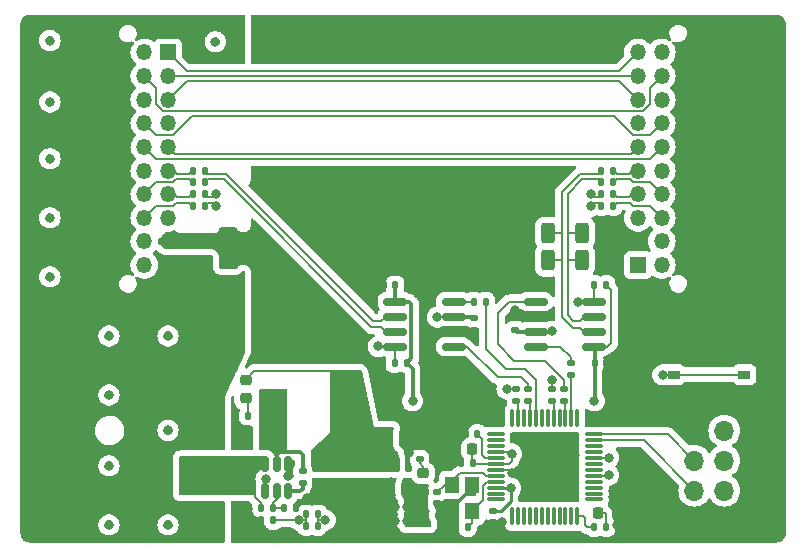
<source format=gtl>
%TF.GenerationSoftware,KiCad,Pcbnew,(7.0.0)*%
%TF.CreationDate,2023-03-13T00:32:57+00:00*%
%TF.ProjectId,main,6d61696e-2e6b-4696-9361-645f70636258,1.0*%
%TF.SameCoordinates,Original*%
%TF.FileFunction,Copper,L1,Top*%
%TF.FilePolarity,Positive*%
%FSLAX46Y46*%
G04 Gerber Fmt 4.6, Leading zero omitted, Abs format (unit mm)*
G04 Created by KiCad (PCBNEW (7.0.0)) date 2023-03-13 00:32:57*
%MOMM*%
%LPD*%
G01*
G04 APERTURE LIST*
G04 Aperture macros list*
%AMRoundRect*
0 Rectangle with rounded corners*
0 $1 Rounding radius*
0 $2 $3 $4 $5 $6 $7 $8 $9 X,Y pos of 4 corners*
0 Add a 4 corners polygon primitive as box body*
4,1,4,$2,$3,$4,$5,$6,$7,$8,$9,$2,$3,0*
0 Add four circle primitives for the rounded corners*
1,1,$1+$1,$2,$3*
1,1,$1+$1,$4,$5*
1,1,$1+$1,$6,$7*
1,1,$1+$1,$8,$9*
0 Add four rect primitives between the rounded corners*
20,1,$1+$1,$2,$3,$4,$5,0*
20,1,$1+$1,$4,$5,$6,$7,0*
20,1,$1+$1,$6,$7,$8,$9,0*
20,1,$1+$1,$8,$9,$2,$3,0*%
G04 Aperture macros list end*
%TA.AperFunction,SMDPad,CuDef*%
%ADD10R,1.200000X1.400000*%
%TD*%
%TA.AperFunction,SMDPad,CuDef*%
%ADD11RoundRect,0.140000X0.140000X0.170000X-0.140000X0.170000X-0.140000X-0.170000X0.140000X-0.170000X0*%
%TD*%
%TA.AperFunction,SMDPad,CuDef*%
%ADD12RoundRect,0.135000X0.135000X0.185000X-0.135000X0.185000X-0.135000X-0.185000X0.135000X-0.185000X0*%
%TD*%
%TA.AperFunction,SMDPad,CuDef*%
%ADD13RoundRect,0.075000X-0.662500X-0.075000X0.662500X-0.075000X0.662500X0.075000X-0.662500X0.075000X0*%
%TD*%
%TA.AperFunction,SMDPad,CuDef*%
%ADD14RoundRect,0.075000X-0.075000X-0.662500X0.075000X-0.662500X0.075000X0.662500X-0.075000X0.662500X0*%
%TD*%
%TA.AperFunction,SMDPad,CuDef*%
%ADD15RoundRect,0.250000X-0.250000X-0.475000X0.250000X-0.475000X0.250000X0.475000X-0.250000X0.475000X0*%
%TD*%
%TA.AperFunction,SMDPad,CuDef*%
%ADD16RoundRect,0.150000X0.150000X-0.512500X0.150000X0.512500X-0.150000X0.512500X-0.150000X-0.512500X0*%
%TD*%
%TA.AperFunction,SMDPad,CuDef*%
%ADD17RoundRect,0.250000X-0.650000X0.325000X-0.650000X-0.325000X0.650000X-0.325000X0.650000X0.325000X0*%
%TD*%
%TA.AperFunction,SMDPad,CuDef*%
%ADD18RoundRect,0.140000X-0.140000X-0.170000X0.140000X-0.170000X0.140000X0.170000X-0.140000X0.170000X0*%
%TD*%
%TA.AperFunction,SMDPad,CuDef*%
%ADD19RoundRect,0.250000X0.550000X-1.500000X0.550000X1.500000X-0.550000X1.500000X-0.550000X-1.500000X0*%
%TD*%
%TA.AperFunction,SMDPad,CuDef*%
%ADD20RoundRect,0.135000X-0.185000X0.135000X-0.185000X-0.135000X0.185000X-0.135000X0.185000X0.135000X0*%
%TD*%
%TA.AperFunction,ComponentPad*%
%ADD21R,1.700000X1.700000*%
%TD*%
%TA.AperFunction,ComponentPad*%
%ADD22O,1.700000X1.700000*%
%TD*%
%TA.AperFunction,SMDPad,CuDef*%
%ADD23RoundRect,0.135000X0.185000X-0.135000X0.185000X0.135000X-0.185000X0.135000X-0.185000X-0.135000X0*%
%TD*%
%TA.AperFunction,SMDPad,CuDef*%
%ADD24RoundRect,0.140000X0.170000X-0.140000X0.170000X0.140000X-0.170000X0.140000X-0.170000X-0.140000X0*%
%TD*%
%TA.AperFunction,SMDPad,CuDef*%
%ADD25RoundRect,0.135000X-0.135000X-0.185000X0.135000X-0.185000X0.135000X0.185000X-0.135000X0.185000X0*%
%TD*%
%TA.AperFunction,SMDPad,CuDef*%
%ADD26R,2.350000X3.500000*%
%TD*%
%TA.AperFunction,SMDPad,CuDef*%
%ADD27R,1.000000X0.750000*%
%TD*%
%TA.AperFunction,SMDPad,CuDef*%
%ADD28RoundRect,0.140000X-0.170000X0.140000X-0.170000X-0.140000X0.170000X-0.140000X0.170000X0.140000X0*%
%TD*%
%TA.AperFunction,SMDPad,CuDef*%
%ADD29RoundRect,0.225000X0.225000X0.250000X-0.225000X0.250000X-0.225000X-0.250000X0.225000X-0.250000X0*%
%TD*%
%TA.AperFunction,SMDPad,CuDef*%
%ADD30RoundRect,0.150000X0.825000X0.150000X-0.825000X0.150000X-0.825000X-0.150000X0.825000X-0.150000X0*%
%TD*%
%TA.AperFunction,SMDPad,CuDef*%
%ADD31RoundRect,0.250000X-0.312500X-0.625000X0.312500X-0.625000X0.312500X0.625000X-0.312500X0.625000X0*%
%TD*%
%TA.AperFunction,SMDPad,CuDef*%
%ADD32RoundRect,0.150000X-0.825000X-0.150000X0.825000X-0.150000X0.825000X0.150000X-0.825000X0.150000X0*%
%TD*%
%TA.AperFunction,SMDPad,CuDef*%
%ADD33RoundRect,0.218750X0.256250X-0.218750X0.256250X0.218750X-0.256250X0.218750X-0.256250X-0.218750X0*%
%TD*%
%TA.AperFunction,SMDPad,CuDef*%
%ADD34RoundRect,0.218750X0.218750X0.256250X-0.218750X0.256250X-0.218750X-0.256250X0.218750X-0.256250X0*%
%TD*%
%TA.AperFunction,ComponentPad*%
%ADD35R,1.350000X1.350000*%
%TD*%
%TA.AperFunction,ComponentPad*%
%ADD36O,1.350000X1.350000*%
%TD*%
%TA.AperFunction,ComponentPad*%
%ADD37C,2.200000*%
%TD*%
%TA.AperFunction,SMDPad,CuDef*%
%ADD38RoundRect,0.218750X-0.256250X0.218750X-0.256250X-0.218750X0.256250X-0.218750X0.256250X0.218750X0*%
%TD*%
%TA.AperFunction,SMDPad,CuDef*%
%ADD39RoundRect,0.250000X0.650000X-0.325000X0.650000X0.325000X-0.650000X0.325000X-0.650000X-0.325000X0*%
%TD*%
%TA.AperFunction,SMDPad,CuDef*%
%ADD40RoundRect,0.150000X-0.150000X0.512500X-0.150000X-0.512500X0.150000X-0.512500X0.150000X0.512500X0*%
%TD*%
%TA.AperFunction,SMDPad,CuDef*%
%ADD41RoundRect,0.250000X0.325000X0.650000X-0.325000X0.650000X-0.325000X-0.650000X0.325000X-0.650000X0*%
%TD*%
%TA.AperFunction,ViaPad*%
%ADD42C,0.800000*%
%TD*%
%TA.AperFunction,Conductor*%
%ADD43C,0.300000*%
%TD*%
%TA.AperFunction,Conductor*%
%ADD44C,0.200000*%
%TD*%
%TA.AperFunction,Conductor*%
%ADD45C,0.250000*%
%TD*%
%TA.AperFunction,Conductor*%
%ADD46C,1.350000*%
%TD*%
G04 APERTURE END LIST*
D10*
X65749999Y-66599999D03*
X65749999Y-68799999D03*
X64049999Y-68799999D03*
X64049999Y-66599999D03*
D11*
X65380000Y-70200000D03*
X64420000Y-70200000D03*
D12*
X43110000Y-43000000D03*
X42090000Y-43000000D03*
D13*
X67737500Y-62350000D03*
X67737500Y-62850000D03*
X67737500Y-63350000D03*
X67737500Y-63850000D03*
X67737500Y-64350000D03*
X67737500Y-64850000D03*
X67737500Y-65350000D03*
X67737500Y-65850000D03*
X67737500Y-66350000D03*
X67737500Y-66850000D03*
X67737500Y-67350000D03*
X67737500Y-67850000D03*
D14*
X69150000Y-69262500D03*
X69650000Y-69262500D03*
X70150000Y-69262500D03*
X70650000Y-69262500D03*
X71150000Y-69262500D03*
X71650000Y-69262500D03*
X72150000Y-69262500D03*
X72650000Y-69262500D03*
X73150000Y-69262500D03*
X73650000Y-69262500D03*
X74150000Y-69262500D03*
X74650000Y-69262500D03*
D13*
X76062500Y-67850000D03*
X76062500Y-67350000D03*
X76062500Y-66850000D03*
X76062500Y-66350000D03*
X76062500Y-65850000D03*
X76062500Y-65350000D03*
X76062500Y-64850000D03*
X76062500Y-64350000D03*
X76062500Y-63850000D03*
X76062500Y-63350000D03*
X76062500Y-62850000D03*
X76062500Y-62350000D03*
D14*
X74650000Y-60937500D03*
X74150000Y-60937500D03*
X73650000Y-60937500D03*
X73150000Y-60937500D03*
X72650000Y-60937500D03*
X72150000Y-60937500D03*
X71650000Y-60937500D03*
X71150000Y-60937500D03*
X70650000Y-60937500D03*
X70150000Y-60937500D03*
X69650000Y-60937500D03*
X69150000Y-60937500D03*
D12*
X77710000Y-40000000D03*
X76690000Y-40000000D03*
X77710000Y-41000000D03*
X76690000Y-41000000D03*
D15*
X58150000Y-62700000D03*
X60050000Y-62700000D03*
D12*
X52710000Y-69100000D03*
X51690000Y-69100000D03*
X43110000Y-41000000D03*
X42090000Y-41000000D03*
D16*
X58150000Y-66937500D03*
X60050000Y-66937500D03*
X59100000Y-64662500D03*
D17*
X46300000Y-66725000D03*
X46300000Y-69675000D03*
D18*
X65220000Y-62300000D03*
X66180000Y-62300000D03*
D19*
X45100000Y-52000000D03*
X45100000Y-46600000D03*
D12*
X43110000Y-40000000D03*
X42090000Y-40000000D03*
D20*
X72500000Y-58490000D03*
X72500000Y-59510000D03*
D21*
X84559999Y-62019999D03*
D22*
X87099999Y-62019999D03*
X84559999Y-64559999D03*
X87099999Y-64559999D03*
X84559999Y-67099999D03*
X87099999Y-67099999D03*
D11*
X59220000Y-49700000D03*
X58260000Y-49700000D03*
D12*
X48910000Y-69600000D03*
X47890000Y-69600000D03*
D20*
X74100000Y-56290000D03*
X74100000Y-57310000D03*
D23*
X69500000Y-59510000D03*
X69500000Y-58490000D03*
D17*
X55350000Y-64775000D03*
X55350000Y-67725000D03*
D12*
X43110000Y-42000000D03*
X42090000Y-42000000D03*
D24*
X69400000Y-53480000D03*
X69400000Y-52520000D03*
D12*
X46810000Y-60800000D03*
X45790000Y-60800000D03*
D25*
X59190000Y-56300000D03*
X60210000Y-56300000D03*
X49790000Y-68550000D03*
X50810000Y-68550000D03*
D12*
X77710000Y-42000000D03*
X76690000Y-42000000D03*
D11*
X65780000Y-64800000D03*
X64820000Y-64800000D03*
D26*
X48874999Y-60399999D03*
X54924999Y-60399999D03*
D27*
X82799999Y-53524999D03*
X88799999Y-53524999D03*
X82799999Y-57274999D03*
X88799999Y-57274999D03*
D28*
X67500000Y-68820000D03*
X67500000Y-69780000D03*
D25*
X76090000Y-49700000D03*
X77110000Y-49700000D03*
D29*
X65775000Y-63600000D03*
X64225000Y-63600000D03*
D24*
X51400000Y-66430000D03*
X51400000Y-65470000D03*
D11*
X52680000Y-70100000D03*
X51720000Y-70100000D03*
D30*
X64175000Y-54905000D03*
X64175000Y-53635000D03*
X64175000Y-52365000D03*
X64175000Y-51095000D03*
X59225000Y-51095000D03*
X59225000Y-52365000D03*
X59225000Y-53635000D03*
X59225000Y-54905000D03*
D31*
X72137500Y-45300000D03*
X75062500Y-45300000D03*
D17*
X53050000Y-64775000D03*
X53050000Y-67725000D03*
D32*
X71125000Y-51095000D03*
X71125000Y-52365000D03*
X71125000Y-53635000D03*
X71125000Y-54905000D03*
X76075000Y-54905000D03*
X76075000Y-53635000D03*
X76075000Y-52365000D03*
X76075000Y-51095000D03*
D31*
X72137500Y-47600000D03*
X75062500Y-47600000D03*
D12*
X77710000Y-43000000D03*
X76690000Y-43000000D03*
D28*
X62800000Y-68180000D03*
X62800000Y-67220000D03*
D33*
X46600000Y-59287500D03*
X46600000Y-57712500D03*
D34*
X77987500Y-69000000D03*
X76412500Y-69000000D03*
D25*
X47890000Y-68550000D03*
X48910000Y-68550000D03*
D20*
X73500000Y-58490000D03*
X73500000Y-59510000D03*
D35*
X79799999Y-47999999D03*
D36*
X79799999Y-45999999D03*
X79799999Y-43999999D03*
X79799999Y-41999999D03*
X79799999Y-39999999D03*
X79799999Y-37999999D03*
X79799999Y-35999999D03*
X79799999Y-33999999D03*
X79799999Y-31999999D03*
X79799999Y-29999999D03*
X81799999Y-47999999D03*
X81799999Y-45999999D03*
X81799999Y-43999999D03*
X81799999Y-41999999D03*
X81799999Y-39999999D03*
X81799999Y-37999999D03*
X81799999Y-35999999D03*
X81799999Y-33999999D03*
X81799999Y-31999999D03*
X81799999Y-29999999D03*
D20*
X61300000Y-63390000D03*
X61300000Y-64410000D03*
D37*
X42674900Y-58190000D03*
X42674900Y-65810000D03*
D28*
X65900000Y-52520000D03*
X65900000Y-53480000D03*
D38*
X61600000Y-65612500D03*
X61600000Y-67187500D03*
D35*
X39999999Y-29999999D03*
D36*
X39999999Y-31999999D03*
X39999999Y-33999999D03*
X39999999Y-35999999D03*
X39999999Y-37999999D03*
X39999999Y-39999999D03*
X39999999Y-41999999D03*
X39999999Y-43999999D03*
X39999999Y-45999999D03*
X39999999Y-47999999D03*
X37999999Y-29999999D03*
X37999999Y-31999999D03*
X37999999Y-33999999D03*
X37999999Y-35999999D03*
X37999999Y-37999999D03*
X37999999Y-39999999D03*
X37999999Y-41999999D03*
X37999999Y-43999999D03*
X37999999Y-45999999D03*
X37999999Y-47999999D03*
D18*
X76120000Y-56300000D03*
X77080000Y-56300000D03*
D25*
X76090000Y-70200000D03*
X77110000Y-70200000D03*
D39*
X46300000Y-65075000D03*
X46300000Y-62125000D03*
D23*
X70500000Y-59510000D03*
X70500000Y-58490000D03*
D40*
X50150000Y-64862500D03*
X49200000Y-64862500D03*
X48250000Y-64862500D03*
X48250000Y-67137500D03*
X49200000Y-67137500D03*
X50150000Y-67137500D03*
D25*
X65890000Y-51100000D03*
X66910000Y-51100000D03*
D41*
X61175000Y-69100000D03*
X58225000Y-69100000D03*
D42*
X63500000Y-70000000D03*
X63000000Y-69200000D03*
X54400000Y-58200000D03*
X62800000Y-52400000D03*
X53300000Y-69600000D03*
X54400000Y-62600000D03*
X55700000Y-58200000D03*
X54400000Y-63700000D03*
X55700000Y-63700000D03*
X72500000Y-53600000D03*
X55700000Y-62600000D03*
X53100000Y-63700000D03*
X60200000Y-68500000D03*
X76100000Y-59500000D03*
X60800000Y-67700000D03*
X60700000Y-59500000D03*
X69100000Y-64000000D03*
X60200000Y-69700000D03*
X68700000Y-58500000D03*
X57800000Y-54900000D03*
X74700000Y-51100000D03*
X72500000Y-57700000D03*
X81900000Y-57300000D03*
X69000000Y-66900000D03*
X44020992Y-43025000D03*
X75779008Y-43025000D03*
X75779008Y-41975000D03*
X44020992Y-41975000D03*
X35000000Y-54000000D03*
X59200000Y-68500000D03*
X57540000Y-49700000D03*
X54000000Y-46000000D03*
X45800000Y-68700000D03*
X64000000Y-46000000D03*
X35000000Y-70000000D03*
X90000000Y-29000000D03*
X40000000Y-70000000D03*
X90000000Y-39000000D03*
X64500000Y-62300000D03*
X51800000Y-67700000D03*
X64000000Y-64600000D03*
X30000000Y-49000000D03*
X90000000Y-34000000D03*
X69000000Y-46000000D03*
X50150000Y-65875500D03*
X83000000Y-70000000D03*
X90000000Y-59000000D03*
X30000000Y-29000000D03*
X54200000Y-68200000D03*
X49000000Y-29000000D03*
X78000000Y-70000000D03*
X90000000Y-44000000D03*
X55000000Y-54000000D03*
X47700000Y-41000000D03*
X58900000Y-66400000D03*
X61300000Y-62300000D03*
X46800000Y-63100000D03*
X83000000Y-59000000D03*
X35000000Y-59000000D03*
X69100000Y-65599503D03*
X68300000Y-69799500D03*
X35000000Y-65000000D03*
X40000000Y-54000000D03*
X30000000Y-44000000D03*
X77800000Y-56300000D03*
X46300000Y-46000000D03*
X74000000Y-29000000D03*
X90000000Y-54000000D03*
X65900000Y-54200000D03*
X59000000Y-29000000D03*
X30000000Y-39000000D03*
X60400000Y-63900000D03*
X40000000Y-62000000D03*
X30000000Y-34200000D03*
X46800000Y-68700000D03*
X90000000Y-49000000D03*
X54225000Y-67200000D03*
X81900000Y-53500000D03*
X54000000Y-29000000D03*
X69400000Y-51800000D03*
X59200000Y-69700000D03*
X44000000Y-29100000D03*
X58900000Y-67500000D03*
X45800000Y-63100000D03*
X64000000Y-29000000D03*
X69000000Y-29000000D03*
X90000000Y-70000000D03*
X77300000Y-65800000D03*
X77300000Y-64300000D03*
X51100000Y-69600000D03*
X48300000Y-66124500D03*
D43*
X65750000Y-66850000D02*
X65750000Y-66600000D01*
X64050000Y-68550000D02*
X65750000Y-66850000D01*
X64050000Y-68800000D02*
X64050000Y-68550000D01*
D44*
X65750000Y-69830000D02*
X65380000Y-70200000D01*
X65750000Y-68800000D02*
X65750000Y-69830000D01*
X64050000Y-68800000D02*
X64050000Y-69830000D01*
X64050000Y-69830000D02*
X64420000Y-70200000D01*
X63420000Y-68800000D02*
X62800000Y-68180000D01*
X64050000Y-68800000D02*
X63420000Y-68800000D01*
X63420000Y-66600000D02*
X62800000Y-67220000D01*
X64050000Y-66600000D02*
X63420000Y-66600000D01*
X66650000Y-65600000D02*
X64700000Y-65600000D01*
X64700000Y-65600000D02*
X64050000Y-66250000D01*
X64050000Y-66250000D02*
X64050000Y-66600000D01*
X66900000Y-65850000D02*
X66650000Y-65600000D01*
X67737500Y-65850000D02*
X66900000Y-65850000D01*
X66650000Y-67900000D02*
X65750000Y-68800000D01*
X66650000Y-66669670D02*
X66650000Y-67900000D01*
X67737500Y-66350000D02*
X66969670Y-66350000D01*
X66969670Y-66350000D02*
X66650000Y-66669670D01*
X71889950Y-56100000D02*
X73500000Y-57710050D01*
X69300000Y-56100000D02*
X71889950Y-56100000D01*
X68905000Y-51095000D02*
X67900000Y-52100000D01*
X73500000Y-57710050D02*
X73500000Y-58490000D01*
X67900000Y-52100000D02*
X67900000Y-54700000D01*
X71125000Y-51095000D02*
X68905000Y-51095000D01*
X67900000Y-54700000D02*
X69300000Y-56100000D01*
X74150000Y-60937500D02*
X74150000Y-57360000D01*
X74150000Y-57360000D02*
X74100000Y-57310000D01*
X68600000Y-56800000D02*
X68700000Y-56800000D01*
X66910000Y-55110000D02*
X68600000Y-56800000D01*
X71150000Y-60937500D02*
X71150000Y-57750000D01*
X70200000Y-56800000D02*
X68700000Y-56800000D01*
X71150000Y-57750000D02*
X70200000Y-56800000D01*
X66910000Y-51100000D02*
X66910000Y-55110000D01*
X52680000Y-70100000D02*
X52680000Y-69600000D01*
X47312500Y-57000000D02*
X46600000Y-57712500D01*
D43*
X64175000Y-52365000D02*
X65745000Y-52365000D01*
D44*
X52680000Y-69130000D02*
X52710000Y-69100000D01*
X64175000Y-52365000D02*
X62835000Y-52365000D01*
X72465000Y-53635000D02*
X72500000Y-53600000D01*
X52680000Y-69600000D02*
X52680000Y-69130000D01*
X52680000Y-69600000D02*
X53300000Y-69600000D01*
D43*
X71125000Y-53635000D02*
X69555000Y-53635000D01*
X65745000Y-52365000D02*
X65900000Y-52520000D01*
X69555000Y-53635000D02*
X69400000Y-53480000D01*
D44*
X62835000Y-52365000D02*
X62800000Y-52400000D01*
X71125000Y-53635000D02*
X72465000Y-53635000D01*
X47312500Y-57000000D02*
X53800000Y-57000000D01*
X65305000Y-54905000D02*
X67900000Y-57500000D01*
X64175000Y-54905000D02*
X65305000Y-54905000D01*
X67900000Y-57500000D02*
X69900000Y-57500000D01*
X70500000Y-58100000D02*
X70500000Y-58490000D01*
X69900000Y-57500000D02*
X70500000Y-58100000D01*
X67737500Y-64850000D02*
X65830000Y-64850000D01*
D43*
X60710000Y-56800000D02*
X60710000Y-59490000D01*
D44*
X65775000Y-64795000D02*
X65780000Y-64800000D01*
X67737500Y-63850000D02*
X68950000Y-63850000D01*
X77500000Y-50090000D02*
X77110000Y-49700000D01*
X76075000Y-54905000D02*
X77195000Y-54905000D01*
X68850000Y-64850000D02*
X69100000Y-64600000D01*
D43*
X60600000Y-55910000D02*
X60210000Y-56300000D01*
X60710000Y-59490000D02*
X60700000Y-59500000D01*
X59220000Y-51090000D02*
X59225000Y-51095000D01*
X60600000Y-51300000D02*
X60600000Y-55910000D01*
X60710000Y-56800000D02*
X60210000Y-56300000D01*
X76120000Y-56300000D02*
X76120000Y-54950000D01*
X59225000Y-51095000D02*
X60395000Y-51095000D01*
D44*
X77195000Y-54905000D02*
X77500000Y-54600000D01*
X65775000Y-63600000D02*
X65775000Y-64795000D01*
D43*
X76120000Y-59480000D02*
X76100000Y-59500000D01*
X60395000Y-51095000D02*
X60600000Y-51300000D01*
X76120000Y-54950000D02*
X76075000Y-54905000D01*
D44*
X68950000Y-63850000D02*
X69100000Y-64000000D01*
X67737500Y-64850000D02*
X68850000Y-64850000D01*
X69100000Y-64000000D02*
X69100000Y-64600000D01*
X77500000Y-54600000D02*
X77500000Y-50090000D01*
D43*
X59220000Y-49700000D02*
X59220000Y-51090000D01*
D44*
X65830000Y-64850000D02*
X65780000Y-64800000D01*
D43*
X76120000Y-56300000D02*
X76120000Y-59480000D01*
D44*
X68700000Y-58500000D02*
X69490000Y-58500000D01*
X57805000Y-54905000D02*
X57800000Y-54900000D01*
X59190000Y-54940000D02*
X59225000Y-54905000D01*
X59225000Y-54905000D02*
X57805000Y-54905000D01*
X59190000Y-56300000D02*
X59190000Y-54940000D01*
X69490000Y-58500000D02*
X69500000Y-58490000D01*
X76090000Y-49700000D02*
X76090000Y-51080000D01*
X76090000Y-51080000D02*
X76075000Y-51095000D01*
X72500000Y-58490000D02*
X72500000Y-57700000D01*
X76070000Y-51100000D02*
X76075000Y-51095000D01*
X74700000Y-51100000D02*
X76070000Y-51100000D01*
X78200000Y-31600000D02*
X41600000Y-31600000D01*
X41600000Y-31600000D02*
X40000000Y-30000000D01*
X79800000Y-30000000D02*
X78200000Y-31600000D01*
X79800000Y-32000000D02*
X40000000Y-32000000D01*
X78200000Y-32400000D02*
X41600000Y-32400000D01*
X41600000Y-32400000D02*
X40000000Y-34000000D01*
X79800000Y-34000000D02*
X78200000Y-32400000D01*
X79200000Y-38600000D02*
X40600000Y-38600000D01*
X79800000Y-38000000D02*
X79200000Y-38600000D01*
X40600000Y-38600000D02*
X40000000Y-38000000D01*
X38000000Y-32000000D02*
X39000000Y-33000000D01*
X39000000Y-33000000D02*
X39000000Y-34400000D01*
X39600000Y-35000000D02*
X80198000Y-35000000D01*
X80798000Y-33002000D02*
X81800000Y-32000000D01*
X39000000Y-34400000D02*
X39600000Y-35000000D01*
X80798000Y-34400000D02*
X80798000Y-33002000D01*
X80198000Y-35000000D02*
X80798000Y-34400000D01*
X40400000Y-37000000D02*
X39000000Y-37000000D01*
X77798000Y-35400000D02*
X42000000Y-35400000D01*
X80800000Y-37000000D02*
X79398000Y-37000000D01*
X79398000Y-37000000D02*
X77798000Y-35400000D01*
X39000000Y-37000000D02*
X38000000Y-36000000D01*
X42000000Y-35400000D02*
X40400000Y-37000000D01*
X81800000Y-36000000D02*
X80800000Y-37000000D01*
X80800000Y-39000000D02*
X81800000Y-38000000D01*
X39000000Y-39000000D02*
X80800000Y-39000000D01*
X38000000Y-38000000D02*
X39000000Y-39000000D01*
X73205000Y-54905000D02*
X74100000Y-55800000D01*
X71125000Y-54905000D02*
X73205000Y-54905000D01*
X74100000Y-55800000D02*
X74100000Y-56290000D01*
X76062500Y-62850000D02*
X80310000Y-62850000D01*
X84560000Y-67100000D02*
X80310000Y-62850000D01*
X84560000Y-64560000D02*
X82350000Y-62350000D01*
X82350000Y-62350000D02*
X76062500Y-62350000D01*
X47350000Y-67650000D02*
X47350000Y-67400000D01*
X47890000Y-68550000D02*
X47890000Y-68190000D01*
X47890000Y-68190000D02*
X47350000Y-67650000D01*
X79300000Y-42000000D02*
X79025000Y-42275000D01*
X77985000Y-42275000D02*
X77710000Y-42000000D01*
X79025000Y-42275000D02*
X77985000Y-42275000D01*
X79800000Y-42000000D02*
X79300000Y-42000000D01*
X66850000Y-64350000D02*
X66600000Y-64100000D01*
X66600000Y-62720000D02*
X66180000Y-62300000D01*
X67737500Y-64350000D02*
X66850000Y-64350000D01*
X66600000Y-64100000D02*
X66600000Y-62720000D01*
X88800000Y-57275000D02*
X82800000Y-57275000D01*
D45*
X68950000Y-66850000D02*
X69000000Y-66900000D01*
D44*
X81925000Y-57275000D02*
X81900000Y-57300000D01*
D45*
X68180000Y-68820000D02*
X69000000Y-68000000D01*
D44*
X82800000Y-57275000D02*
X81925000Y-57275000D01*
D45*
X69000000Y-68000000D02*
X69000000Y-66900000D01*
X67500000Y-68820000D02*
X68180000Y-68820000D01*
X67737500Y-66850000D02*
X68950000Y-66850000D01*
D44*
X64175000Y-51095000D02*
X65885000Y-51095000D01*
X65885000Y-51095000D02*
X65890000Y-51100000D01*
X73500000Y-59510000D02*
X73650000Y-59660000D01*
X73650000Y-59660000D02*
X73650000Y-60937500D01*
X72500000Y-59510000D02*
X72650000Y-59660000D01*
X72650000Y-59660000D02*
X72650000Y-60937500D01*
X70500000Y-59510000D02*
X70650000Y-59660000D01*
X70650000Y-59660000D02*
X70650000Y-60937500D01*
X69650000Y-59660000D02*
X69650000Y-60937500D01*
X69500000Y-59510000D02*
X69650000Y-59660000D01*
D43*
X51212500Y-67137500D02*
X51400000Y-66950000D01*
X50150000Y-67137500D02*
X51212500Y-67137500D01*
X51400000Y-66950000D02*
X51400000Y-66430000D01*
D44*
X79300000Y-40000000D02*
X79800000Y-40000000D01*
X77985000Y-40275000D02*
X79025000Y-40275000D01*
X77710000Y-40000000D02*
X77985000Y-40275000D01*
X79025000Y-40275000D02*
X79300000Y-40000000D01*
X77710000Y-43000000D02*
X77985000Y-42725000D01*
X80800000Y-43000000D02*
X81800000Y-44000000D01*
X79125000Y-42725000D02*
X79400000Y-43000000D01*
X77985000Y-42725000D02*
X79125000Y-42725000D01*
X79400000Y-43000000D02*
X80800000Y-43000000D01*
X79125000Y-40725000D02*
X79400000Y-41000000D01*
X77985000Y-40725000D02*
X79125000Y-40725000D01*
X79400000Y-41000000D02*
X80800000Y-41000000D01*
X80800000Y-41000000D02*
X81800000Y-42000000D01*
X77710000Y-41000000D02*
X77985000Y-40725000D01*
X72137500Y-47600000D02*
X73375000Y-47600000D01*
X74906800Y-40275000D02*
X76415000Y-40275000D01*
X75235000Y-53635000D02*
X74900000Y-53300000D01*
X73375000Y-41806800D02*
X74906800Y-40275000D01*
X76415000Y-40275000D02*
X76690000Y-40000000D01*
X74900000Y-53300000D02*
X74281800Y-53300000D01*
X73375000Y-52393200D02*
X73375000Y-41806800D01*
X72137500Y-45300000D02*
X73375000Y-45300000D01*
X76075000Y-53635000D02*
X75235000Y-53635000D01*
X74281800Y-53300000D02*
X73375000Y-52393200D01*
X73825000Y-41993200D02*
X75093200Y-40725000D01*
X74900000Y-52700000D02*
X74318200Y-52700000D01*
X75093200Y-40725000D02*
X76415000Y-40725000D01*
X76075000Y-52365000D02*
X75235000Y-52365000D01*
X75062500Y-45300000D02*
X73825000Y-45300000D01*
X74318200Y-52700000D02*
X73825000Y-52206800D01*
X75062500Y-47600000D02*
X73825000Y-47600000D01*
X76415000Y-40725000D02*
X76690000Y-41000000D01*
X73825000Y-52206800D02*
X73825000Y-41993200D01*
X75235000Y-52365000D02*
X74900000Y-52700000D01*
X58013743Y-53225000D02*
X58423743Y-53635000D01*
X58423743Y-53635000D02*
X59225000Y-53635000D01*
X43385000Y-40725000D02*
X44706800Y-40725000D01*
X44706800Y-40725000D02*
X57206800Y-53225000D01*
X43110000Y-41000000D02*
X43385000Y-40725000D01*
X57206800Y-53225000D02*
X58013743Y-53225000D01*
X58423743Y-52365000D02*
X59225000Y-52365000D01*
X57393200Y-52775000D02*
X58013743Y-52775000D01*
X58013743Y-52775000D02*
X58423743Y-52365000D01*
X43110000Y-40000000D02*
X43385000Y-40275000D01*
X43385000Y-40275000D02*
X44893200Y-40275000D01*
X44893200Y-40275000D02*
X57393200Y-52775000D01*
X40400000Y-41000000D02*
X39000000Y-41000000D01*
X40675000Y-40725000D02*
X40400000Y-41000000D01*
X42090000Y-41000000D02*
X41815000Y-40725000D01*
X41815000Y-40725000D02*
X40675000Y-40725000D01*
X39000000Y-41000000D02*
X38000000Y-42000000D01*
X40450000Y-42000000D02*
X40725000Y-42275000D01*
X40725000Y-42275000D02*
X41815000Y-42275000D01*
X40000000Y-42000000D02*
X40450000Y-42000000D01*
X41815000Y-42275000D02*
X42090000Y-42000000D01*
X39000000Y-43000000D02*
X40400000Y-43000000D01*
X40675000Y-42725000D02*
X41815000Y-42725000D01*
X38000000Y-44000000D02*
X39000000Y-43000000D01*
X41815000Y-42725000D02*
X42090000Y-43000000D01*
X40400000Y-43000000D02*
X40675000Y-42725000D01*
X40450000Y-40000000D02*
X40000000Y-40000000D01*
X40725000Y-40275000D02*
X40450000Y-40000000D01*
X42090000Y-40000000D02*
X41815000Y-40275000D01*
X41815000Y-40275000D02*
X40725000Y-40275000D01*
X43720993Y-42725001D02*
X44020992Y-43025000D01*
X76415001Y-42725001D02*
X76079007Y-42725001D01*
X43110000Y-43000000D02*
X43384999Y-42725001D01*
X76690000Y-43000000D02*
X76415001Y-42725001D01*
X76079007Y-42725001D02*
X75779008Y-43025000D01*
X43384999Y-42725001D02*
X43720993Y-42725001D01*
X43384999Y-42274999D02*
X43720993Y-42274999D01*
X43720993Y-42274999D02*
X44020992Y-41975000D01*
X76079007Y-42274999D02*
X75779008Y-41975000D01*
X76690000Y-42000000D02*
X76415001Y-42274999D01*
X76415001Y-42274999D02*
X76079007Y-42274999D01*
X43110000Y-42000000D02*
X43384999Y-42274999D01*
X75162500Y-69262500D02*
X75300000Y-69400000D01*
X75500000Y-70200000D02*
X76090000Y-70200000D01*
X75300000Y-69400000D02*
X75300000Y-70000000D01*
X74650000Y-69262500D02*
X75162500Y-69262500D01*
X75300000Y-70000000D02*
X75500000Y-70200000D01*
X64000000Y-64600000D02*
X64000000Y-63825000D01*
D45*
X82800000Y-53525000D02*
X81925000Y-53525000D01*
D44*
X45790000Y-61615000D02*
X46300000Y-62125000D01*
D45*
X81925000Y-53525000D02*
X81900000Y-53500000D01*
D44*
X68280500Y-69780000D02*
X68300000Y-69799500D01*
X64820000Y-64800000D02*
X64200000Y-64800000D01*
X61300000Y-63390000D02*
X61300000Y-62300000D01*
X67500000Y-69780000D02*
X68280500Y-69780000D01*
D43*
X69555000Y-52365000D02*
X69400000Y-52520000D01*
D44*
X45790000Y-60800000D02*
X45790000Y-61615000D01*
D43*
X58260000Y-49700000D02*
X57540000Y-49700000D01*
D44*
X77987500Y-69000000D02*
X77987500Y-69987500D01*
D43*
X65900000Y-53480000D02*
X65900000Y-54200000D01*
X65745000Y-53635000D02*
X65900000Y-53480000D01*
D44*
X77987500Y-69987500D02*
X78000000Y-70000000D01*
X46625000Y-70000000D02*
X46300000Y-69675000D01*
X77080000Y-56300000D02*
X77800000Y-56300000D01*
X68850497Y-65350000D02*
X69100000Y-65599503D01*
X50150000Y-64862500D02*
X50150000Y-65875500D01*
X50810000Y-68550000D02*
X50950000Y-68550000D01*
X64000000Y-63825000D02*
X64225000Y-63600000D01*
X67737500Y-65350000D02*
X68850497Y-65350000D01*
D43*
X88800000Y-53525000D02*
X82800000Y-53525000D01*
D44*
X65220000Y-62300000D02*
X64500000Y-62300000D01*
X64200000Y-64800000D02*
X64000000Y-64600000D01*
D46*
X40000000Y-46000000D02*
X45200000Y-46000000D01*
D43*
X69400000Y-52520000D02*
X69400000Y-51800000D01*
D44*
X47890000Y-69600000D02*
X46625000Y-69600000D01*
D43*
X71125000Y-52365000D02*
X69555000Y-52365000D01*
D44*
X50950000Y-68550000D02*
X51800000Y-67700000D01*
D43*
X64175000Y-53635000D02*
X65745000Y-53635000D01*
D44*
X77250000Y-65850000D02*
X77300000Y-65800000D01*
X76062500Y-65850000D02*
X77250000Y-65850000D01*
X76062500Y-64350000D02*
X77250000Y-64350000D01*
X77250000Y-64350000D02*
X77300000Y-64300000D01*
D43*
X49450000Y-63850000D02*
X51200000Y-63850000D01*
X51200000Y-63850000D02*
X51400000Y-64050000D01*
X49200000Y-64100000D02*
X49450000Y-63850000D01*
X49200000Y-64862500D02*
X49200000Y-64100000D01*
X51400000Y-64050000D02*
X51400000Y-65470000D01*
D44*
X51100000Y-69600000D02*
X48910000Y-69600000D01*
D43*
X48250000Y-67137500D02*
X48250000Y-66174500D01*
D44*
X51720000Y-69600000D02*
X51720000Y-69130000D01*
X51720000Y-69600000D02*
X51100000Y-69600000D01*
X51720000Y-70100000D02*
X51720000Y-69600000D01*
X51720000Y-69130000D02*
X51690000Y-69100000D01*
D43*
X48250000Y-66174500D02*
X48300000Y-66124500D01*
D44*
X61600000Y-65100000D02*
X61300000Y-64800000D01*
X61300000Y-64800000D02*
X61300000Y-64410000D01*
X61600000Y-65612500D02*
X61600000Y-65100000D01*
X77110000Y-70200000D02*
X77110000Y-69110000D01*
X77110000Y-69110000D02*
X77000000Y-69000000D01*
X77000000Y-69000000D02*
X76412500Y-69000000D01*
X48910000Y-68550000D02*
X48910000Y-68140000D01*
X49200000Y-67850000D02*
X49200000Y-67137500D01*
X48910000Y-68140000D02*
X49200000Y-67850000D01*
X48910000Y-68550000D02*
X49790000Y-68550000D01*
X46810000Y-60800000D02*
X46810000Y-59497500D01*
X46810000Y-59497500D02*
X46600000Y-59287500D01*
%TA.AperFunction,Conductor*%
G36*
X47119500Y-68320097D02*
G01*
X47119500Y-68796756D01*
X47119500Y-68796781D01*
X47119501Y-68799180D01*
X47122335Y-68835204D01*
X47124101Y-68841282D01*
X47124102Y-68841288D01*
X47164954Y-68981900D01*
X47167131Y-68989393D01*
X47248865Y-69127598D01*
X47362402Y-69241135D01*
X47500000Y-69322510D01*
X47500000Y-70500000D01*
X45305500Y-70500000D01*
X45305500Y-68300000D01*
X47115502Y-68300000D01*
X47119500Y-68320097D01*
G37*
%TD.AperFunction*%
%TA.AperFunction,Conductor*%
G36*
X60602632Y-66010623D02*
G01*
X60644244Y-66040670D01*
X60670123Y-66084995D01*
X60687451Y-66137287D01*
X60691242Y-66143434D01*
X60691243Y-66143435D01*
X60758669Y-66252750D01*
X60775719Y-66280391D01*
X60894609Y-66399281D01*
X61037713Y-66487549D01*
X61197315Y-66540436D01*
X61295826Y-66550500D01*
X61901025Y-66550500D01*
X61904174Y-66550500D01*
X61973597Y-66543407D01*
X62040117Y-66555101D01*
X62090642Y-66599926D01*
X62110179Y-66664582D01*
X62092931Y-66729885D01*
X62041476Y-66816892D01*
X62037506Y-66823605D01*
X62035330Y-66831094D01*
X62035329Y-66831097D01*
X61994125Y-66972918D01*
X61994123Y-66972927D01*
X61992357Y-66979007D01*
X61991860Y-66985315D01*
X61991859Y-66985324D01*
X61989691Y-67012875D01*
X61989690Y-67012890D01*
X61989500Y-67015310D01*
X61989500Y-67424690D01*
X61989690Y-67427110D01*
X61989691Y-67427124D01*
X61991859Y-67454675D01*
X61991860Y-67454682D01*
X61992357Y-67460993D01*
X61994123Y-67467074D01*
X61994125Y-67467081D01*
X62033123Y-67601309D01*
X62037506Y-67616395D01*
X62049622Y-67636882D01*
X62066888Y-67700000D01*
X62049622Y-67763117D01*
X62037506Y-67783605D01*
X62035330Y-67791094D01*
X62035329Y-67791097D01*
X61994125Y-67932918D01*
X61994123Y-67932927D01*
X61992357Y-67939007D01*
X61991860Y-67945315D01*
X61991859Y-67945324D01*
X61989691Y-67972875D01*
X61989690Y-67972890D01*
X61989500Y-67975310D01*
X61989500Y-68384690D01*
X61989690Y-68387110D01*
X61989691Y-68387124D01*
X61991859Y-68414675D01*
X61991860Y-68414682D01*
X61992357Y-68420993D01*
X61994123Y-68427074D01*
X61994125Y-68427081D01*
X62035329Y-68568902D01*
X62037506Y-68576395D01*
X62119883Y-68715687D01*
X62125401Y-68721205D01*
X62134562Y-68730366D01*
X62167455Y-68789100D01*
X62164812Y-68856365D01*
X62116333Y-69005564D01*
X62116331Y-69005573D01*
X62114326Y-69011744D01*
X62113648Y-69018194D01*
X62113646Y-69018204D01*
X62102002Y-69128998D01*
X62094540Y-69200000D01*
X62095219Y-69206460D01*
X62113646Y-69381795D01*
X62113647Y-69381803D01*
X62114326Y-69388256D01*
X62116331Y-69394428D01*
X62116333Y-69394435D01*
X62154450Y-69511744D01*
X62172821Y-69568284D01*
X62176068Y-69573908D01*
X62176069Y-69573910D01*
X62252596Y-69706460D01*
X62267467Y-69732216D01*
X62271818Y-69737048D01*
X62275636Y-69742303D01*
X62274408Y-69743194D01*
X62291758Y-69771492D01*
X62300000Y-69815946D01*
X62300000Y-70076000D01*
X62283387Y-70138000D01*
X62238000Y-70183387D01*
X62176000Y-70200000D01*
X60155053Y-70200000D01*
X60098758Y-70186485D01*
X60054735Y-70148885D01*
X60032580Y-70095398D01*
X60037122Y-70037682D01*
X60085674Y-69888256D01*
X60105460Y-69700000D01*
X60085674Y-69511744D01*
X60027179Y-69331716D01*
X59998464Y-69281981D01*
X59984564Y-69245767D01*
X59982533Y-69207029D01*
X59991073Y-69125780D01*
X59991073Y-69074220D01*
X59982534Y-68992972D01*
X59984565Y-68954230D01*
X59998469Y-68918010D01*
X60027179Y-68868284D01*
X60085674Y-68688256D01*
X60105460Y-68500000D01*
X60085674Y-68311744D01*
X60027179Y-68131716D01*
X59966060Y-68025855D01*
X59949477Y-67966562D01*
X59948326Y-67913759D01*
X59941320Y-67860541D01*
X59915158Y-67753626D01*
X59866475Y-67654908D01*
X59837634Y-67609638D01*
X59830949Y-67601309D01*
X59808683Y-67558652D01*
X59804332Y-67510730D01*
X59804781Y-67506459D01*
X59805460Y-67500000D01*
X59785674Y-67311744D01*
X59761069Y-67236018D01*
X59755000Y-67197700D01*
X59755000Y-66702300D01*
X59761069Y-66663982D01*
X59783666Y-66594435D01*
X59785674Y-66588256D01*
X59805460Y-66400000D01*
X59804781Y-66393540D01*
X59804781Y-66393534D01*
X59801521Y-66362523D01*
X59805497Y-66315898D01*
X59826464Y-66274075D01*
X59842829Y-66252750D01*
X59893329Y-66130833D01*
X59896359Y-66107816D01*
X59917722Y-66052878D01*
X59962041Y-66014011D01*
X60019298Y-66000000D01*
X60552417Y-66000000D01*
X60602632Y-66010623D01*
G37*
%TD.AperFunction*%
%TA.AperFunction,Conductor*%
G36*
X46282402Y-61491135D02*
G01*
X46420607Y-61572869D01*
X46574796Y-61617665D01*
X46610819Y-61620500D01*
X47009180Y-61620499D01*
X47045204Y-61617665D01*
X47049229Y-61616495D01*
X47102049Y-61618521D01*
X47149917Y-61643209D01*
X47182803Y-61685865D01*
X47194500Y-61738440D01*
X47194500Y-61740198D01*
X47194504Y-61740537D01*
X47194505Y-61740665D01*
X47194658Y-61752684D01*
X47194660Y-61752813D01*
X47194664Y-61753092D01*
X47194670Y-61753359D01*
X47194673Y-61753474D01*
X47194816Y-61759085D01*
X47194819Y-61759204D01*
X47194825Y-61759402D01*
X47194838Y-61759774D01*
X47194839Y-61759779D01*
X47194913Y-61761769D01*
X47194999Y-61766376D01*
X47194999Y-62483628D01*
X47194916Y-62488154D01*
X47194836Y-62490320D01*
X47194830Y-62490500D01*
X47194826Y-62490619D01*
X47194823Y-62490721D01*
X47194819Y-62490861D01*
X47194675Y-62496514D01*
X47194673Y-62496599D01*
X47194665Y-62496928D01*
X47194660Y-62497279D01*
X47194659Y-62497359D01*
X47194505Y-62509372D01*
X47194504Y-62509478D01*
X47194500Y-62509824D01*
X47194500Y-63041549D01*
X47195192Y-63067995D01*
X47195871Y-63080956D01*
X47195930Y-63081716D01*
X47195936Y-63081796D01*
X47196604Y-63090278D01*
X47196604Y-63109722D01*
X47195936Y-63118203D01*
X47195930Y-63118288D01*
X47195871Y-63119044D01*
X47195192Y-63132005D01*
X47194500Y-63158451D01*
X47194500Y-63159284D01*
X47194500Y-63500000D01*
X45305500Y-63500000D01*
X45305500Y-61400000D01*
X46191267Y-61400000D01*
X46282402Y-61491135D01*
G37*
%TD.AperFunction*%
%TA.AperFunction,Conductor*%
G36*
X56353679Y-56912623D02*
G01*
X56397090Y-56947922D01*
X56400000Y-56954218D01*
X56400000Y-65500000D01*
X52334500Y-65500000D01*
X52272500Y-65483387D01*
X52227113Y-65438000D01*
X52210500Y-65376000D01*
X52210500Y-65267755D01*
X52210500Y-65265310D01*
X52207643Y-65229007D01*
X52162494Y-65073605D01*
X52117267Y-64997131D01*
X52100000Y-64934011D01*
X52100000Y-63753721D01*
X52110219Y-63704427D01*
X52139191Y-63663258D01*
X53700000Y-62200000D01*
X53700000Y-57024000D01*
X53716613Y-56962000D01*
X53762000Y-56916613D01*
X53824000Y-56900000D01*
X56299171Y-56900000D01*
X56353679Y-56912623D01*
G37*
%TD.AperFunction*%
%TA.AperFunction,Conductor*%
G36*
X61800000Y-62900000D02*
G01*
X60700000Y-62900000D01*
X60700000Y-63791266D01*
X60614383Y-63876883D01*
X60614379Y-63876887D01*
X60608865Y-63882402D01*
X60604894Y-63889115D01*
X60604892Y-63889119D01*
X60531102Y-64013891D01*
X60531099Y-64013896D01*
X60527131Y-64020607D01*
X60524955Y-64028096D01*
X60524954Y-64028099D01*
X60484103Y-64168707D01*
X60484101Y-64168716D01*
X60482335Y-64174796D01*
X60481838Y-64181104D01*
X60481837Y-64181113D01*
X60480351Y-64200000D01*
X60083519Y-64200000D01*
X60071662Y-64155749D01*
X60055471Y-64116661D01*
X60052105Y-64107537D01*
X60021677Y-64013891D01*
X60015529Y-63994970D01*
X60010141Y-63969619D01*
X60000084Y-63873930D01*
X59975071Y-63761495D01*
X59956716Y-63708441D01*
X59906903Y-63604592D01*
X59834875Y-63514715D01*
X59795005Y-63475192D01*
X59704500Y-63403951D01*
X59659335Y-63376093D01*
X59636751Y-63358235D01*
X59616760Y-63338244D01*
X59598902Y-63315659D01*
X59584052Y-63291583D01*
X59571886Y-63265492D01*
X59561529Y-63234238D01*
X59555872Y-63207795D01*
X59555638Y-63205497D01*
X59555000Y-63192935D01*
X59555000Y-62207065D01*
X59555637Y-62194509D01*
X59555873Y-62192198D01*
X59561526Y-62165770D01*
X59591018Y-62076768D01*
X59595489Y-62065242D01*
X59610197Y-62032305D01*
X59628628Y-61969913D01*
X59649218Y-61837722D01*
X59634409Y-61704760D01*
X59633226Y-61700000D01*
X61800000Y-61700000D01*
X61800000Y-62900000D01*
G37*
%TD.AperFunction*%
%TA.AperFunction,Conductor*%
G36*
X48335267Y-64217244D02*
G01*
X48380803Y-64264181D01*
X48396128Y-64327754D01*
X48372613Y-65103758D01*
X48354784Y-65164156D01*
X48309583Y-65208008D01*
X48248671Y-65224000D01*
X48205354Y-65224000D01*
X48198995Y-65225351D01*
X48198991Y-65225352D01*
X48026559Y-65262003D01*
X48026552Y-65262005D01*
X48020197Y-65263356D01*
X48014262Y-65265998D01*
X48014254Y-65266001D01*
X47853207Y-65337705D01*
X47853202Y-65337707D01*
X47847270Y-65340349D01*
X47842016Y-65344165D01*
X47842011Y-65344169D01*
X47699388Y-65447790D01*
X47699381Y-65447795D01*
X47694129Y-65451612D01*
X47689784Y-65456437D01*
X47689779Y-65456442D01*
X47571813Y-65587456D01*
X47571808Y-65587462D01*
X47567467Y-65592284D01*
X47564222Y-65597904D01*
X47564218Y-65597910D01*
X47476069Y-65750589D01*
X47476066Y-65750594D01*
X47472821Y-65756216D01*
X47470815Y-65762388D01*
X47470813Y-65762394D01*
X47416333Y-65930064D01*
X47416331Y-65930073D01*
X47414326Y-65936244D01*
X47413648Y-65942694D01*
X47413646Y-65942704D01*
X47396388Y-66106919D01*
X47394540Y-66124500D01*
X47395219Y-66130960D01*
X47413646Y-66306295D01*
X47413647Y-66306303D01*
X47414326Y-66312756D01*
X47416331Y-66318928D01*
X47416333Y-66318935D01*
X47454799Y-66437320D01*
X47460853Y-66473685D01*
X47455947Y-66510223D01*
X47454169Y-66516344D01*
X47454166Y-66516356D01*
X47452402Y-66522431D01*
X47451906Y-66528733D01*
X47451905Y-66528739D01*
X47449691Y-66556871D01*
X47449690Y-66556886D01*
X47449500Y-66559306D01*
X47449500Y-66561751D01*
X47449500Y-67376000D01*
X47432887Y-67438000D01*
X47387500Y-67483387D01*
X47325500Y-67500000D01*
X45200000Y-67500000D01*
X45200000Y-64200000D01*
X48272186Y-64200000D01*
X48335267Y-64217244D01*
G37*
%TD.AperFunction*%
%TA.AperFunction,Conductor*%
G36*
X45200000Y-67500000D02*
G01*
X41024000Y-67500000D01*
X40962000Y-67483387D01*
X40916613Y-67438000D01*
X40900000Y-67376000D01*
X40900000Y-64324000D01*
X40916613Y-64262000D01*
X40962000Y-64216613D01*
X41024000Y-64200000D01*
X45200000Y-64200000D01*
X45200000Y-67500000D01*
G37*
%TD.AperFunction*%
%TA.AperFunction,Conductor*%
G36*
X57400000Y-70200000D02*
G01*
X56500000Y-68600000D01*
X56500000Y-66900000D01*
X57400000Y-66000000D01*
X57400000Y-70200000D01*
G37*
%TD.AperFunction*%
%TA.AperFunction,Conductor*%
G36*
X56420564Y-56998708D02*
G01*
X57400000Y-61700000D01*
X57400000Y-65500000D01*
X56400000Y-65500000D01*
X56400000Y-56954218D01*
X56420564Y-56998708D01*
G37*
%TD.AperFunction*%
%TA.AperFunction,Conductor*%
G36*
X56500000Y-68600000D02*
G01*
X53397026Y-68600000D01*
X53351135Y-68522402D01*
X53237598Y-68408865D01*
X53106111Y-68331104D01*
X53106108Y-68331102D01*
X53106106Y-68331101D01*
X53099393Y-68327131D01*
X53091900Y-68324954D01*
X52951292Y-68284103D01*
X52951285Y-68284101D01*
X52945204Y-68282335D01*
X52938893Y-68281838D01*
X52938886Y-68281837D01*
X52911615Y-68279691D01*
X52911600Y-68279690D01*
X52909181Y-68279500D01*
X52906735Y-68279500D01*
X52513243Y-68279500D01*
X52513217Y-68279500D01*
X52510820Y-68279501D01*
X52508406Y-68279690D01*
X52508403Y-68279691D01*
X52481111Y-68281838D01*
X52481109Y-68281838D01*
X52474796Y-68282335D01*
X52468718Y-68284100D01*
X52468711Y-68284102D01*
X52328099Y-68324954D01*
X52328096Y-68324955D01*
X52320607Y-68327131D01*
X52313894Y-68331100D01*
X52313889Y-68331103D01*
X52263118Y-68361128D01*
X52199998Y-68378395D01*
X52136879Y-68361127D01*
X52086112Y-68331104D01*
X52086108Y-68331102D01*
X52079393Y-68327131D01*
X52071900Y-68324954D01*
X51931292Y-68284103D01*
X51931285Y-68284101D01*
X51925204Y-68282335D01*
X51918893Y-68281838D01*
X51918886Y-68281837D01*
X51891615Y-68279691D01*
X51891600Y-68279690D01*
X51889181Y-68279500D01*
X51886735Y-68279500D01*
X51500000Y-68279500D01*
X51500000Y-67724112D01*
X51508636Y-67719880D01*
X51528371Y-67712068D01*
X51565316Y-67685225D01*
X51575058Y-67678826D01*
X51614365Y-67655581D01*
X51629369Y-67640576D01*
X51644164Y-67627938D01*
X51661337Y-67615463D01*
X51690447Y-67580272D01*
X51698290Y-67571654D01*
X51802656Y-67467288D01*
X51811291Y-67459432D01*
X51811347Y-67459385D01*
X51817940Y-67455202D01*
X51865897Y-67404131D01*
X51868515Y-67401429D01*
X51888911Y-67381035D01*
X51891610Y-67377554D01*
X51899174Y-67368695D01*
X51930448Y-67335393D01*
X51940674Y-67316790D01*
X51951346Y-67300542D01*
X51964362Y-67283764D01*
X51982491Y-67241868D01*
X51987631Y-67231377D01*
X52009627Y-67191368D01*
X52014906Y-67170807D01*
X52021208Y-67152398D01*
X52029635Y-67132926D01*
X52036777Y-67087828D01*
X52039141Y-67076413D01*
X52050500Y-67032177D01*
X52050500Y-67029420D01*
X52074621Y-66971182D01*
X52080117Y-66965687D01*
X52118964Y-66900000D01*
X56500000Y-66900000D01*
X56500000Y-68600000D01*
G37*
%TD.AperFunction*%
%TA.AperFunction,Conductor*%
G36*
X59082646Y-61717066D02*
G01*
X59128144Y-61763567D01*
X59143838Y-61826703D01*
X59125407Y-61889095D01*
X59118976Y-61899520D01*
X59118973Y-61899525D01*
X59115186Y-61905666D01*
X59060001Y-62072203D01*
X59059313Y-62078933D01*
X59059312Y-62078940D01*
X59049819Y-62171859D01*
X59049818Y-62171877D01*
X59049500Y-62174991D01*
X59049500Y-62178138D01*
X59049500Y-62178139D01*
X59049500Y-63221859D01*
X59049500Y-63221878D01*
X59049501Y-63225008D01*
X59049820Y-63228140D01*
X59049821Y-63228141D01*
X59059312Y-63321061D01*
X59059313Y-63321069D01*
X59060001Y-63327797D01*
X59115186Y-63494334D01*
X59118977Y-63500480D01*
X59203497Y-63637511D01*
X59203500Y-63637515D01*
X59207288Y-63643656D01*
X59331344Y-63767712D01*
X59439128Y-63834193D01*
X59478998Y-63873716D01*
X59497353Y-63926770D01*
X59512064Y-64066736D01*
X59514326Y-64088256D01*
X59516331Y-64094428D01*
X59516333Y-64094435D01*
X59570811Y-64262100D01*
X59570813Y-64262105D01*
X59572821Y-64268284D01*
X59583387Y-64286585D01*
X59600000Y-64348584D01*
X59600000Y-65376000D01*
X59583387Y-65438000D01*
X59538000Y-65483387D01*
X59476000Y-65500000D01*
X58999403Y-65500000D01*
X58996211Y-65499832D01*
X58994646Y-65499500D01*
X58805354Y-65499500D01*
X58803788Y-65499832D01*
X58800597Y-65500000D01*
X57400000Y-65500000D01*
X57400000Y-61700000D01*
X57414171Y-61700000D01*
X59019867Y-61700000D01*
X59082646Y-61717066D01*
G37*
%TD.AperFunction*%
%TA.AperFunction,Conductor*%
G36*
X50038000Y-58516613D02*
G01*
X50083387Y-58562000D01*
X50100000Y-58624000D01*
X50100000Y-63575500D01*
X50083387Y-63637500D01*
X50038000Y-63682887D01*
X49976000Y-63699500D01*
X49934306Y-63699500D01*
X49931886Y-63699690D01*
X49931871Y-63699691D01*
X49903748Y-63701904D01*
X49903739Y-63701905D01*
X49897431Y-63702402D01*
X49891351Y-63704168D01*
X49891342Y-63704170D01*
X49747094Y-63746079D01*
X49747091Y-63746080D01*
X49739602Y-63748256D01*
X49732891Y-63752224D01*
X49732886Y-63752227D01*
X49604851Y-63827946D01*
X49604844Y-63827950D01*
X49598135Y-63831919D01*
X49592620Y-63837433D01*
X49592616Y-63837437D01*
X49487437Y-63942616D01*
X49487433Y-63942620D01*
X49481919Y-63948135D01*
X49477950Y-63954844D01*
X49477946Y-63954851D01*
X49402227Y-64082886D01*
X49402224Y-64082891D01*
X49398256Y-64089602D01*
X49396080Y-64097091D01*
X49396079Y-64097094D01*
X49354170Y-64241342D01*
X49354168Y-64241351D01*
X49352402Y-64247431D01*
X49351905Y-64253739D01*
X49351904Y-64253748D01*
X49349691Y-64281871D01*
X49349690Y-64281886D01*
X49349500Y-64284306D01*
X49349500Y-64286751D01*
X49349500Y-64526000D01*
X49332887Y-64588000D01*
X49287500Y-64633387D01*
X49225500Y-64650000D01*
X49174500Y-64650000D01*
X49112500Y-64633387D01*
X49067113Y-64588000D01*
X49050500Y-64526000D01*
X49050500Y-64286751D01*
X49050500Y-64284306D01*
X49047598Y-64247431D01*
X49001744Y-64089602D01*
X48918081Y-63948135D01*
X48801865Y-63831919D01*
X48795151Y-63827948D01*
X48795148Y-63827946D01*
X48667113Y-63752227D01*
X48667111Y-63752226D01*
X48660398Y-63748256D01*
X48652905Y-63746079D01*
X48508657Y-63704170D01*
X48508650Y-63704168D01*
X48502569Y-63702402D01*
X48496258Y-63701905D01*
X48496251Y-63701904D01*
X48468128Y-63699691D01*
X48468114Y-63699690D01*
X48465694Y-63699500D01*
X48463249Y-63699500D01*
X48317723Y-63699500D01*
X48301228Y-63698398D01*
X48293213Y-63697322D01*
X48272186Y-63694500D01*
X48268051Y-63694500D01*
X47824000Y-63694500D01*
X47762000Y-63677887D01*
X47716613Y-63632500D01*
X47700000Y-63570500D01*
X47700000Y-63158451D01*
X47700679Y-63145490D01*
X47704781Y-63106461D01*
X47704781Y-63106460D01*
X47705460Y-63100000D01*
X47700679Y-63054510D01*
X47700000Y-63041549D01*
X47700000Y-62509824D01*
X47700161Y-62503515D01*
X47700179Y-62503141D01*
X47700500Y-62500009D01*
X47700499Y-61749992D01*
X47700178Y-61746857D01*
X47700161Y-61746508D01*
X47700000Y-61740198D01*
X47700000Y-58624000D01*
X47716613Y-58562000D01*
X47762000Y-58516613D01*
X47824000Y-58500000D01*
X49976000Y-58500000D01*
X50038000Y-58516613D01*
G37*
%TD.AperFunction*%
%TA.AperFunction,Conductor*%
G36*
X59387437Y-66017616D02*
G01*
X59387433Y-66017620D01*
X59381919Y-66023135D01*
X59377950Y-66029844D01*
X59377946Y-66029851D01*
X59302227Y-66157886D01*
X59302224Y-66157891D01*
X59298256Y-66164602D01*
X59296080Y-66172091D01*
X59296079Y-66172094D01*
X59254170Y-66316342D01*
X59254168Y-66316351D01*
X59252402Y-66322431D01*
X59251905Y-66328739D01*
X59251904Y-66328748D01*
X59249691Y-66356871D01*
X59249690Y-66356886D01*
X59249500Y-66359306D01*
X59249500Y-67515694D01*
X59249690Y-67518114D01*
X59249691Y-67518128D01*
X59251904Y-67546251D01*
X59251905Y-67546258D01*
X59252402Y-67552569D01*
X59254168Y-67558650D01*
X59254170Y-67558657D01*
X59296079Y-67702905D01*
X59298256Y-67710398D01*
X59302226Y-67717111D01*
X59302227Y-67717113D01*
X59377946Y-67845148D01*
X59377948Y-67845151D01*
X59381919Y-67851865D01*
X59387437Y-67857383D01*
X59411303Y-67881249D01*
X59440144Y-67926519D01*
X59447150Y-67979737D01*
X59431010Y-68030929D01*
X59372821Y-68131716D01*
X59370815Y-68137888D01*
X59370813Y-68137894D01*
X59316333Y-68305564D01*
X59316331Y-68305573D01*
X59314326Y-68311744D01*
X59313648Y-68318194D01*
X59313646Y-68318204D01*
X59295962Y-68486464D01*
X59294540Y-68500000D01*
X59295219Y-68506460D01*
X59313646Y-68681795D01*
X59313647Y-68681803D01*
X59314326Y-68688256D01*
X59316331Y-68694428D01*
X59316333Y-68694435D01*
X59370813Y-68862105D01*
X59372821Y-68868284D01*
X59376068Y-68873908D01*
X59376069Y-68873910D01*
X59464216Y-69026586D01*
X59464218Y-69026589D01*
X59464869Y-69027717D01*
X59464870Y-69027718D01*
X59467467Y-69032216D01*
X59466994Y-69032488D01*
X59485573Y-69074220D01*
X59485573Y-69125780D01*
X59466994Y-69167511D01*
X59467467Y-69167784D01*
X59464870Y-69172281D01*
X59464867Y-69172285D01*
X59464221Y-69173405D01*
X59464216Y-69173413D01*
X59376069Y-69326089D01*
X59376066Y-69326094D01*
X59372821Y-69331716D01*
X59370815Y-69337888D01*
X59370813Y-69337894D01*
X59316333Y-69505564D01*
X59316331Y-69505573D01*
X59314326Y-69511744D01*
X59313648Y-69518194D01*
X59313646Y-69518204D01*
X59295962Y-69686464D01*
X59294540Y-69700000D01*
X59295219Y-69706460D01*
X59313646Y-69881795D01*
X59313647Y-69881803D01*
X59314326Y-69888256D01*
X59316331Y-69894428D01*
X59316333Y-69894435D01*
X59370813Y-70062105D01*
X59372821Y-70068284D01*
X59376068Y-70073908D01*
X59376069Y-70073910D01*
X59448867Y-70200000D01*
X57400000Y-70200000D01*
X57400000Y-66000000D01*
X59405053Y-66000000D01*
X59387437Y-66017616D01*
G37*
%TD.AperFunction*%
%TA.AperFunction,Conductor*%
G36*
X46438000Y-26817113D02*
G01*
X46483387Y-26862500D01*
X46500000Y-26924500D01*
X46500000Y-30875500D01*
X46483387Y-30937500D01*
X46438000Y-30982887D01*
X46376000Y-30999500D01*
X41900097Y-30999500D01*
X41852644Y-30990061D01*
X41812416Y-30963181D01*
X41211818Y-30362583D01*
X41184938Y-30322355D01*
X41175499Y-30274902D01*
X41175499Y-29280439D01*
X41175499Y-29277128D01*
X41169091Y-29217517D01*
X41125260Y-29100000D01*
X43094540Y-29100000D01*
X43095219Y-29106460D01*
X43113646Y-29281795D01*
X43113647Y-29281803D01*
X43114326Y-29288256D01*
X43116331Y-29294428D01*
X43116333Y-29294435D01*
X43170813Y-29462105D01*
X43172821Y-29468284D01*
X43176068Y-29473908D01*
X43176069Y-29473910D01*
X43236774Y-29579055D01*
X43267467Y-29632216D01*
X43394129Y-29772888D01*
X43547270Y-29884151D01*
X43720197Y-29961144D01*
X43905354Y-30000500D01*
X44088143Y-30000500D01*
X44094646Y-30000500D01*
X44279803Y-29961144D01*
X44452730Y-29884151D01*
X44605871Y-29772888D01*
X44732533Y-29632216D01*
X44827179Y-29468284D01*
X44885674Y-29288256D01*
X44905460Y-29100000D01*
X44885674Y-28911744D01*
X44827179Y-28731716D01*
X44732533Y-28567784D01*
X44605871Y-28427112D01*
X44600613Y-28423292D01*
X44600611Y-28423290D01*
X44457988Y-28319669D01*
X44457987Y-28319668D01*
X44452730Y-28315849D01*
X44446792Y-28313205D01*
X44285745Y-28241501D01*
X44285740Y-28241499D01*
X44279803Y-28238856D01*
X44273444Y-28237504D01*
X44273440Y-28237503D01*
X44101008Y-28200852D01*
X44101005Y-28200851D01*
X44094646Y-28199500D01*
X43905354Y-28199500D01*
X43898995Y-28200851D01*
X43898991Y-28200852D01*
X43726559Y-28237503D01*
X43726552Y-28237505D01*
X43720197Y-28238856D01*
X43714262Y-28241498D01*
X43714254Y-28241501D01*
X43553207Y-28313205D01*
X43553202Y-28313207D01*
X43547270Y-28315849D01*
X43542016Y-28319665D01*
X43542011Y-28319669D01*
X43399388Y-28423290D01*
X43399381Y-28423295D01*
X43394129Y-28427112D01*
X43389784Y-28431937D01*
X43389779Y-28431942D01*
X43271813Y-28562956D01*
X43271808Y-28562962D01*
X43267467Y-28567784D01*
X43264222Y-28573404D01*
X43264218Y-28573410D01*
X43176069Y-28726089D01*
X43176066Y-28726094D01*
X43172821Y-28731716D01*
X43170815Y-28737888D01*
X43170813Y-28737894D01*
X43116333Y-28905564D01*
X43116331Y-28905573D01*
X43114326Y-28911744D01*
X43113648Y-28918194D01*
X43113646Y-28918204D01*
X43095962Y-29086464D01*
X43094540Y-29100000D01*
X41125260Y-29100000D01*
X41118796Y-29082669D01*
X41032546Y-28967454D01*
X40917331Y-28881204D01*
X40782483Y-28830909D01*
X40774770Y-28830079D01*
X40774767Y-28830079D01*
X40726180Y-28824855D01*
X40726169Y-28824854D01*
X40722873Y-28824500D01*
X40719550Y-28824500D01*
X39280439Y-28824500D01*
X39280420Y-28824500D01*
X39277128Y-28824501D01*
X39273850Y-28824853D01*
X39273838Y-28824854D01*
X39225231Y-28830079D01*
X39225225Y-28830080D01*
X39217517Y-28830909D01*
X39210252Y-28833618D01*
X39210246Y-28833620D01*
X39090980Y-28878104D01*
X39090978Y-28878104D01*
X39082669Y-28881204D01*
X39075572Y-28886516D01*
X39075568Y-28886519D01*
X38974550Y-28962141D01*
X38974546Y-28962144D01*
X38967454Y-28967454D01*
X38962144Y-28974546D01*
X38962137Y-28974554D01*
X38905214Y-29050594D01*
X38851064Y-29091784D01*
X38783332Y-29098203D01*
X38722409Y-29067919D01*
X38711432Y-29057912D01*
X38706562Y-29054897D01*
X38706560Y-29054895D01*
X38531086Y-28946247D01*
X38531085Y-28946246D01*
X38526210Y-28943228D01*
X38520863Y-28941156D01*
X38520860Y-28941155D01*
X38328417Y-28866602D01*
X38328418Y-28866602D01*
X38323069Y-28864530D01*
X38317443Y-28863478D01*
X38317435Y-28863476D01*
X38114555Y-28825552D01*
X38114552Y-28825551D01*
X38108926Y-28824500D01*
X37891074Y-28824500D01*
X37885448Y-28825551D01*
X37885444Y-28825552D01*
X37682564Y-28863476D01*
X37682553Y-28863478D01*
X37676931Y-28864530D01*
X37671584Y-28866601D01*
X37671582Y-28866602D01*
X37479139Y-28941155D01*
X37479132Y-28941158D01*
X37473790Y-28943228D01*
X37468914Y-28946246D01*
X37468916Y-28946246D01*
X37393648Y-28992849D01*
X37331426Y-29011383D01*
X37268366Y-28995935D01*
X37221757Y-28950739D01*
X37204374Y-28888185D01*
X37220984Y-28825423D01*
X37293812Y-28699281D01*
X37344130Y-28531210D01*
X37354331Y-28356065D01*
X37323865Y-28183289D01*
X37254377Y-28022196D01*
X37149610Y-27881470D01*
X37077747Y-27821170D01*
X37020745Y-27773339D01*
X37020744Y-27773338D01*
X37015214Y-27768698D01*
X36922810Y-27722291D01*
X36864883Y-27693199D01*
X36864880Y-27693198D01*
X36858433Y-27689960D01*
X36851407Y-27688294D01*
X36851405Y-27688294D01*
X36694749Y-27651165D01*
X36694743Y-27651164D01*
X36687721Y-27649500D01*
X36556291Y-27649500D01*
X36552725Y-27649916D01*
X36552721Y-27649917D01*
X36432915Y-27663920D01*
X36432907Y-27663921D01*
X36425745Y-27664759D01*
X36418967Y-27667225D01*
X36418958Y-27667228D01*
X36267674Y-27722291D01*
X36267671Y-27722292D01*
X36260883Y-27724763D01*
X36254850Y-27728730D01*
X36254842Y-27728735D01*
X36120340Y-27817199D01*
X36120334Y-27817203D01*
X36114304Y-27821170D01*
X36109351Y-27826419D01*
X36109346Y-27826424D01*
X35998865Y-27943527D01*
X35998861Y-27943531D01*
X35993908Y-27948782D01*
X35990299Y-27955032D01*
X35990296Y-27955037D01*
X35909799Y-28094463D01*
X35909796Y-28094468D01*
X35906188Y-28100719D01*
X35904117Y-28107634D01*
X35904117Y-28107636D01*
X35857941Y-28261869D01*
X35857939Y-28261877D01*
X35855870Y-28268790D01*
X35855450Y-28275996D01*
X35855449Y-28276004D01*
X35846088Y-28436725D01*
X35846088Y-28436733D01*
X35845669Y-28443935D01*
X35876135Y-28616711D01*
X35945623Y-28777804D01*
X35949936Y-28783597D01*
X35949937Y-28783599D01*
X36000278Y-28851218D01*
X36050390Y-28918530D01*
X36184786Y-29031302D01*
X36341567Y-29110040D01*
X36512279Y-29150500D01*
X36640111Y-29150500D01*
X36643709Y-29150500D01*
X36774255Y-29135241D01*
X36939117Y-29075237D01*
X36940097Y-29077929D01*
X36990898Y-29067727D01*
X37052934Y-29089576D01*
X37095070Y-29140079D01*
X37105449Y-29205027D01*
X37081153Y-29266147D01*
X36999740Y-29373956D01*
X36999737Y-29373960D01*
X36996288Y-29378528D01*
X36993738Y-29383648D01*
X36993733Y-29383657D01*
X36901737Y-29568410D01*
X36901733Y-29568418D01*
X36899183Y-29573541D01*
X36897614Y-29579053D01*
X36897614Y-29579055D01*
X36843839Y-29768057D01*
X36839565Y-29783077D01*
X36819464Y-30000000D01*
X36839565Y-30216923D01*
X36899183Y-30426459D01*
X36901735Y-30431585D01*
X36901737Y-30431589D01*
X36993733Y-30616342D01*
X36993735Y-30616346D01*
X36996288Y-30621472D01*
X37127573Y-30795322D01*
X37131809Y-30799183D01*
X37131813Y-30799188D01*
X37251573Y-30908363D01*
X37287301Y-30966066D01*
X37287301Y-31033934D01*
X37251573Y-31091637D01*
X37131813Y-31200811D01*
X37131803Y-31200821D01*
X37127573Y-31204678D01*
X37124119Y-31209251D01*
X37124116Y-31209255D01*
X37000000Y-31373612D01*
X36996288Y-31378528D01*
X36993738Y-31383648D01*
X36993733Y-31383657D01*
X36901737Y-31568410D01*
X36901733Y-31568418D01*
X36899183Y-31573541D01*
X36839565Y-31783077D01*
X36819464Y-32000000D01*
X36839565Y-32216923D01*
X36899183Y-32426459D01*
X36901735Y-32431585D01*
X36901737Y-32431589D01*
X36993733Y-32616342D01*
X36993735Y-32616346D01*
X36996288Y-32621472D01*
X37127573Y-32795322D01*
X37131809Y-32799183D01*
X37131813Y-32799188D01*
X37251573Y-32908363D01*
X37287301Y-32966066D01*
X37287301Y-33033934D01*
X37251573Y-33091637D01*
X37131813Y-33200811D01*
X37131803Y-33200821D01*
X37127573Y-33204678D01*
X37124119Y-33209251D01*
X37124116Y-33209255D01*
X37024249Y-33341501D01*
X36996288Y-33378528D01*
X36993738Y-33383648D01*
X36993733Y-33383657D01*
X36901737Y-33568410D01*
X36901733Y-33568418D01*
X36899183Y-33573541D01*
X36897614Y-33579053D01*
X36897614Y-33579055D01*
X36859030Y-33714666D01*
X36839565Y-33783077D01*
X36819464Y-34000000D01*
X36839565Y-34216923D01*
X36899183Y-34426459D01*
X36901735Y-34431585D01*
X36901737Y-34431589D01*
X36993733Y-34616342D01*
X36993735Y-34616346D01*
X36996288Y-34621472D01*
X37127573Y-34795322D01*
X37251573Y-34908363D01*
X37287301Y-34966064D01*
X37287302Y-35033933D01*
X37251573Y-35091636D01*
X37127573Y-35204678D01*
X37124119Y-35209251D01*
X37124116Y-35209255D01*
X37053514Y-35302748D01*
X36996288Y-35378528D01*
X36993738Y-35383648D01*
X36993733Y-35383657D01*
X36901737Y-35568410D01*
X36901733Y-35568418D01*
X36899183Y-35573541D01*
X36897614Y-35579053D01*
X36897614Y-35579055D01*
X36891513Y-35600500D01*
X36839565Y-35783077D01*
X36819464Y-36000000D01*
X36819993Y-36005709D01*
X36825255Y-36062500D01*
X36839565Y-36216923D01*
X36899183Y-36426459D01*
X36901735Y-36431585D01*
X36901737Y-36431589D01*
X36993733Y-36616342D01*
X36993735Y-36616346D01*
X36996288Y-36621472D01*
X37127573Y-36795322D01*
X37251573Y-36908363D01*
X37287301Y-36966064D01*
X37287302Y-37033933D01*
X37251573Y-37091636D01*
X37127573Y-37204678D01*
X37124119Y-37209251D01*
X37124116Y-37209255D01*
X37075385Y-37273786D01*
X36996288Y-37378528D01*
X36993738Y-37383648D01*
X36993733Y-37383657D01*
X36901737Y-37568410D01*
X36901733Y-37568418D01*
X36899183Y-37573541D01*
X36839565Y-37783077D01*
X36839036Y-37788782D01*
X36839036Y-37788784D01*
X36824654Y-37943994D01*
X36819464Y-38000000D01*
X36839565Y-38216923D01*
X36899183Y-38426459D01*
X36901735Y-38431585D01*
X36901737Y-38431589D01*
X36993733Y-38616342D01*
X36993735Y-38616346D01*
X36996288Y-38621472D01*
X37127573Y-38795322D01*
X37131809Y-38799183D01*
X37131813Y-38799188D01*
X37251573Y-38908363D01*
X37287301Y-38966066D01*
X37287301Y-39033934D01*
X37251573Y-39091637D01*
X37131813Y-39200811D01*
X37131803Y-39200821D01*
X37127573Y-39204678D01*
X37124119Y-39209251D01*
X37124116Y-39209255D01*
X37053444Y-39302841D01*
X36996288Y-39378528D01*
X36993738Y-39383648D01*
X36993733Y-39383657D01*
X36901737Y-39568410D01*
X36901733Y-39568418D01*
X36899183Y-39573541D01*
X36897614Y-39579053D01*
X36897614Y-39579055D01*
X36856232Y-39724500D01*
X36839565Y-39783077D01*
X36839036Y-39788782D01*
X36839036Y-39788784D01*
X36830749Y-39878215D01*
X36819464Y-40000000D01*
X36839565Y-40216923D01*
X36899183Y-40426459D01*
X36901735Y-40431585D01*
X36901737Y-40431589D01*
X36993733Y-40616342D01*
X36993735Y-40616346D01*
X36996288Y-40621472D01*
X37127573Y-40795322D01*
X37251573Y-40908363D01*
X37287301Y-40966064D01*
X37287302Y-41033933D01*
X37251573Y-41091636D01*
X37127573Y-41204678D01*
X37124119Y-41209251D01*
X37124116Y-41209255D01*
X36999741Y-41373955D01*
X36996288Y-41378528D01*
X36993738Y-41383648D01*
X36993733Y-41383657D01*
X36901737Y-41568410D01*
X36901733Y-41568418D01*
X36899183Y-41573541D01*
X36839565Y-41783077D01*
X36819464Y-42000000D01*
X36819993Y-42005709D01*
X36835164Y-42169435D01*
X36839565Y-42216923D01*
X36899183Y-42426459D01*
X36901735Y-42431585D01*
X36901737Y-42431589D01*
X36993733Y-42616342D01*
X36993735Y-42616346D01*
X36996288Y-42621472D01*
X37127573Y-42795322D01*
X37251573Y-42908363D01*
X37287301Y-42966064D01*
X37287302Y-43033933D01*
X37251573Y-43091636D01*
X37127573Y-43204678D01*
X37124119Y-43209251D01*
X37124116Y-43209255D01*
X37003878Y-43368477D01*
X36996288Y-43378528D01*
X36993738Y-43383648D01*
X36993733Y-43383657D01*
X36901737Y-43568410D01*
X36901733Y-43568418D01*
X36899183Y-43573541D01*
X36897614Y-43579053D01*
X36897614Y-43579055D01*
X36843600Y-43768897D01*
X36839565Y-43783077D01*
X36839036Y-43788782D01*
X36839036Y-43788784D01*
X36830014Y-43886144D01*
X36819464Y-44000000D01*
X36839565Y-44216923D01*
X36899183Y-44426459D01*
X36901735Y-44431585D01*
X36901737Y-44431589D01*
X36993733Y-44616342D01*
X36993735Y-44616346D01*
X36996288Y-44621472D01*
X37127573Y-44795322D01*
X37131809Y-44799183D01*
X37131813Y-44799188D01*
X37251573Y-44908363D01*
X37287301Y-44966066D01*
X37287301Y-45033934D01*
X37251573Y-45091637D01*
X37131813Y-45200811D01*
X37131805Y-45200820D01*
X37127573Y-45204678D01*
X37124122Y-45209248D01*
X37124116Y-45209255D01*
X37071561Y-45278850D01*
X36996288Y-45378528D01*
X36993738Y-45383648D01*
X36993733Y-45383657D01*
X36901737Y-45568410D01*
X36901733Y-45568418D01*
X36899183Y-45573541D01*
X36839565Y-45783077D01*
X36839036Y-45788782D01*
X36839036Y-45788784D01*
X36819993Y-45994291D01*
X36819464Y-46000000D01*
X36839565Y-46216923D01*
X36899183Y-46426459D01*
X36901735Y-46431585D01*
X36901737Y-46431589D01*
X36993733Y-46616342D01*
X36993735Y-46616346D01*
X36996288Y-46621472D01*
X37127573Y-46795322D01*
X37131809Y-46799183D01*
X37131813Y-46799188D01*
X37251573Y-46908363D01*
X37287301Y-46966066D01*
X37287301Y-47033934D01*
X37251573Y-47091637D01*
X37131813Y-47200811D01*
X37131803Y-47200821D01*
X37127573Y-47204678D01*
X37124119Y-47209251D01*
X37124116Y-47209255D01*
X37055967Y-47299500D01*
X36996288Y-47378528D01*
X36993738Y-47383648D01*
X36993733Y-47383657D01*
X36901737Y-47568410D01*
X36901733Y-47568418D01*
X36899183Y-47573541D01*
X36839565Y-47783077D01*
X36819464Y-48000000D01*
X36839565Y-48216923D01*
X36899183Y-48426459D01*
X36901735Y-48431585D01*
X36901737Y-48431589D01*
X36993733Y-48616342D01*
X36993735Y-48616346D01*
X36996288Y-48621472D01*
X36999738Y-48626041D01*
X36999744Y-48626050D01*
X37086966Y-48741551D01*
X37111260Y-48802641D01*
X37100909Y-48867564D01*
X37058822Y-48918071D01*
X36996831Y-48939963D01*
X36932361Y-48927087D01*
X36864890Y-48893202D01*
X36864884Y-48893199D01*
X36858433Y-48889960D01*
X36851407Y-48888294D01*
X36851405Y-48888294D01*
X36694749Y-48851165D01*
X36694743Y-48851164D01*
X36687721Y-48849500D01*
X36556291Y-48849500D01*
X36552725Y-48849916D01*
X36552721Y-48849917D01*
X36432915Y-48863920D01*
X36432907Y-48863921D01*
X36425745Y-48864759D01*
X36418967Y-48867225D01*
X36418958Y-48867228D01*
X36267674Y-48922291D01*
X36267671Y-48922292D01*
X36260883Y-48924763D01*
X36254850Y-48928730D01*
X36254842Y-48928735D01*
X36120340Y-49017199D01*
X36120334Y-49017203D01*
X36114304Y-49021170D01*
X36109351Y-49026419D01*
X36109346Y-49026424D01*
X35998865Y-49143527D01*
X35998861Y-49143531D01*
X35993908Y-49148782D01*
X35990299Y-49155032D01*
X35990296Y-49155037D01*
X35909799Y-49294463D01*
X35909796Y-49294468D01*
X35906188Y-49300719D01*
X35904117Y-49307634D01*
X35904117Y-49307636D01*
X35857941Y-49461869D01*
X35857939Y-49461877D01*
X35855870Y-49468790D01*
X35855450Y-49475996D01*
X35855449Y-49476004D01*
X35846088Y-49636725D01*
X35846088Y-49636733D01*
X35845669Y-49643935D01*
X35876135Y-49816711D01*
X35878996Y-49823345D01*
X35878997Y-49823346D01*
X35908768Y-49892363D01*
X35945623Y-49977804D01*
X36050390Y-50118530D01*
X36184786Y-50231302D01*
X36341567Y-50310040D01*
X36512279Y-50350500D01*
X36640111Y-50350500D01*
X36643709Y-50350500D01*
X36774255Y-50335241D01*
X36939117Y-50275237D01*
X37085696Y-50178830D01*
X37206092Y-50051218D01*
X37293812Y-49899281D01*
X37344130Y-49731210D01*
X37354331Y-49556065D01*
X37323865Y-49383289D01*
X37254377Y-49222196D01*
X37227027Y-49185459D01*
X37202960Y-49122180D01*
X37215719Y-49055688D01*
X37261503Y-49005809D01*
X37326661Y-48987414D01*
X37391768Y-49005986D01*
X37473790Y-49056772D01*
X37676931Y-49135470D01*
X37891074Y-49175500D01*
X38103197Y-49175500D01*
X38108926Y-49175500D01*
X38323069Y-49135470D01*
X38526210Y-49056772D01*
X38711432Y-48942088D01*
X38872427Y-48795322D01*
X39003712Y-48621472D01*
X39100817Y-48426459D01*
X39160435Y-48216923D01*
X39180536Y-48000000D01*
X39160435Y-47783077D01*
X39100817Y-47573541D01*
X39003712Y-47378528D01*
X38872427Y-47204678D01*
X38748425Y-47091635D01*
X38712698Y-47033934D01*
X38712698Y-46966066D01*
X38748425Y-46908364D01*
X38872427Y-46795322D01*
X38901049Y-46757419D01*
X38944726Y-46721151D01*
X38999998Y-46708150D01*
X39055270Y-46721149D01*
X39098952Y-46757422D01*
X39109087Y-46770843D01*
X39124115Y-46790744D01*
X39127573Y-46795322D01*
X39163685Y-46828243D01*
X39171765Y-46836324D01*
X39204678Y-46872427D01*
X39243669Y-46901871D01*
X39252468Y-46909179D01*
X39288568Y-46942088D01*
X39293440Y-46945105D01*
X39293442Y-46945106D01*
X39330095Y-46967801D01*
X39339542Y-46974272D01*
X39378528Y-47003712D01*
X39422260Y-47025488D01*
X39432263Y-47031060D01*
X39473790Y-47056772D01*
X39479136Y-47058843D01*
X39519328Y-47074414D01*
X39529805Y-47079039D01*
X39573541Y-47100817D01*
X39620544Y-47114190D01*
X39631380Y-47117823D01*
X39676931Y-47135470D01*
X39724950Y-47144446D01*
X39736100Y-47147068D01*
X39783077Y-47160435D01*
X39831714Y-47164941D01*
X39843060Y-47166524D01*
X39891074Y-47175500D01*
X39945653Y-47175500D01*
X40108926Y-47175500D01*
X43675501Y-47175500D01*
X43737501Y-47192113D01*
X43782888Y-47237500D01*
X43799501Y-47299500D01*
X43799501Y-48150008D01*
X43799820Y-48153140D01*
X43799821Y-48153141D01*
X43809312Y-48246061D01*
X43809313Y-48246069D01*
X43810001Y-48252797D01*
X43812129Y-48259219D01*
X43812130Y-48259223D01*
X43836227Y-48331942D01*
X43865186Y-48419334D01*
X43868977Y-48425480D01*
X43953497Y-48562511D01*
X43953500Y-48562515D01*
X43957288Y-48568656D01*
X44081344Y-48692712D01*
X44087485Y-48696500D01*
X44087488Y-48696502D01*
X44144558Y-48731702D01*
X44230666Y-48784814D01*
X44397203Y-48839999D01*
X44499991Y-48850500D01*
X45700008Y-48850499D01*
X45802797Y-48839999D01*
X45969334Y-48784814D01*
X46118656Y-48692712D01*
X46242712Y-48568656D01*
X46270461Y-48523666D01*
X46316515Y-48479963D01*
X46378163Y-48464782D01*
X46439245Y-48482104D01*
X46483746Y-48527389D01*
X46500000Y-48588763D01*
X46500000Y-55373529D01*
X46489189Y-55424166D01*
X45737333Y-57104783D01*
X45729683Y-57119242D01*
X45691242Y-57181564D01*
X45691236Y-57181575D01*
X45687451Y-57187713D01*
X45685183Y-57194556D01*
X45685177Y-57194570D01*
X45652896Y-57291986D01*
X45648381Y-57303617D01*
X45273539Y-58141501D01*
X44800000Y-59200000D01*
X44800000Y-59213090D01*
X44800000Y-63570500D01*
X44783387Y-63632500D01*
X44738000Y-63677887D01*
X44676000Y-63694500D01*
X41024000Y-63694500D01*
X41019983Y-63695028D01*
X41019980Y-63695029D01*
X40897192Y-63711194D01*
X40897177Y-63711196D01*
X40893166Y-63711725D01*
X40889254Y-63712773D01*
X40889245Y-63712775D01*
X40835090Y-63727286D01*
X40835082Y-63727288D01*
X40831166Y-63728338D01*
X40827420Y-63729889D01*
X40827410Y-63729893D01*
X40716759Y-63775726D01*
X40716754Y-63775728D01*
X40709250Y-63778837D01*
X40702806Y-63783780D01*
X40702800Y-63783785D01*
X40607789Y-63856691D01*
X40607782Y-63856696D01*
X40604558Y-63859171D01*
X40601685Y-63862043D01*
X40601677Y-63862051D01*
X40562051Y-63901677D01*
X40562043Y-63901685D01*
X40559171Y-63904558D01*
X40556696Y-63907782D01*
X40556691Y-63907789D01*
X40483785Y-64002800D01*
X40483780Y-64002806D01*
X40478837Y-64009250D01*
X40475728Y-64016754D01*
X40475726Y-64016759D01*
X40429893Y-64127410D01*
X40429889Y-64127420D01*
X40428338Y-64131166D01*
X40427288Y-64135082D01*
X40427286Y-64135090D01*
X40412775Y-64189245D01*
X40412773Y-64189254D01*
X40411725Y-64193166D01*
X40411196Y-64197177D01*
X40411194Y-64197192D01*
X40395029Y-64319980D01*
X40394500Y-64324000D01*
X40394500Y-67376000D01*
X40395028Y-67380017D01*
X40395029Y-67380019D01*
X40411194Y-67502807D01*
X40411196Y-67502819D01*
X40411725Y-67506834D01*
X40412773Y-67510748D01*
X40412775Y-67510754D01*
X40427286Y-67564909D01*
X40428338Y-67568834D01*
X40478837Y-67690750D01*
X40483783Y-67697196D01*
X40483785Y-67697199D01*
X40512649Y-67734814D01*
X40559171Y-67795442D01*
X40604558Y-67840829D01*
X40607789Y-67843308D01*
X40702324Y-67915849D01*
X40709250Y-67921163D01*
X40831166Y-67971662D01*
X40893166Y-67988275D01*
X41024000Y-68005500D01*
X41028053Y-68005500D01*
X44676000Y-68005500D01*
X44738000Y-68022113D01*
X44783387Y-68067500D01*
X44800000Y-68129500D01*
X44800000Y-71375500D01*
X44783387Y-71437500D01*
X44738000Y-71482887D01*
X44676000Y-71499500D01*
X28306092Y-71499500D01*
X28293938Y-71498903D01*
X28156180Y-71485335D01*
X28132340Y-71480593D01*
X28005728Y-71442186D01*
X27983271Y-71432883D01*
X27866593Y-71370517D01*
X27846381Y-71357012D01*
X27744108Y-71273079D01*
X27726920Y-71255891D01*
X27642986Y-71153616D01*
X27629482Y-71133406D01*
X27567116Y-71016728D01*
X27557815Y-70994277D01*
X27519404Y-70867652D01*
X27514665Y-70843824D01*
X27501097Y-70706061D01*
X27500500Y-70693908D01*
X27500500Y-70000000D01*
X34094540Y-70000000D01*
X34095219Y-70006460D01*
X34113646Y-70181795D01*
X34113647Y-70181803D01*
X34114326Y-70188256D01*
X34116331Y-70194428D01*
X34116333Y-70194435D01*
X34118304Y-70200500D01*
X34172821Y-70368284D01*
X34176068Y-70373908D01*
X34176069Y-70373910D01*
X34230770Y-70468656D01*
X34267467Y-70532216D01*
X34394129Y-70672888D01*
X34547270Y-70784151D01*
X34720197Y-70861144D01*
X34905354Y-70900500D01*
X35088143Y-70900500D01*
X35094646Y-70900500D01*
X35279803Y-70861144D01*
X35452730Y-70784151D01*
X35605871Y-70672888D01*
X35732533Y-70532216D01*
X35827179Y-70368284D01*
X35885674Y-70188256D01*
X35905460Y-70000000D01*
X39094540Y-70000000D01*
X39095219Y-70006460D01*
X39113646Y-70181795D01*
X39113647Y-70181803D01*
X39114326Y-70188256D01*
X39116331Y-70194428D01*
X39116333Y-70194435D01*
X39118304Y-70200500D01*
X39172821Y-70368284D01*
X39176068Y-70373908D01*
X39176069Y-70373910D01*
X39230770Y-70468656D01*
X39267467Y-70532216D01*
X39394129Y-70672888D01*
X39547270Y-70784151D01*
X39720197Y-70861144D01*
X39905354Y-70900500D01*
X40088143Y-70900500D01*
X40094646Y-70900500D01*
X40279803Y-70861144D01*
X40452730Y-70784151D01*
X40605871Y-70672888D01*
X40732533Y-70532216D01*
X40827179Y-70368284D01*
X40885674Y-70188256D01*
X40905460Y-70000000D01*
X40885674Y-69811744D01*
X40827179Y-69631716D01*
X40732533Y-69467784D01*
X40605871Y-69327112D01*
X40600613Y-69323292D01*
X40600611Y-69323290D01*
X40457988Y-69219669D01*
X40457987Y-69219668D01*
X40452730Y-69215849D01*
X40446792Y-69213205D01*
X40285745Y-69141501D01*
X40285740Y-69141499D01*
X40279803Y-69138856D01*
X40273444Y-69137504D01*
X40273440Y-69137503D01*
X40101008Y-69100852D01*
X40101005Y-69100851D01*
X40094646Y-69099500D01*
X39905354Y-69099500D01*
X39898995Y-69100851D01*
X39898991Y-69100852D01*
X39726559Y-69137503D01*
X39726552Y-69137505D01*
X39720197Y-69138856D01*
X39714262Y-69141498D01*
X39714254Y-69141501D01*
X39553207Y-69213205D01*
X39553202Y-69213207D01*
X39547270Y-69215849D01*
X39542016Y-69219665D01*
X39542011Y-69219669D01*
X39399388Y-69323290D01*
X39399381Y-69323295D01*
X39394129Y-69327112D01*
X39389784Y-69331937D01*
X39389779Y-69331942D01*
X39271813Y-69462956D01*
X39271808Y-69462962D01*
X39267467Y-69467784D01*
X39264222Y-69473404D01*
X39264218Y-69473410D01*
X39176069Y-69626089D01*
X39176066Y-69626094D01*
X39172821Y-69631716D01*
X39170815Y-69637888D01*
X39170813Y-69637894D01*
X39116333Y-69805564D01*
X39116331Y-69805573D01*
X39114326Y-69811744D01*
X39113648Y-69818194D01*
X39113646Y-69818204D01*
X39095962Y-69986464D01*
X39094540Y-70000000D01*
X35905460Y-70000000D01*
X35885674Y-69811744D01*
X35827179Y-69631716D01*
X35732533Y-69467784D01*
X35605871Y-69327112D01*
X35600613Y-69323292D01*
X35600611Y-69323290D01*
X35457988Y-69219669D01*
X35457987Y-69219668D01*
X35452730Y-69215849D01*
X35446792Y-69213205D01*
X35285745Y-69141501D01*
X35285740Y-69141499D01*
X35279803Y-69138856D01*
X35273444Y-69137504D01*
X35273440Y-69137503D01*
X35101008Y-69100852D01*
X35101005Y-69100851D01*
X35094646Y-69099500D01*
X34905354Y-69099500D01*
X34898995Y-69100851D01*
X34898991Y-69100852D01*
X34726559Y-69137503D01*
X34726552Y-69137505D01*
X34720197Y-69138856D01*
X34714262Y-69141498D01*
X34714254Y-69141501D01*
X34553207Y-69213205D01*
X34553202Y-69213207D01*
X34547270Y-69215849D01*
X34542016Y-69219665D01*
X34542011Y-69219669D01*
X34399388Y-69323290D01*
X34399381Y-69323295D01*
X34394129Y-69327112D01*
X34389784Y-69331937D01*
X34389779Y-69331942D01*
X34271813Y-69462956D01*
X34271808Y-69462962D01*
X34267467Y-69467784D01*
X34264222Y-69473404D01*
X34264218Y-69473410D01*
X34176069Y-69626089D01*
X34176066Y-69626094D01*
X34172821Y-69631716D01*
X34170815Y-69637888D01*
X34170813Y-69637894D01*
X34116333Y-69805564D01*
X34116331Y-69805573D01*
X34114326Y-69811744D01*
X34113648Y-69818194D01*
X34113646Y-69818204D01*
X34095962Y-69986464D01*
X34094540Y-70000000D01*
X27500500Y-70000000D01*
X27500500Y-65000000D01*
X34094540Y-65000000D01*
X34095219Y-65006460D01*
X34113646Y-65181795D01*
X34113647Y-65181803D01*
X34114326Y-65188256D01*
X34116331Y-65194428D01*
X34116333Y-65194435D01*
X34170813Y-65362105D01*
X34172821Y-65368284D01*
X34267467Y-65532216D01*
X34394129Y-65672888D01*
X34547270Y-65784151D01*
X34720197Y-65861144D01*
X34905354Y-65900500D01*
X35088143Y-65900500D01*
X35094646Y-65900500D01*
X35279803Y-65861144D01*
X35452730Y-65784151D01*
X35605871Y-65672888D01*
X35732533Y-65532216D01*
X35827179Y-65368284D01*
X35885674Y-65188256D01*
X35905460Y-65000000D01*
X35885674Y-64811744D01*
X35827179Y-64631716D01*
X35732533Y-64467784D01*
X35605871Y-64327112D01*
X35600613Y-64323292D01*
X35600611Y-64323290D01*
X35457988Y-64219669D01*
X35457987Y-64219668D01*
X35452730Y-64215849D01*
X35446792Y-64213205D01*
X35285745Y-64141501D01*
X35285740Y-64141499D01*
X35279803Y-64138856D01*
X35273444Y-64137504D01*
X35273440Y-64137503D01*
X35101008Y-64100852D01*
X35101005Y-64100851D01*
X35094646Y-64099500D01*
X34905354Y-64099500D01*
X34898995Y-64100851D01*
X34898991Y-64100852D01*
X34726559Y-64137503D01*
X34726552Y-64137505D01*
X34720197Y-64138856D01*
X34714262Y-64141498D01*
X34714254Y-64141501D01*
X34553207Y-64213205D01*
X34553202Y-64213207D01*
X34547270Y-64215849D01*
X34542016Y-64219665D01*
X34542011Y-64219669D01*
X34399388Y-64323290D01*
X34399381Y-64323295D01*
X34394129Y-64327112D01*
X34389784Y-64331937D01*
X34389779Y-64331942D01*
X34271813Y-64462956D01*
X34271808Y-64462962D01*
X34267467Y-64467784D01*
X34264222Y-64473404D01*
X34264218Y-64473410D01*
X34176069Y-64626089D01*
X34176066Y-64626094D01*
X34172821Y-64631716D01*
X34170815Y-64637888D01*
X34170813Y-64637894D01*
X34116333Y-64805564D01*
X34116331Y-64805573D01*
X34114326Y-64811744D01*
X34113648Y-64818194D01*
X34113646Y-64818204D01*
X34095962Y-64986464D01*
X34094540Y-65000000D01*
X27500500Y-65000000D01*
X27500500Y-62055943D01*
X33809236Y-62055943D01*
X33809981Y-62061446D01*
X33809982Y-62061457D01*
X33838495Y-62271946D01*
X33839243Y-62277466D01*
X33840963Y-62282759D01*
X33840964Y-62282764D01*
X33868751Y-62368284D01*
X33908322Y-62490071D01*
X34014254Y-62686924D01*
X34153633Y-62861700D01*
X34157825Y-62865362D01*
X34317781Y-63005112D01*
X34317785Y-63005115D01*
X34321979Y-63008779D01*
X34513882Y-63123436D01*
X34723173Y-63201985D01*
X34943127Y-63241900D01*
X35107899Y-63241900D01*
X35110675Y-63241900D01*
X35277546Y-63226881D01*
X35493036Y-63167410D01*
X35694444Y-63070417D01*
X35875297Y-62939020D01*
X36029781Y-62777442D01*
X36152932Y-62590876D01*
X36240791Y-62385319D01*
X36290535Y-62167378D01*
X36298052Y-62000000D01*
X39094540Y-62000000D01*
X39095219Y-62006460D01*
X39113646Y-62181795D01*
X39113647Y-62181803D01*
X39114326Y-62188256D01*
X39116331Y-62194428D01*
X39116333Y-62194435D01*
X39170813Y-62362105D01*
X39172821Y-62368284D01*
X39176068Y-62373908D01*
X39176069Y-62373910D01*
X39248871Y-62500008D01*
X39267467Y-62532216D01*
X39271811Y-62537041D01*
X39271813Y-62537043D01*
X39389779Y-62668057D01*
X39394129Y-62672888D01*
X39399387Y-62676708D01*
X39399388Y-62676709D01*
X39470699Y-62728519D01*
X39547270Y-62784151D01*
X39720197Y-62861144D01*
X39905354Y-62900500D01*
X40088143Y-62900500D01*
X40094646Y-62900500D01*
X40279803Y-62861144D01*
X40452730Y-62784151D01*
X40605871Y-62672888D01*
X40732533Y-62532216D01*
X40827179Y-62368284D01*
X40885674Y-62188256D01*
X40905460Y-62000000D01*
X40885674Y-61811744D01*
X40827179Y-61631716D01*
X40732533Y-61467784D01*
X40675526Y-61404472D01*
X40610220Y-61331942D01*
X40610219Y-61331941D01*
X40605871Y-61327112D01*
X40600613Y-61323292D01*
X40600611Y-61323290D01*
X40457988Y-61219669D01*
X40457987Y-61219668D01*
X40452730Y-61215849D01*
X40446792Y-61213205D01*
X40285745Y-61141501D01*
X40285740Y-61141499D01*
X40279803Y-61138856D01*
X40273444Y-61137504D01*
X40273440Y-61137503D01*
X40101008Y-61100852D01*
X40101005Y-61100851D01*
X40094646Y-61099500D01*
X39905354Y-61099500D01*
X39898995Y-61100851D01*
X39898991Y-61100852D01*
X39726559Y-61137503D01*
X39726552Y-61137505D01*
X39720197Y-61138856D01*
X39714262Y-61141498D01*
X39714254Y-61141501D01*
X39553207Y-61213205D01*
X39553202Y-61213207D01*
X39547270Y-61215849D01*
X39542016Y-61219665D01*
X39542011Y-61219669D01*
X39399388Y-61323290D01*
X39399381Y-61323295D01*
X39394129Y-61327112D01*
X39389784Y-61331937D01*
X39389779Y-61331942D01*
X39271813Y-61462956D01*
X39271808Y-61462962D01*
X39267467Y-61467784D01*
X39264222Y-61473404D01*
X39264218Y-61473410D01*
X39176069Y-61626089D01*
X39176066Y-61626094D01*
X39172821Y-61631716D01*
X39170815Y-61637888D01*
X39170813Y-61637894D01*
X39116333Y-61805564D01*
X39116331Y-61805573D01*
X39114326Y-61811744D01*
X39113648Y-61818194D01*
X39113646Y-61818204D01*
X39099835Y-61949618D01*
X39094540Y-62000000D01*
X36298052Y-62000000D01*
X36300564Y-61944057D01*
X36270557Y-61722534D01*
X36201478Y-61509929D01*
X36095546Y-61313076D01*
X35956167Y-61138300D01*
X35867667Y-61060980D01*
X35792018Y-60994887D01*
X35792012Y-60994883D01*
X35787821Y-60991221D01*
X35783043Y-60988366D01*
X35783040Y-60988364D01*
X35600695Y-60879418D01*
X35600693Y-60879417D01*
X35595918Y-60876564D01*
X35590709Y-60874609D01*
X35590705Y-60874607D01*
X35391842Y-60799972D01*
X35391839Y-60799971D01*
X35386627Y-60798015D01*
X35381151Y-60797021D01*
X35381143Y-60797019D01*
X35172158Y-60759095D01*
X35172154Y-60759094D01*
X35166673Y-60758100D01*
X34999125Y-60758100D01*
X34996377Y-60758347D01*
X34996362Y-60758348D01*
X34837793Y-60772620D01*
X34837787Y-60772620D01*
X34832254Y-60773119D01*
X34826897Y-60774597D01*
X34826888Y-60774599D01*
X34622132Y-60831108D01*
X34622126Y-60831110D01*
X34616764Y-60832590D01*
X34611759Y-60835000D01*
X34611749Y-60835004D01*
X34420375Y-60927165D01*
X34420366Y-60927170D01*
X34415356Y-60929583D01*
X34410854Y-60932853D01*
X34410847Y-60932858D01*
X34239010Y-61057705D01*
X34239006Y-61057707D01*
X34234503Y-61060980D01*
X34230664Y-61064994D01*
X34230655Y-61065003D01*
X34083869Y-61218530D01*
X34083863Y-61218537D01*
X34080019Y-61222558D01*
X34076950Y-61227206D01*
X34076947Y-61227211D01*
X33959938Y-61404472D01*
X33959934Y-61404478D01*
X33956868Y-61409124D01*
X33954681Y-61414240D01*
X33954676Y-61414250D01*
X33871198Y-61609557D01*
X33871194Y-61609567D01*
X33869009Y-61614681D01*
X33867771Y-61620101D01*
X33867769Y-61620110D01*
X33820504Y-61827191D01*
X33820503Y-61827197D01*
X33819265Y-61832622D01*
X33809236Y-62055943D01*
X27500500Y-62055943D01*
X27500500Y-59000000D01*
X34094540Y-59000000D01*
X34095219Y-59006460D01*
X34113646Y-59181795D01*
X34113647Y-59181803D01*
X34114326Y-59188256D01*
X34116331Y-59194428D01*
X34116333Y-59194435D01*
X34170813Y-59362105D01*
X34172821Y-59368284D01*
X34267467Y-59532216D01*
X34394129Y-59672888D01*
X34547270Y-59784151D01*
X34720197Y-59861144D01*
X34905354Y-59900500D01*
X35088143Y-59900500D01*
X35094646Y-59900500D01*
X35279803Y-59861144D01*
X35452730Y-59784151D01*
X35605871Y-59672888D01*
X35732533Y-59532216D01*
X35827179Y-59368284D01*
X35885674Y-59188256D01*
X35905460Y-59000000D01*
X35885674Y-58811744D01*
X35827179Y-58631716D01*
X35732533Y-58467784D01*
X35605871Y-58327112D01*
X35600613Y-58323292D01*
X35600611Y-58323290D01*
X35457988Y-58219669D01*
X35457987Y-58219668D01*
X35452730Y-58215849D01*
X35446792Y-58213205D01*
X35285745Y-58141501D01*
X35285740Y-58141499D01*
X35279803Y-58138856D01*
X35273444Y-58137504D01*
X35273440Y-58137503D01*
X35101008Y-58100852D01*
X35101005Y-58100851D01*
X35094646Y-58099500D01*
X34905354Y-58099500D01*
X34898995Y-58100851D01*
X34898991Y-58100852D01*
X34726559Y-58137503D01*
X34726552Y-58137505D01*
X34720197Y-58138856D01*
X34714262Y-58141498D01*
X34714254Y-58141501D01*
X34553207Y-58213205D01*
X34553202Y-58213207D01*
X34547270Y-58215849D01*
X34542016Y-58219665D01*
X34542011Y-58219669D01*
X34399388Y-58323290D01*
X34399381Y-58323295D01*
X34394129Y-58327112D01*
X34389784Y-58331937D01*
X34389779Y-58331942D01*
X34271813Y-58462956D01*
X34271808Y-58462962D01*
X34267467Y-58467784D01*
X34264222Y-58473404D01*
X34264218Y-58473410D01*
X34176069Y-58626089D01*
X34176066Y-58626094D01*
X34172821Y-58631716D01*
X34170815Y-58637888D01*
X34170813Y-58637894D01*
X34116333Y-58805564D01*
X34116331Y-58805573D01*
X34114326Y-58811744D01*
X34113648Y-58818194D01*
X34113646Y-58818204D01*
X34095962Y-58986464D01*
X34094540Y-59000000D01*
X27500500Y-59000000D01*
X27500500Y-54000000D01*
X34094540Y-54000000D01*
X34095219Y-54006460D01*
X34113646Y-54181795D01*
X34113647Y-54181803D01*
X34114326Y-54188256D01*
X34116331Y-54194428D01*
X34116333Y-54194435D01*
X34170813Y-54362105D01*
X34172821Y-54368284D01*
X34267467Y-54532216D01*
X34394129Y-54672888D01*
X34547270Y-54784151D01*
X34720197Y-54861144D01*
X34905354Y-54900500D01*
X35088143Y-54900500D01*
X35094646Y-54900500D01*
X35279803Y-54861144D01*
X35452730Y-54784151D01*
X35605871Y-54672888D01*
X35732533Y-54532216D01*
X35827179Y-54368284D01*
X35885674Y-54188256D01*
X35905460Y-54000000D01*
X39094540Y-54000000D01*
X39095219Y-54006460D01*
X39113646Y-54181795D01*
X39113647Y-54181803D01*
X39114326Y-54188256D01*
X39116331Y-54194428D01*
X39116333Y-54194435D01*
X39170813Y-54362105D01*
X39172821Y-54368284D01*
X39267467Y-54532216D01*
X39394129Y-54672888D01*
X39547270Y-54784151D01*
X39720197Y-54861144D01*
X39905354Y-54900500D01*
X40088143Y-54900500D01*
X40094646Y-54900500D01*
X40279803Y-54861144D01*
X40452730Y-54784151D01*
X40605871Y-54672888D01*
X40732533Y-54532216D01*
X40827179Y-54368284D01*
X40885674Y-54188256D01*
X40905460Y-54000000D01*
X40885674Y-53811744D01*
X40827179Y-53631716D01*
X40732533Y-53467784D01*
X40605871Y-53327112D01*
X40600613Y-53323292D01*
X40600611Y-53323290D01*
X40457988Y-53219669D01*
X40457987Y-53219668D01*
X40452730Y-53215849D01*
X40446792Y-53213205D01*
X40285745Y-53141501D01*
X40285740Y-53141499D01*
X40279803Y-53138856D01*
X40273444Y-53137504D01*
X40273440Y-53137503D01*
X40101008Y-53100852D01*
X40101005Y-53100851D01*
X40094646Y-53099500D01*
X39905354Y-53099500D01*
X39898995Y-53100851D01*
X39898991Y-53100852D01*
X39726559Y-53137503D01*
X39726552Y-53137505D01*
X39720197Y-53138856D01*
X39714262Y-53141498D01*
X39714254Y-53141501D01*
X39553207Y-53213205D01*
X39553202Y-53213207D01*
X39547270Y-53215849D01*
X39542016Y-53219665D01*
X39542011Y-53219669D01*
X39399388Y-53323290D01*
X39399381Y-53323295D01*
X39394129Y-53327112D01*
X39389784Y-53331937D01*
X39389779Y-53331942D01*
X39271813Y-53462956D01*
X39271808Y-53462962D01*
X39267467Y-53467784D01*
X39264222Y-53473404D01*
X39264218Y-53473410D01*
X39176069Y-53626089D01*
X39176066Y-53626094D01*
X39172821Y-53631716D01*
X39170815Y-53637888D01*
X39170813Y-53637894D01*
X39116333Y-53805564D01*
X39116331Y-53805573D01*
X39114326Y-53811744D01*
X39113648Y-53818194D01*
X39113646Y-53818204D01*
X39112335Y-53830683D01*
X39094540Y-54000000D01*
X35905460Y-54000000D01*
X35885674Y-53811744D01*
X35827179Y-53631716D01*
X35732533Y-53467784D01*
X35605871Y-53327112D01*
X35600613Y-53323292D01*
X35600611Y-53323290D01*
X35457988Y-53219669D01*
X35457987Y-53219668D01*
X35452730Y-53215849D01*
X35446792Y-53213205D01*
X35285745Y-53141501D01*
X35285740Y-53141499D01*
X35279803Y-53138856D01*
X35273444Y-53137504D01*
X35273440Y-53137503D01*
X35101008Y-53100852D01*
X35101005Y-53100851D01*
X35094646Y-53099500D01*
X34905354Y-53099500D01*
X34898995Y-53100851D01*
X34898991Y-53100852D01*
X34726559Y-53137503D01*
X34726552Y-53137505D01*
X34720197Y-53138856D01*
X34714262Y-53141498D01*
X34714254Y-53141501D01*
X34553207Y-53213205D01*
X34553202Y-53213207D01*
X34547270Y-53215849D01*
X34542016Y-53219665D01*
X34542011Y-53219669D01*
X34399388Y-53323290D01*
X34399381Y-53323295D01*
X34394129Y-53327112D01*
X34389784Y-53331937D01*
X34389779Y-53331942D01*
X34271813Y-53462956D01*
X34271808Y-53462962D01*
X34267467Y-53467784D01*
X34264222Y-53473404D01*
X34264218Y-53473410D01*
X34176069Y-53626089D01*
X34176066Y-53626094D01*
X34172821Y-53631716D01*
X34170815Y-53637888D01*
X34170813Y-53637894D01*
X34116333Y-53805564D01*
X34116331Y-53805573D01*
X34114326Y-53811744D01*
X34113648Y-53818194D01*
X34113646Y-53818204D01*
X34112335Y-53830683D01*
X34094540Y-54000000D01*
X27500500Y-54000000D01*
X27500500Y-49000000D01*
X29094540Y-49000000D01*
X29095219Y-49006460D01*
X29113646Y-49181795D01*
X29113647Y-49181803D01*
X29114326Y-49188256D01*
X29116331Y-49194428D01*
X29116333Y-49194435D01*
X29153115Y-49307636D01*
X29172821Y-49368284D01*
X29176068Y-49373908D01*
X29176069Y-49373910D01*
X29185592Y-49390405D01*
X29267467Y-49532216D01*
X29271811Y-49537041D01*
X29271813Y-49537043D01*
X29374462Y-49651046D01*
X29394129Y-49672888D01*
X29547270Y-49784151D01*
X29720197Y-49861144D01*
X29905354Y-49900500D01*
X30088143Y-49900500D01*
X30094646Y-49900500D01*
X30279803Y-49861144D01*
X30452730Y-49784151D01*
X30605871Y-49672888D01*
X30732533Y-49532216D01*
X30827179Y-49368284D01*
X30885674Y-49188256D01*
X30905460Y-49000000D01*
X30889714Y-48850180D01*
X30886353Y-48818204D01*
X30886352Y-48818203D01*
X30885674Y-48811744D01*
X30827179Y-48631716D01*
X30732533Y-48467784D01*
X30605871Y-48327112D01*
X30600613Y-48323292D01*
X30600611Y-48323290D01*
X30457988Y-48219669D01*
X30457987Y-48219668D01*
X30452730Y-48215849D01*
X30442322Y-48211215D01*
X30285745Y-48141501D01*
X30285740Y-48141499D01*
X30279803Y-48138856D01*
X30273444Y-48137504D01*
X30273440Y-48137503D01*
X30101008Y-48100852D01*
X30101005Y-48100851D01*
X30094646Y-48099500D01*
X29905354Y-48099500D01*
X29898995Y-48100851D01*
X29898991Y-48100852D01*
X29726559Y-48137503D01*
X29726552Y-48137505D01*
X29720197Y-48138856D01*
X29714262Y-48141498D01*
X29714254Y-48141501D01*
X29553207Y-48213205D01*
X29553202Y-48213207D01*
X29547270Y-48215849D01*
X29542016Y-48219665D01*
X29542011Y-48219669D01*
X29399388Y-48323290D01*
X29399381Y-48323295D01*
X29394129Y-48327112D01*
X29389784Y-48331937D01*
X29389779Y-48331942D01*
X29271813Y-48462956D01*
X29271808Y-48462962D01*
X29267467Y-48467784D01*
X29264222Y-48473404D01*
X29264218Y-48473410D01*
X29176069Y-48626089D01*
X29176066Y-48626094D01*
X29172821Y-48631716D01*
X29170815Y-48637888D01*
X29170813Y-48637894D01*
X29116333Y-48805564D01*
X29116331Y-48805573D01*
X29114326Y-48811744D01*
X29113648Y-48818194D01*
X29113646Y-48818204D01*
X29097830Y-48968698D01*
X29094540Y-49000000D01*
X27500500Y-49000000D01*
X27500500Y-44000000D01*
X29094540Y-44000000D01*
X29095219Y-44006460D01*
X29113646Y-44181795D01*
X29113647Y-44181803D01*
X29114326Y-44188256D01*
X29116331Y-44194428D01*
X29116333Y-44194435D01*
X29170813Y-44362105D01*
X29172821Y-44368284D01*
X29176068Y-44373908D01*
X29176069Y-44373910D01*
X29202088Y-44418977D01*
X29267467Y-44532216D01*
X29271811Y-44537041D01*
X29271813Y-44537043D01*
X29389779Y-44668057D01*
X29394129Y-44672888D01*
X29547270Y-44784151D01*
X29720197Y-44861144D01*
X29905354Y-44900500D01*
X30088143Y-44900500D01*
X30094646Y-44900500D01*
X30279803Y-44861144D01*
X30452730Y-44784151D01*
X30605871Y-44672888D01*
X30732533Y-44532216D01*
X30827179Y-44368284D01*
X30885674Y-44188256D01*
X30905460Y-44000000D01*
X30885674Y-43811744D01*
X30827179Y-43631716D01*
X30732533Y-43467784D01*
X30700226Y-43431904D01*
X30610220Y-43331942D01*
X30610219Y-43331941D01*
X30605871Y-43327112D01*
X30600613Y-43323292D01*
X30600611Y-43323290D01*
X30457988Y-43219669D01*
X30457987Y-43219668D01*
X30452730Y-43215849D01*
X30427640Y-43204678D01*
X30285745Y-43141501D01*
X30285740Y-43141499D01*
X30279803Y-43138856D01*
X30273444Y-43137504D01*
X30273440Y-43137503D01*
X30101008Y-43100852D01*
X30101005Y-43100851D01*
X30094646Y-43099500D01*
X29905354Y-43099500D01*
X29898995Y-43100851D01*
X29898991Y-43100852D01*
X29726559Y-43137503D01*
X29726552Y-43137505D01*
X29720197Y-43138856D01*
X29714262Y-43141498D01*
X29714254Y-43141501D01*
X29553207Y-43213205D01*
X29553202Y-43213207D01*
X29547270Y-43215849D01*
X29542016Y-43219665D01*
X29542011Y-43219669D01*
X29399388Y-43323290D01*
X29399381Y-43323295D01*
X29394129Y-43327112D01*
X29389784Y-43331937D01*
X29389779Y-43331942D01*
X29271813Y-43462956D01*
X29271808Y-43462962D01*
X29267467Y-43467784D01*
X29264222Y-43473404D01*
X29264218Y-43473410D01*
X29176069Y-43626089D01*
X29176066Y-43626094D01*
X29172821Y-43631716D01*
X29170815Y-43637888D01*
X29170813Y-43637894D01*
X29116333Y-43805564D01*
X29116331Y-43805573D01*
X29114326Y-43811744D01*
X29113648Y-43818194D01*
X29113646Y-43818204D01*
X29106506Y-43886144D01*
X29094540Y-44000000D01*
X27500500Y-44000000D01*
X27500500Y-39000000D01*
X29094540Y-39000000D01*
X29095219Y-39006460D01*
X29113646Y-39181795D01*
X29113647Y-39181803D01*
X29114326Y-39188256D01*
X29116331Y-39194428D01*
X29116333Y-39194435D01*
X29151557Y-39302841D01*
X29172821Y-39368284D01*
X29176068Y-39373908D01*
X29176069Y-39373910D01*
X29181696Y-39383657D01*
X29267467Y-39532216D01*
X29271811Y-39537041D01*
X29271813Y-39537043D01*
X29389779Y-39668057D01*
X29394129Y-39672888D01*
X29547270Y-39784151D01*
X29720197Y-39861144D01*
X29905354Y-39900500D01*
X30088143Y-39900500D01*
X30094646Y-39900500D01*
X30279803Y-39861144D01*
X30452730Y-39784151D01*
X30605871Y-39672888D01*
X30732533Y-39532216D01*
X30827179Y-39368284D01*
X30885674Y-39188256D01*
X30905460Y-39000000D01*
X30885674Y-38811744D01*
X30827179Y-38631716D01*
X30732533Y-38467784D01*
X30605871Y-38327112D01*
X30600613Y-38323292D01*
X30600611Y-38323290D01*
X30457988Y-38219669D01*
X30457987Y-38219668D01*
X30452730Y-38215849D01*
X30442322Y-38211215D01*
X30285745Y-38141501D01*
X30285740Y-38141499D01*
X30279803Y-38138856D01*
X30273444Y-38137504D01*
X30273440Y-38137503D01*
X30101008Y-38100852D01*
X30101005Y-38100851D01*
X30094646Y-38099500D01*
X29905354Y-38099500D01*
X29898995Y-38100851D01*
X29898991Y-38100852D01*
X29726559Y-38137503D01*
X29726552Y-38137505D01*
X29720197Y-38138856D01*
X29714262Y-38141498D01*
X29714254Y-38141501D01*
X29553207Y-38213205D01*
X29553202Y-38213207D01*
X29547270Y-38215849D01*
X29542016Y-38219665D01*
X29542011Y-38219669D01*
X29399388Y-38323290D01*
X29399381Y-38323295D01*
X29394129Y-38327112D01*
X29389784Y-38331937D01*
X29389779Y-38331942D01*
X29271813Y-38462956D01*
X29271808Y-38462962D01*
X29267467Y-38467784D01*
X29264222Y-38473404D01*
X29264218Y-38473410D01*
X29176069Y-38626089D01*
X29176066Y-38626094D01*
X29172821Y-38631716D01*
X29170815Y-38637888D01*
X29170813Y-38637894D01*
X29116333Y-38805564D01*
X29116331Y-38805573D01*
X29114326Y-38811744D01*
X29113648Y-38818194D01*
X29113646Y-38818204D01*
X29095962Y-38986464D01*
X29094540Y-39000000D01*
X27500500Y-39000000D01*
X27500500Y-34200000D01*
X29094540Y-34200000D01*
X29095219Y-34206460D01*
X29113646Y-34381795D01*
X29113647Y-34381803D01*
X29114326Y-34388256D01*
X29116331Y-34394428D01*
X29116333Y-34394435D01*
X29170813Y-34562105D01*
X29172821Y-34568284D01*
X29176068Y-34573908D01*
X29176069Y-34573910D01*
X29206168Y-34626044D01*
X29267467Y-34732216D01*
X29394129Y-34872888D01*
X29547270Y-34984151D01*
X29720197Y-35061144D01*
X29905354Y-35100500D01*
X30088143Y-35100500D01*
X30094646Y-35100500D01*
X30279803Y-35061144D01*
X30452730Y-34984151D01*
X30605871Y-34872888D01*
X30732533Y-34732216D01*
X30827179Y-34568284D01*
X30885674Y-34388256D01*
X30905460Y-34200000D01*
X30885674Y-34011744D01*
X30827179Y-33831716D01*
X30732533Y-33667784D01*
X30605871Y-33527112D01*
X30600613Y-33523292D01*
X30600611Y-33523290D01*
X30457988Y-33419669D01*
X30457987Y-33419668D01*
X30452730Y-33415849D01*
X30446792Y-33413205D01*
X30285745Y-33341501D01*
X30285740Y-33341499D01*
X30279803Y-33338856D01*
X30273444Y-33337504D01*
X30273440Y-33337503D01*
X30101008Y-33300852D01*
X30101005Y-33300851D01*
X30094646Y-33299500D01*
X29905354Y-33299500D01*
X29898995Y-33300851D01*
X29898991Y-33300852D01*
X29726559Y-33337503D01*
X29726552Y-33337505D01*
X29720197Y-33338856D01*
X29714262Y-33341498D01*
X29714254Y-33341501D01*
X29553207Y-33413205D01*
X29553202Y-33413207D01*
X29547270Y-33415849D01*
X29542016Y-33419665D01*
X29542011Y-33419669D01*
X29399388Y-33523290D01*
X29399381Y-33523295D01*
X29394129Y-33527112D01*
X29389784Y-33531937D01*
X29389779Y-33531942D01*
X29271813Y-33662956D01*
X29271808Y-33662962D01*
X29267467Y-33667784D01*
X29264222Y-33673404D01*
X29264218Y-33673410D01*
X29176069Y-33826089D01*
X29176066Y-33826094D01*
X29172821Y-33831716D01*
X29170815Y-33837888D01*
X29170813Y-33837894D01*
X29116333Y-34005564D01*
X29116331Y-34005573D01*
X29114326Y-34011744D01*
X29113648Y-34018194D01*
X29113646Y-34018204D01*
X29095962Y-34186464D01*
X29094540Y-34200000D01*
X27500500Y-34200000D01*
X27500500Y-29000000D01*
X29094540Y-29000000D01*
X29095219Y-29006460D01*
X29113646Y-29181795D01*
X29113647Y-29181803D01*
X29114326Y-29188256D01*
X29116331Y-29194428D01*
X29116333Y-29194435D01*
X29170813Y-29362105D01*
X29172821Y-29368284D01*
X29176068Y-29373908D01*
X29176069Y-29373910D01*
X29181696Y-29383657D01*
X29267467Y-29532216D01*
X29271811Y-29537041D01*
X29271813Y-29537043D01*
X29361854Y-29637043D01*
X29394129Y-29672888D01*
X29547270Y-29784151D01*
X29720197Y-29861144D01*
X29905354Y-29900500D01*
X30088143Y-29900500D01*
X30094646Y-29900500D01*
X30279803Y-29861144D01*
X30452730Y-29784151D01*
X30605871Y-29672888D01*
X30732533Y-29532216D01*
X30827179Y-29368284D01*
X30885674Y-29188256D01*
X30905460Y-29000000D01*
X30887125Y-28825552D01*
X30886353Y-28818204D01*
X30886352Y-28818203D01*
X30885674Y-28811744D01*
X30827179Y-28631716D01*
X30732533Y-28467784D01*
X30631940Y-28356065D01*
X30610220Y-28331942D01*
X30610219Y-28331941D01*
X30605871Y-28327112D01*
X30600613Y-28323292D01*
X30600611Y-28323290D01*
X30457988Y-28219669D01*
X30457987Y-28219668D01*
X30452730Y-28215849D01*
X30419047Y-28200852D01*
X30285745Y-28141501D01*
X30285740Y-28141499D01*
X30279803Y-28138856D01*
X30273444Y-28137504D01*
X30273440Y-28137503D01*
X30101008Y-28100852D01*
X30101005Y-28100851D01*
X30094646Y-28099500D01*
X29905354Y-28099500D01*
X29898995Y-28100851D01*
X29898991Y-28100852D01*
X29726559Y-28137503D01*
X29726552Y-28137505D01*
X29720197Y-28138856D01*
X29714262Y-28141498D01*
X29714254Y-28141501D01*
X29553207Y-28213205D01*
X29553202Y-28213207D01*
X29547270Y-28215849D01*
X29542016Y-28219665D01*
X29542011Y-28219669D01*
X29399388Y-28323290D01*
X29399381Y-28323295D01*
X29394129Y-28327112D01*
X29389784Y-28331937D01*
X29389779Y-28331942D01*
X29271813Y-28462956D01*
X29271808Y-28462962D01*
X29267467Y-28467784D01*
X29264222Y-28473404D01*
X29264218Y-28473410D01*
X29176069Y-28626089D01*
X29176066Y-28626094D01*
X29172821Y-28631716D01*
X29170815Y-28637888D01*
X29170813Y-28637894D01*
X29116333Y-28805564D01*
X29116331Y-28805573D01*
X29114326Y-28811744D01*
X29113648Y-28818194D01*
X29113646Y-28818204D01*
X29099717Y-28950739D01*
X29094540Y-29000000D01*
X27500500Y-29000000D01*
X27500500Y-27606092D01*
X27501097Y-27593939D01*
X27509805Y-27505519D01*
X27514665Y-27456173D01*
X27519403Y-27432349D01*
X27557816Y-27305719D01*
X27567113Y-27283278D01*
X27629485Y-27166587D01*
X27642982Y-27146387D01*
X27726924Y-27044103D01*
X27744103Y-27026924D01*
X27846387Y-26942982D01*
X27866587Y-26929485D01*
X27983278Y-26867113D01*
X28005719Y-26857816D01*
X28132349Y-26819403D01*
X28156173Y-26814665D01*
X28285170Y-26801960D01*
X28293939Y-26801097D01*
X28306092Y-26800500D01*
X46376000Y-26800500D01*
X46438000Y-26817113D01*
G37*
%TD.AperFunction*%
%TA.AperFunction,Conductor*%
G36*
X91506061Y-26801097D02*
G01*
X91516051Y-26802080D01*
X91643824Y-26814665D01*
X91667652Y-26819404D01*
X91794277Y-26857815D01*
X91816725Y-26867114D01*
X91933406Y-26929482D01*
X91953616Y-26942986D01*
X92055891Y-27026920D01*
X92073079Y-27044108D01*
X92157012Y-27146381D01*
X92170517Y-27166593D01*
X92232883Y-27283271D01*
X92242186Y-27305728D01*
X92280593Y-27432338D01*
X92285335Y-27456180D01*
X92298903Y-27593938D01*
X92299500Y-27606092D01*
X92299500Y-70693908D01*
X92298903Y-70706062D01*
X92285335Y-70843819D01*
X92280593Y-70867661D01*
X92242186Y-70994271D01*
X92232883Y-71016728D01*
X92170517Y-71133406D01*
X92157012Y-71153618D01*
X92073079Y-71255891D01*
X92055891Y-71273079D01*
X91953618Y-71357012D01*
X91933406Y-71370517D01*
X91816728Y-71432883D01*
X91794271Y-71442186D01*
X91667661Y-71480593D01*
X91643819Y-71485335D01*
X91506062Y-71498903D01*
X91493908Y-71499500D01*
X45429500Y-71499500D01*
X45367500Y-71482887D01*
X45322113Y-71437500D01*
X45305500Y-71375500D01*
X45305500Y-70500000D01*
X47500000Y-70500000D01*
X47500000Y-69322510D01*
X47500607Y-69322869D01*
X47654796Y-69367665D01*
X47690819Y-69370500D01*
X48015500Y-69370499D01*
X48077500Y-69387112D01*
X48122887Y-69432499D01*
X48139500Y-69494499D01*
X48139500Y-69846756D01*
X48139500Y-69846781D01*
X48139501Y-69849180D01*
X48142335Y-69885204D01*
X48144101Y-69891282D01*
X48144102Y-69891288D01*
X48184954Y-70031900D01*
X48187131Y-70039393D01*
X48191101Y-70046106D01*
X48191102Y-70046108D01*
X48259372Y-70161546D01*
X48268865Y-70177598D01*
X48382402Y-70291135D01*
X48520607Y-70372869D01*
X48674796Y-70417665D01*
X48710819Y-70420500D01*
X49109180Y-70420499D01*
X49145204Y-70417665D01*
X49299393Y-70372869D01*
X49437598Y-70291135D01*
X49491913Y-70236819D01*
X49532142Y-70209939D01*
X49579595Y-70200500D01*
X50373741Y-70200500D01*
X50424176Y-70211220D01*
X50465890Y-70241527D01*
X50489776Y-70268055D01*
X50489782Y-70268061D01*
X50494129Y-70272888D01*
X50647270Y-70384151D01*
X50820197Y-70461144D01*
X50914180Y-70481120D01*
X50960758Y-70501711D01*
X50995131Y-70539289D01*
X51043951Y-70621838D01*
X51069883Y-70665687D01*
X51184313Y-70780117D01*
X51323605Y-70862494D01*
X51479007Y-70907643D01*
X51515310Y-70910500D01*
X51922245Y-70910500D01*
X51924690Y-70910500D01*
X51960993Y-70907643D01*
X52116395Y-70862494D01*
X52136877Y-70850380D01*
X52200000Y-70833111D01*
X52263122Y-70850380D01*
X52283605Y-70862494D01*
X52439007Y-70907643D01*
X52475310Y-70910500D01*
X52882245Y-70910500D01*
X52884690Y-70910500D01*
X52920993Y-70907643D01*
X53076395Y-70862494D01*
X53215687Y-70780117D01*
X53330117Y-70665687D01*
X53404869Y-70539287D01*
X53439241Y-70501711D01*
X53485814Y-70481121D01*
X53579803Y-70461144D01*
X53752730Y-70384151D01*
X53905871Y-70272888D01*
X54032533Y-70132216D01*
X54127179Y-69968284D01*
X54185674Y-69788256D01*
X54205460Y-69600000D01*
X54188954Y-69442953D01*
X54186353Y-69418204D01*
X54186352Y-69418203D01*
X54185674Y-69411744D01*
X54127179Y-69231716D01*
X54032533Y-69067784D01*
X54001699Y-69033540D01*
X53910220Y-68931942D01*
X53910219Y-68931941D01*
X53905871Y-68927112D01*
X53900613Y-68923292D01*
X53900611Y-68923290D01*
X53757988Y-68819669D01*
X53757987Y-68819668D01*
X53752730Y-68815849D01*
X53746792Y-68813205D01*
X53585745Y-68741501D01*
X53585740Y-68741499D01*
X53579803Y-68738856D01*
X53573444Y-68737504D01*
X53573440Y-68737503D01*
X53516705Y-68725444D01*
X53463944Y-68700108D01*
X53433738Y-68660092D01*
X53432869Y-68660607D01*
X53397026Y-68600000D01*
X56500000Y-68600000D01*
X57400000Y-70200000D01*
X59448866Y-70200000D01*
X59452812Y-70206834D01*
X59467467Y-70232216D01*
X59471811Y-70237041D01*
X59471813Y-70237043D01*
X59515415Y-70285468D01*
X59594129Y-70372888D01*
X59599379Y-70376702D01*
X59599461Y-70376776D01*
X59624675Y-70408333D01*
X59642201Y-70439628D01*
X59642205Y-70439634D01*
X59645775Y-70446008D01*
X59650734Y-70451373D01*
X59650735Y-70451374D01*
X59682007Y-70485204D01*
X59726435Y-70533267D01*
X59770458Y-70570867D01*
X59818889Y-70603228D01*
X59863181Y-70632824D01*
X59863184Y-70632825D01*
X59869264Y-70636888D01*
X59980753Y-70678018D01*
X60037048Y-70691533D01*
X60155053Y-70705500D01*
X62171947Y-70705500D01*
X62176000Y-70705500D01*
X62306834Y-70688275D01*
X62368834Y-70671662D01*
X62490750Y-70621163D01*
X62595442Y-70540829D01*
X62640829Y-70495442D01*
X62721163Y-70390750D01*
X62771662Y-70268834D01*
X62788275Y-70206834D01*
X62805500Y-70076000D01*
X62805500Y-69815946D01*
X62797029Y-69723794D01*
X62788787Y-69679340D01*
X62763656Y-69590268D01*
X62722707Y-69507270D01*
X62705357Y-69478972D01*
X62705591Y-69478827D01*
X62702910Y-69475425D01*
X62699845Y-69470117D01*
X62643678Y-69372832D01*
X62633135Y-69349153D01*
X62615530Y-69294972D01*
X62610140Y-69269613D01*
X62604186Y-69212959D01*
X62604186Y-69187039D01*
X62608993Y-69141302D01*
X62610141Y-69130379D01*
X62615531Y-69105025D01*
X62617166Y-69099995D01*
X62645571Y-69012574D01*
X62669922Y-68876212D01*
X62672565Y-68808947D01*
X62658988Y-68671093D01*
X62608501Y-68542100D01*
X62575608Y-68483366D01*
X62553193Y-68453756D01*
X62545337Y-68442047D01*
X62513092Y-68387524D01*
X62500745Y-68358989D01*
X62499921Y-68356152D01*
X62495000Y-68321566D01*
X62495000Y-68124500D01*
X62511613Y-68062500D01*
X62557000Y-68017113D01*
X62619000Y-68000500D01*
X63032245Y-68000500D01*
X63034690Y-68000500D01*
X63070993Y-67997643D01*
X63226395Y-67952494D01*
X63365687Y-67870117D01*
X63383939Y-67851865D01*
X63398987Y-67836818D01*
X63439215Y-67809938D01*
X63486668Y-67800499D01*
X64548934Y-67800499D01*
X64606409Y-67814623D01*
X64650790Y-67853779D01*
X64671967Y-67909045D01*
X64665116Y-67967832D01*
X64658620Y-67985247D01*
X64658619Y-67985250D01*
X64655909Y-67992517D01*
X64655079Y-68000227D01*
X64655079Y-68000232D01*
X64649855Y-68048819D01*
X64649854Y-68048831D01*
X64649500Y-68052127D01*
X64649500Y-68055448D01*
X64649500Y-68055449D01*
X64649500Y-69544560D01*
X64649500Y-69544578D01*
X64649501Y-69547872D01*
X64649853Y-69551150D01*
X64649854Y-69551161D01*
X64655079Y-69599768D01*
X64655080Y-69599773D01*
X64655909Y-69607483D01*
X64658619Y-69614751D01*
X64658620Y-69614752D01*
X64669962Y-69645162D01*
X64677293Y-69699456D01*
X64660513Y-69751610D01*
X64651478Y-69766888D01*
X64647506Y-69773605D01*
X64645330Y-69781094D01*
X64645329Y-69781097D01*
X64604125Y-69922918D01*
X64604123Y-69922927D01*
X64602357Y-69929007D01*
X64601860Y-69935315D01*
X64601859Y-69935324D01*
X64599691Y-69962875D01*
X64599690Y-69962890D01*
X64599500Y-69965310D01*
X64599500Y-70434690D01*
X64599690Y-70437110D01*
X64599691Y-70437124D01*
X64601859Y-70464675D01*
X64601860Y-70464682D01*
X64602357Y-70470993D01*
X64604123Y-70477074D01*
X64604125Y-70477081D01*
X64638903Y-70596783D01*
X64647506Y-70626395D01*
X64729883Y-70765687D01*
X64844313Y-70880117D01*
X64983605Y-70962494D01*
X65139007Y-71007643D01*
X65175310Y-71010500D01*
X65582245Y-71010500D01*
X65584690Y-71010500D01*
X65620993Y-71007643D01*
X65776395Y-70962494D01*
X65915687Y-70880117D01*
X66030117Y-70765687D01*
X66112494Y-70626395D01*
X66157643Y-70470993D01*
X66160500Y-70434690D01*
X66160500Y-70323548D01*
X66167081Y-70283690D01*
X66186124Y-70248062D01*
X66189900Y-70243141D01*
X66274536Y-70132841D01*
X66298005Y-70076179D01*
X66338255Y-70024367D01*
X66399311Y-70000344D01*
X66457483Y-69994091D01*
X66592331Y-69943796D01*
X66707546Y-69857546D01*
X66793796Y-69742331D01*
X66844091Y-69607483D01*
X66844640Y-69602371D01*
X66869862Y-69552238D01*
X66916127Y-69518044D01*
X66972844Y-69508410D01*
X67027805Y-69525409D01*
X67065791Y-69547873D01*
X67073605Y-69552494D01*
X67229007Y-69597643D01*
X67265310Y-69600500D01*
X67732245Y-69600500D01*
X67734690Y-69600500D01*
X67770993Y-69597643D01*
X67926395Y-69552494D01*
X68065687Y-69470117D01*
X68065705Y-69470149D01*
X68094013Y-69454584D01*
X68132125Y-69447312D01*
X68183492Y-69445698D01*
X68187875Y-69445561D01*
X68191768Y-69445500D01*
X68215448Y-69445500D01*
X68219350Y-69445500D01*
X68223313Y-69444999D01*
X68234963Y-69444080D01*
X68278627Y-69442709D01*
X68297861Y-69437119D01*
X68316917Y-69433174D01*
X68336792Y-69430664D01*
X68344047Y-69427791D01*
X68344664Y-69427633D01*
X68400647Y-69426315D01*
X68451501Y-69449759D01*
X68486856Y-69493186D01*
X68499500Y-69547738D01*
X68499500Y-69962720D01*
X68500028Y-69966737D01*
X68500029Y-69966739D01*
X68513251Y-70067176D01*
X68513252Y-70067182D01*
X68514313Y-70075236D01*
X68517422Y-70082742D01*
X68517423Y-70082745D01*
X68566199Y-70200500D01*
X68572302Y-70215233D01*
X68577245Y-70221674D01*
X68577248Y-70221680D01*
X68633629Y-70295156D01*
X68664549Y-70335451D01*
X68670991Y-70340394D01*
X68778319Y-70422751D01*
X68778322Y-70422753D01*
X68784767Y-70427698D01*
X68924764Y-70485687D01*
X69037280Y-70500500D01*
X69258667Y-70500500D01*
X69262720Y-70500500D01*
X69375236Y-70485687D01*
X69375350Y-70486553D01*
X69424650Y-70486552D01*
X69424764Y-70485687D01*
X69431288Y-70486546D01*
X69537280Y-70500500D01*
X69758667Y-70500500D01*
X69762720Y-70500500D01*
X69875236Y-70485687D01*
X69875350Y-70486553D01*
X69924650Y-70486552D01*
X69924764Y-70485687D01*
X69931288Y-70486546D01*
X70037280Y-70500500D01*
X70258667Y-70500500D01*
X70262720Y-70500500D01*
X70375236Y-70485687D01*
X70375350Y-70486553D01*
X70424650Y-70486552D01*
X70424764Y-70485687D01*
X70431288Y-70486546D01*
X70537280Y-70500500D01*
X70758667Y-70500500D01*
X70762720Y-70500500D01*
X70875236Y-70485687D01*
X70875350Y-70486553D01*
X70924650Y-70486552D01*
X70924764Y-70485687D01*
X70931288Y-70486546D01*
X71037280Y-70500500D01*
X71258667Y-70500500D01*
X71262720Y-70500500D01*
X71375236Y-70485687D01*
X71375350Y-70486553D01*
X71424650Y-70486552D01*
X71424764Y-70485687D01*
X71431288Y-70486546D01*
X71537280Y-70500500D01*
X71758667Y-70500500D01*
X71762720Y-70500500D01*
X71875236Y-70485687D01*
X71875350Y-70486553D01*
X71924650Y-70486552D01*
X71924764Y-70485687D01*
X71931288Y-70486546D01*
X72037280Y-70500500D01*
X72258667Y-70500500D01*
X72262720Y-70500500D01*
X72375236Y-70485687D01*
X72375350Y-70486553D01*
X72424650Y-70486552D01*
X72424764Y-70485687D01*
X72431288Y-70486546D01*
X72537280Y-70500500D01*
X72758667Y-70500500D01*
X72762720Y-70500500D01*
X72875236Y-70485687D01*
X72875350Y-70486553D01*
X72924650Y-70486552D01*
X72924764Y-70485687D01*
X72931288Y-70486546D01*
X73037280Y-70500500D01*
X73258667Y-70500500D01*
X73262720Y-70500500D01*
X73375236Y-70485687D01*
X73375350Y-70486553D01*
X73424650Y-70486552D01*
X73424764Y-70485687D01*
X73431288Y-70486546D01*
X73537280Y-70500500D01*
X73758667Y-70500500D01*
X73762720Y-70500500D01*
X73875236Y-70485687D01*
X73875350Y-70486553D01*
X73924650Y-70486552D01*
X73924764Y-70485687D01*
X73931288Y-70486546D01*
X74037280Y-70500500D01*
X74258667Y-70500500D01*
X74262720Y-70500500D01*
X74375236Y-70485687D01*
X74375350Y-70486553D01*
X74424650Y-70486552D01*
X74424764Y-70485687D01*
X74431288Y-70486546D01*
X74537280Y-70500500D01*
X74758667Y-70500500D01*
X74762720Y-70500500D01*
X74868707Y-70486546D01*
X74924746Y-70492065D01*
X74972569Y-70521804D01*
X75041799Y-70591034D01*
X75052489Y-70603222D01*
X75071718Y-70628282D01*
X75145692Y-70685044D01*
X75197159Y-70724536D01*
X75343238Y-70785044D01*
X75431724Y-70796693D01*
X75470379Y-70808418D01*
X75503217Y-70831950D01*
X75562402Y-70891135D01*
X75700607Y-70972869D01*
X75854796Y-71017665D01*
X75890819Y-71020500D01*
X76289180Y-71020499D01*
X76325204Y-71017665D01*
X76479393Y-70972869D01*
X76536879Y-70938871D01*
X76600000Y-70921603D01*
X76663120Y-70938871D01*
X76720607Y-70972869D01*
X76874796Y-71017665D01*
X76910819Y-71020500D01*
X77309180Y-71020499D01*
X77345204Y-71017665D01*
X77499393Y-70972869D01*
X77637598Y-70891135D01*
X77751135Y-70777598D01*
X77832869Y-70639393D01*
X77877665Y-70485204D01*
X77880500Y-70449181D01*
X77880499Y-69950820D01*
X77877665Y-69914796D01*
X77832869Y-69760607D01*
X77751135Y-69622402D01*
X77745615Y-69616882D01*
X77740837Y-69610722D01*
X77741536Y-69610179D01*
X77719939Y-69577858D01*
X77710500Y-69530405D01*
X77710500Y-69157487D01*
X77711561Y-69141302D01*
X77714621Y-69118059D01*
X77715682Y-69110000D01*
X77695044Y-68953238D01*
X77634536Y-68807159D01*
X77562450Y-68713214D01*
X77562448Y-68713212D01*
X77538282Y-68681718D01*
X77513230Y-68662495D01*
X77501035Y-68651800D01*
X77458199Y-68608964D01*
X77447503Y-68596768D01*
X77433228Y-68578164D01*
X77428282Y-68571718D01*
X77329071Y-68495591D01*
X77292178Y-68449624D01*
X77289821Y-68444570D01*
X77287549Y-68437713D01*
X77228511Y-68341999D01*
X77210063Y-68278704D01*
X77226004Y-68217439D01*
X77227698Y-68215233D01*
X77285687Y-68075236D01*
X77300500Y-67962720D01*
X77300500Y-67737280D01*
X77285687Y-67624764D01*
X77286553Y-67624650D01*
X77286553Y-67575350D01*
X77285687Y-67575236D01*
X77286553Y-67568658D01*
X77300500Y-67462720D01*
X77300500Y-67237280D01*
X77285687Y-67124764D01*
X77286552Y-67124650D01*
X77286553Y-67075350D01*
X77285687Y-67075236D01*
X77285686Y-67075236D01*
X77300500Y-66962720D01*
X77300500Y-66820924D01*
X77313050Y-66766566D01*
X77348158Y-66723211D01*
X77398717Y-66699634D01*
X77579803Y-66661144D01*
X77752730Y-66584151D01*
X77905871Y-66472888D01*
X78032533Y-66332216D01*
X78127179Y-66168284D01*
X78185674Y-65988256D01*
X78205460Y-65800000D01*
X78185674Y-65611744D01*
X78127179Y-65431716D01*
X78032533Y-65267784D01*
X77911146Y-65132970D01*
X77882980Y-65079998D01*
X77882980Y-65020002D01*
X77911147Y-64967028D01*
X78032533Y-64832216D01*
X78127179Y-64668284D01*
X78185674Y-64488256D01*
X78205460Y-64300000D01*
X78185674Y-64111744D01*
X78127179Y-63931716D01*
X78032533Y-63767784D01*
X77933206Y-63657471D01*
X77905925Y-63607846D01*
X77903553Y-63551265D01*
X77926587Y-63499530D01*
X77970222Y-63463432D01*
X78025357Y-63450500D01*
X80009903Y-63450500D01*
X80057356Y-63459939D01*
X80097584Y-63486819D01*
X83227233Y-66616468D01*
X83259327Y-66672055D01*
X83259327Y-66736241D01*
X83226337Y-66859362D01*
X83226334Y-66859376D01*
X83224937Y-66864592D01*
X83224465Y-66869977D01*
X83224465Y-66869982D01*
X83207148Y-67067916D01*
X83204341Y-67100000D01*
X83204813Y-67105395D01*
X83224337Y-67328558D01*
X83224937Y-67335408D01*
X83226336Y-67340630D01*
X83226337Y-67340634D01*
X83284694Y-67558430D01*
X83284697Y-67558438D01*
X83286097Y-67563663D01*
X83288385Y-67568570D01*
X83288386Y-67568572D01*
X83383678Y-67772927D01*
X83383681Y-67772933D01*
X83385965Y-67777830D01*
X83389064Y-67782257D01*
X83389066Y-67782259D01*
X83518399Y-67966966D01*
X83518402Y-67966970D01*
X83521505Y-67971401D01*
X83688599Y-68138495D01*
X83882170Y-68274035D01*
X83887070Y-68276320D01*
X83887072Y-68276321D01*
X83903761Y-68284103D01*
X84096337Y-68373903D01*
X84101567Y-68375304D01*
X84101569Y-68375305D01*
X84143619Y-68386572D01*
X84324592Y-68435063D01*
X84560000Y-68455659D01*
X84795408Y-68435063D01*
X85023663Y-68373903D01*
X85237830Y-68274035D01*
X85431401Y-68138495D01*
X85598495Y-67971401D01*
X85607412Y-67958667D01*
X85728425Y-67785842D01*
X85772743Y-67746976D01*
X85830000Y-67732965D01*
X85887257Y-67746976D01*
X85931575Y-67785842D01*
X86058395Y-67966961D01*
X86058401Y-67966968D01*
X86061505Y-67971401D01*
X86228599Y-68138495D01*
X86422170Y-68274035D01*
X86427070Y-68276320D01*
X86427072Y-68276321D01*
X86443761Y-68284103D01*
X86636337Y-68373903D01*
X86641567Y-68375304D01*
X86641569Y-68375305D01*
X86683619Y-68386572D01*
X86864592Y-68435063D01*
X87100000Y-68455659D01*
X87335408Y-68435063D01*
X87563663Y-68373903D01*
X87777830Y-68274035D01*
X87971401Y-68138495D01*
X88138495Y-67971401D01*
X88274035Y-67777830D01*
X88373903Y-67563663D01*
X88435063Y-67335408D01*
X88455659Y-67100000D01*
X88435063Y-66864592D01*
X88384820Y-66677081D01*
X88375305Y-66641569D01*
X88375304Y-66641567D01*
X88373903Y-66636337D01*
X88274035Y-66422171D01*
X88138495Y-66228599D01*
X87971401Y-66061505D01*
X87966968Y-66058401D01*
X87966961Y-66058395D01*
X87785842Y-65931575D01*
X87746976Y-65887257D01*
X87732965Y-65830000D01*
X87746976Y-65772743D01*
X87785842Y-65728425D01*
X87966961Y-65601604D01*
X87966961Y-65601603D01*
X87971401Y-65598495D01*
X88138495Y-65431401D01*
X88274035Y-65237830D01*
X88373903Y-65023663D01*
X88435063Y-64795408D01*
X88455659Y-64560000D01*
X88435063Y-64324592D01*
X88383480Y-64132079D01*
X88375305Y-64101569D01*
X88375304Y-64101567D01*
X88373903Y-64096337D01*
X88364063Y-64075236D01*
X88320855Y-63982577D01*
X88274035Y-63882171D01*
X88138495Y-63688599D01*
X87971401Y-63521505D01*
X87966968Y-63518401D01*
X87966961Y-63518395D01*
X87785842Y-63391575D01*
X87746976Y-63347257D01*
X87732965Y-63290000D01*
X87746976Y-63232743D01*
X87785842Y-63188425D01*
X87966961Y-63061604D01*
X87966961Y-63061603D01*
X87971401Y-63058495D01*
X88138495Y-62891401D01*
X88274035Y-62697830D01*
X88373903Y-62483663D01*
X88435063Y-62255408D01*
X88455659Y-62020000D01*
X88435063Y-61784592D01*
X88373903Y-61556337D01*
X88274035Y-61342171D01*
X88138495Y-61148599D01*
X87971401Y-60981505D01*
X87966970Y-60978402D01*
X87966966Y-60978399D01*
X87782259Y-60849066D01*
X87782257Y-60849064D01*
X87777830Y-60845965D01*
X87772933Y-60843681D01*
X87772927Y-60843678D01*
X87568572Y-60748386D01*
X87568570Y-60748385D01*
X87563663Y-60746097D01*
X87558438Y-60744697D01*
X87558430Y-60744694D01*
X87340634Y-60686337D01*
X87340630Y-60686336D01*
X87335408Y-60684937D01*
X87330020Y-60684465D01*
X87330017Y-60684465D01*
X87105395Y-60664813D01*
X87100000Y-60664341D01*
X87094605Y-60664813D01*
X86869982Y-60684465D01*
X86869977Y-60684465D01*
X86864592Y-60684937D01*
X86859371Y-60686335D01*
X86859365Y-60686337D01*
X86641569Y-60744694D01*
X86641557Y-60744698D01*
X86636337Y-60746097D01*
X86631432Y-60748383D01*
X86631427Y-60748386D01*
X86427081Y-60843675D01*
X86427077Y-60843677D01*
X86422171Y-60845965D01*
X86417738Y-60849068D01*
X86417731Y-60849073D01*
X86233034Y-60978399D01*
X86233029Y-60978402D01*
X86228599Y-60981505D01*
X86224775Y-60985328D01*
X86224769Y-60985334D01*
X86065334Y-61144769D01*
X86065328Y-61144775D01*
X86061505Y-61148599D01*
X86058402Y-61153029D01*
X86058399Y-61153034D01*
X85929073Y-61337731D01*
X85929068Y-61337738D01*
X85925965Y-61342171D01*
X85923677Y-61347077D01*
X85923675Y-61347081D01*
X85828386Y-61551427D01*
X85828383Y-61551432D01*
X85826097Y-61556337D01*
X85824698Y-61561557D01*
X85824694Y-61561569D01*
X85766337Y-61779365D01*
X85766335Y-61779371D01*
X85764937Y-61784592D01*
X85764465Y-61789977D01*
X85764465Y-61789982D01*
X85752940Y-61921718D01*
X85744341Y-62020000D01*
X85744813Y-62025395D01*
X85763863Y-62243141D01*
X85764937Y-62255408D01*
X85766336Y-62260630D01*
X85766337Y-62260634D01*
X85824694Y-62478430D01*
X85824697Y-62478438D01*
X85826097Y-62483663D01*
X85828385Y-62488570D01*
X85828386Y-62488572D01*
X85923678Y-62692927D01*
X85923681Y-62692933D01*
X85925965Y-62697830D01*
X85929064Y-62702257D01*
X85929066Y-62702259D01*
X86058399Y-62886966D01*
X86058402Y-62886970D01*
X86061505Y-62891401D01*
X86228599Y-63058495D01*
X86233032Y-63061599D01*
X86233038Y-63061604D01*
X86414158Y-63188425D01*
X86453024Y-63232743D01*
X86467035Y-63290000D01*
X86453024Y-63347257D01*
X86414159Y-63391575D01*
X86233041Y-63518395D01*
X86228599Y-63521505D01*
X86224775Y-63525328D01*
X86224769Y-63525334D01*
X86065334Y-63684769D01*
X86065328Y-63684775D01*
X86061505Y-63688599D01*
X86058402Y-63693029D01*
X86058399Y-63693034D01*
X85931575Y-63874159D01*
X85887257Y-63913025D01*
X85830000Y-63927036D01*
X85772743Y-63913025D01*
X85728425Y-63874159D01*
X85657880Y-63773410D01*
X85598495Y-63688599D01*
X85431401Y-63521505D01*
X85426970Y-63518402D01*
X85426966Y-63518399D01*
X85242259Y-63389066D01*
X85242257Y-63389064D01*
X85237830Y-63385965D01*
X85232933Y-63383681D01*
X85232927Y-63383678D01*
X85028572Y-63288386D01*
X85028570Y-63288385D01*
X85023663Y-63286097D01*
X85018438Y-63284697D01*
X85018430Y-63284694D01*
X84800634Y-63226337D01*
X84800630Y-63226336D01*
X84795408Y-63224937D01*
X84790020Y-63224465D01*
X84790017Y-63224465D01*
X84565395Y-63204813D01*
X84560000Y-63204341D01*
X84554605Y-63204813D01*
X84329982Y-63224465D01*
X84329977Y-63224465D01*
X84324592Y-63224937D01*
X84319376Y-63226334D01*
X84319362Y-63226337D01*
X84196241Y-63259327D01*
X84132055Y-63259327D01*
X84076468Y-63227233D01*
X82808199Y-61958964D01*
X82797504Y-61946769D01*
X82783228Y-61928164D01*
X82778282Y-61921718D01*
X82652841Y-61825464D01*
X82645333Y-61822354D01*
X82514271Y-61768066D01*
X82514268Y-61768065D01*
X82506762Y-61764956D01*
X82498708Y-61763895D01*
X82498702Y-61763894D01*
X82389361Y-61749500D01*
X82358059Y-61745379D01*
X82350000Y-61744318D01*
X82341941Y-61745379D01*
X82318698Y-61748439D01*
X82302513Y-61749500D01*
X76984849Y-61749500D01*
X76937397Y-61740061D01*
X76875236Y-61714313D01*
X76867182Y-61713252D01*
X76867176Y-61713251D01*
X76766739Y-61700029D01*
X76766737Y-61700028D01*
X76762720Y-61699500D01*
X75424500Y-61699500D01*
X75362500Y-61682887D01*
X75317113Y-61637500D01*
X75300500Y-61575500D01*
X75300500Y-60275572D01*
X75318773Y-60210782D01*
X75368205Y-60165087D01*
X75434229Y-60151954D01*
X75497385Y-60175254D01*
X75546286Y-60210782D01*
X75647270Y-60284151D01*
X75820197Y-60361144D01*
X76005354Y-60400500D01*
X76188143Y-60400500D01*
X76194646Y-60400500D01*
X76379803Y-60361144D01*
X76552730Y-60284151D01*
X76705871Y-60172888D01*
X76832533Y-60032216D01*
X76927179Y-59868284D01*
X76985674Y-59688256D01*
X77005460Y-59500000D01*
X76985674Y-59311744D01*
X76927179Y-59131716D01*
X76832533Y-58967784D01*
X76828186Y-58962956D01*
X76828182Y-58962950D01*
X76802351Y-58934263D01*
X76778736Y-58895728D01*
X76770500Y-58851290D01*
X76770500Y-57300000D01*
X80994540Y-57300000D01*
X80995219Y-57306460D01*
X81013646Y-57481795D01*
X81013647Y-57481803D01*
X81014326Y-57488256D01*
X81016331Y-57494428D01*
X81016333Y-57494435D01*
X81056194Y-57617113D01*
X81072821Y-57668284D01*
X81076068Y-57673908D01*
X81076069Y-57673910D01*
X81128516Y-57764752D01*
X81167467Y-57832216D01*
X81171811Y-57837041D01*
X81171813Y-57837043D01*
X81253965Y-57928282D01*
X81294129Y-57972888D01*
X81299387Y-57976708D01*
X81299388Y-57976709D01*
X81328972Y-57998203D01*
X81447270Y-58084151D01*
X81603123Y-58153542D01*
X81610195Y-58156691D01*
X81620197Y-58161144D01*
X81805354Y-58200500D01*
X81988143Y-58200500D01*
X81994646Y-58200500D01*
X82179803Y-58161144D01*
X82185745Y-58158498D01*
X82191923Y-58156491D01*
X82192523Y-58158339D01*
X82245506Y-58150008D01*
X82245509Y-58149967D01*
X82245702Y-58149977D01*
X82246338Y-58149877D01*
X82252127Y-58150500D01*
X83347872Y-58150499D01*
X83407483Y-58144091D01*
X83542331Y-58093796D01*
X83657546Y-58007546D01*
X83719199Y-57925187D01*
X83762961Y-57888616D01*
X83818465Y-57875500D01*
X87781535Y-57875500D01*
X87837039Y-57888616D01*
X87880800Y-57925187D01*
X87942454Y-58007546D01*
X88057669Y-58093796D01*
X88192517Y-58144091D01*
X88252127Y-58150500D01*
X89347872Y-58150499D01*
X89407483Y-58144091D01*
X89542331Y-58093796D01*
X89657546Y-58007546D01*
X89743796Y-57892331D01*
X89794091Y-57757483D01*
X89800500Y-57697873D01*
X89800499Y-56852128D01*
X89794091Y-56792517D01*
X89743796Y-56657669D01*
X89657546Y-56542454D01*
X89629333Y-56521334D01*
X89549431Y-56461519D01*
X89549430Y-56461518D01*
X89542331Y-56456204D01*
X89440078Y-56418066D01*
X89414752Y-56408620D01*
X89414750Y-56408619D01*
X89407483Y-56405909D01*
X89399770Y-56405079D01*
X89399767Y-56405079D01*
X89351180Y-56399855D01*
X89351169Y-56399854D01*
X89347873Y-56399500D01*
X89344550Y-56399500D01*
X88255439Y-56399500D01*
X88255420Y-56399500D01*
X88252128Y-56399501D01*
X88248850Y-56399853D01*
X88248838Y-56399854D01*
X88200231Y-56405079D01*
X88200225Y-56405080D01*
X88192517Y-56405909D01*
X88185252Y-56408618D01*
X88185246Y-56408620D01*
X88065980Y-56453104D01*
X88065978Y-56453104D01*
X88057669Y-56456204D01*
X88050572Y-56461516D01*
X88050568Y-56461519D01*
X87949550Y-56537141D01*
X87949546Y-56537144D01*
X87942454Y-56542454D01*
X87937144Y-56549546D01*
X87937141Y-56549550D01*
X87915179Y-56578888D01*
X87881941Y-56623290D01*
X87880802Y-56624811D01*
X87837039Y-56661384D01*
X87781535Y-56674500D01*
X83818465Y-56674500D01*
X83762961Y-56661384D01*
X83719198Y-56624811D01*
X83718059Y-56623290D01*
X83657546Y-56542454D01*
X83629333Y-56521334D01*
X83549431Y-56461519D01*
X83549430Y-56461518D01*
X83542331Y-56456204D01*
X83440078Y-56418066D01*
X83414752Y-56408620D01*
X83414750Y-56408619D01*
X83407483Y-56405909D01*
X83399770Y-56405079D01*
X83399767Y-56405079D01*
X83351180Y-56399855D01*
X83351169Y-56399854D01*
X83347873Y-56399500D01*
X83344550Y-56399500D01*
X82255439Y-56399500D01*
X82255420Y-56399500D01*
X82252128Y-56399501D01*
X82248850Y-56399853D01*
X82248838Y-56399854D01*
X82200231Y-56405079D01*
X82200225Y-56405080D01*
X82192517Y-56405909D01*
X82185250Y-56408619D01*
X82185243Y-56408621D01*
X82165443Y-56416006D01*
X82096333Y-56421113D01*
X81994646Y-56399500D01*
X81805354Y-56399500D01*
X81798995Y-56400851D01*
X81798991Y-56400852D01*
X81626559Y-56437503D01*
X81626552Y-56437505D01*
X81620197Y-56438856D01*
X81614262Y-56441498D01*
X81614254Y-56441501D01*
X81453207Y-56513205D01*
X81453202Y-56513207D01*
X81447270Y-56515849D01*
X81442016Y-56519665D01*
X81442011Y-56519669D01*
X81299388Y-56623290D01*
X81299381Y-56623295D01*
X81294129Y-56627112D01*
X81289784Y-56631937D01*
X81289779Y-56631942D01*
X81171813Y-56762956D01*
X81171808Y-56762962D01*
X81167467Y-56767784D01*
X81164222Y-56773404D01*
X81164218Y-56773410D01*
X81076069Y-56926089D01*
X81076066Y-56926094D01*
X81072821Y-56931716D01*
X81070815Y-56937888D01*
X81070813Y-56937894D01*
X81016333Y-57105564D01*
X81016331Y-57105573D01*
X81014326Y-57111744D01*
X81013648Y-57118194D01*
X81013646Y-57118204D01*
X81007844Y-57173413D01*
X80994540Y-57300000D01*
X76770500Y-57300000D01*
X76770500Y-56898961D01*
X76787768Y-56835840D01*
X76852494Y-56726395D01*
X76897643Y-56570993D01*
X76900500Y-56534690D01*
X76900500Y-56065310D01*
X76897643Y-56029007D01*
X76852494Y-55873605D01*
X76852494Y-55873604D01*
X76852760Y-55873527D01*
X76843788Y-55819947D01*
X76862469Y-55763401D01*
X76905357Y-55722084D01*
X76962561Y-55705527D01*
X76963247Y-55705500D01*
X76965694Y-55705500D01*
X77002569Y-55702598D01*
X77160398Y-55656744D01*
X77301865Y-55573081D01*
X77390894Y-55484050D01*
X77431120Y-55457172D01*
X77497841Y-55429536D01*
X77532143Y-55403215D01*
X77623282Y-55333282D01*
X77642510Y-55308222D01*
X77653189Y-55296044D01*
X77891044Y-55058189D01*
X77903222Y-55047510D01*
X77928282Y-55028282D01*
X78024536Y-54902841D01*
X78085044Y-54756762D01*
X78100500Y-54639361D01*
X78105682Y-54600000D01*
X78101561Y-54568698D01*
X78100500Y-54552513D01*
X78100500Y-50137487D01*
X78101561Y-50121302D01*
X78104621Y-50098059D01*
X78105682Y-50090000D01*
X78085044Y-49933238D01*
X78024536Y-49787159D01*
X77995639Y-49749500D01*
X77928282Y-49661718D01*
X77921835Y-49656771D01*
X77916818Y-49651754D01*
X77889938Y-49611526D01*
X77880499Y-49564073D01*
X77880499Y-49453243D01*
X77880499Y-49450820D01*
X77877665Y-49414796D01*
X77832869Y-49260607D01*
X77751135Y-49122402D01*
X77637598Y-49008865D01*
X77564201Y-48965458D01*
X77506108Y-48931102D01*
X77506106Y-48931101D01*
X77499393Y-48927131D01*
X77491900Y-48924954D01*
X77351292Y-48884103D01*
X77351285Y-48884101D01*
X77345204Y-48882335D01*
X77338893Y-48881838D01*
X77338886Y-48881837D01*
X77311615Y-48879691D01*
X77311600Y-48879690D01*
X77309181Y-48879500D01*
X77306735Y-48879500D01*
X76913243Y-48879500D01*
X76913217Y-48879500D01*
X76910820Y-48879501D01*
X76908406Y-48879690D01*
X76908403Y-48879691D01*
X76881111Y-48881838D01*
X76881109Y-48881838D01*
X76874796Y-48882335D01*
X76868718Y-48884100D01*
X76868711Y-48884102D01*
X76728099Y-48924954D01*
X76728096Y-48924955D01*
X76720607Y-48927131D01*
X76713895Y-48931100D01*
X76713889Y-48931103D01*
X76663118Y-48961128D01*
X76599998Y-48978395D01*
X76536879Y-48961127D01*
X76486112Y-48931104D01*
X76486108Y-48931102D01*
X76479393Y-48927131D01*
X76471900Y-48924954D01*
X76331292Y-48884103D01*
X76331285Y-48884101D01*
X76325204Y-48882335D01*
X76318893Y-48881838D01*
X76318886Y-48881837D01*
X76291615Y-48879691D01*
X76291600Y-48879690D01*
X76289181Y-48879500D01*
X76286736Y-48879500D01*
X76075256Y-48879500D01*
X76012477Y-48862433D01*
X75966979Y-48815932D01*
X75951286Y-48752795D01*
X75969715Y-48690407D01*
X76059814Y-48544334D01*
X76114999Y-48377797D01*
X76125500Y-48275009D01*
X76125499Y-46924992D01*
X76114999Y-46822203D01*
X76059814Y-46655666D01*
X75986597Y-46536962D01*
X75973110Y-46515095D01*
X75954649Y-46449999D01*
X75973108Y-46384906D01*
X76059814Y-46244334D01*
X76114999Y-46077797D01*
X76125500Y-45975009D01*
X76125499Y-44624992D01*
X76114999Y-44522203D01*
X76059814Y-44355666D01*
X76006702Y-44269558D01*
X75971502Y-44212488D01*
X75971500Y-44212485D01*
X75967712Y-44206344D01*
X75881099Y-44119731D01*
X75848595Y-44062573D01*
X75849886Y-43996832D01*
X75884609Y-43940994D01*
X75942999Y-43910760D01*
X76058811Y-43886144D01*
X76231738Y-43809151D01*
X76237934Y-43804648D01*
X76238849Y-43804261D01*
X76242626Y-43802081D01*
X76242895Y-43802547D01*
X76289502Y-43782811D01*
X76345418Y-43785887D01*
X76454796Y-43817665D01*
X76490819Y-43820500D01*
X76889180Y-43820499D01*
X76925204Y-43817665D01*
X77079393Y-43772869D01*
X77136879Y-43738871D01*
X77200000Y-43721603D01*
X77263120Y-43738871D01*
X77320607Y-43772869D01*
X77474796Y-43817665D01*
X77510819Y-43820500D01*
X77909180Y-43820499D01*
X77945204Y-43817665D01*
X78099393Y-43772869D01*
X78237598Y-43691135D01*
X78351135Y-43577598D01*
X78432869Y-43439393D01*
X78439983Y-43414903D01*
X78465191Y-43368477D01*
X78507440Y-43336755D01*
X78559059Y-43325500D01*
X78622426Y-43325500D01*
X78682765Y-43341171D01*
X78727853Y-43384222D01*
X78746294Y-43443773D01*
X78733426Y-43504772D01*
X78701737Y-43568410D01*
X78701733Y-43568418D01*
X78699183Y-43573541D01*
X78697614Y-43579053D01*
X78697614Y-43579055D01*
X78643600Y-43768897D01*
X78639565Y-43783077D01*
X78639036Y-43788782D01*
X78639036Y-43788784D01*
X78627733Y-43910760D01*
X78619464Y-44000000D01*
X78619993Y-44005709D01*
X78638111Y-44201238D01*
X78639565Y-44216923D01*
X78699183Y-44426459D01*
X78701735Y-44431585D01*
X78701737Y-44431589D01*
X78793733Y-44616342D01*
X78793735Y-44616346D01*
X78796288Y-44621472D01*
X78927573Y-44795322D01*
X79088568Y-44942088D01*
X79273790Y-45056772D01*
X79476931Y-45135470D01*
X79691074Y-45175500D01*
X79903197Y-45175500D01*
X79908926Y-45175500D01*
X80123069Y-45135470D01*
X80326210Y-45056772D01*
X80511432Y-44942088D01*
X80672427Y-44795322D01*
X80701046Y-44757423D01*
X80744728Y-44721150D01*
X80800000Y-44708150D01*
X80855272Y-44721150D01*
X80898953Y-44757423D01*
X80927573Y-44795322D01*
X80931807Y-44799182D01*
X80931810Y-44799185D01*
X81051573Y-44908363D01*
X81087301Y-44966066D01*
X81087301Y-45033934D01*
X81051573Y-45091637D01*
X80931813Y-45200811D01*
X80931803Y-45200821D01*
X80927573Y-45204678D01*
X80924119Y-45209251D01*
X80924116Y-45209255D01*
X80799741Y-45373955D01*
X80796288Y-45378528D01*
X80793738Y-45383648D01*
X80793733Y-45383657D01*
X80701737Y-45568410D01*
X80701733Y-45568418D01*
X80699183Y-45573541D01*
X80697614Y-45579053D01*
X80697614Y-45579055D01*
X80642144Y-45774014D01*
X80639565Y-45783077D01*
X80619464Y-46000000D01*
X80639565Y-46216923D01*
X80699183Y-46426459D01*
X80701735Y-46431585D01*
X80701737Y-46431589D01*
X80793733Y-46616342D01*
X80793735Y-46616346D01*
X80796288Y-46621472D01*
X80828623Y-46664290D01*
X80843808Y-46684399D01*
X80867776Y-46742820D01*
X80859867Y-46805469D01*
X80822131Y-46856100D01*
X80764354Y-46881582D01*
X80701520Y-46875307D01*
X80589752Y-46833620D01*
X80589750Y-46833619D01*
X80582483Y-46830909D01*
X80574770Y-46830079D01*
X80574767Y-46830079D01*
X80526180Y-46824855D01*
X80526169Y-46824854D01*
X80522873Y-46824500D01*
X80519550Y-46824500D01*
X79080439Y-46824500D01*
X79080420Y-46824500D01*
X79077128Y-46824501D01*
X79073850Y-46824853D01*
X79073838Y-46824854D01*
X79025231Y-46830079D01*
X79025225Y-46830080D01*
X79017517Y-46830909D01*
X79010252Y-46833618D01*
X79010246Y-46833620D01*
X78890980Y-46878104D01*
X78890978Y-46878104D01*
X78882669Y-46881204D01*
X78875572Y-46886516D01*
X78875568Y-46886519D01*
X78774550Y-46962141D01*
X78774546Y-46962144D01*
X78767454Y-46967454D01*
X78762144Y-46974546D01*
X78762141Y-46974550D01*
X78686519Y-47075568D01*
X78686516Y-47075572D01*
X78681204Y-47082669D01*
X78678104Y-47090978D01*
X78678104Y-47090980D01*
X78633620Y-47210247D01*
X78633619Y-47210250D01*
X78630909Y-47217517D01*
X78630079Y-47225227D01*
X78630079Y-47225232D01*
X78624855Y-47273819D01*
X78624854Y-47273831D01*
X78624500Y-47277127D01*
X78624500Y-47280448D01*
X78624500Y-47280449D01*
X78624500Y-48719560D01*
X78624500Y-48719578D01*
X78624501Y-48722872D01*
X78624853Y-48726150D01*
X78624854Y-48726161D01*
X78630079Y-48774768D01*
X78630080Y-48774773D01*
X78630909Y-48782483D01*
X78633619Y-48789749D01*
X78633620Y-48789753D01*
X78660728Y-48862433D01*
X78681204Y-48917331D01*
X78686518Y-48924430D01*
X78686519Y-48924431D01*
X78746131Y-49004063D01*
X78767454Y-49032546D01*
X78882669Y-49118796D01*
X79017517Y-49169091D01*
X79077127Y-49175500D01*
X80522872Y-49175499D01*
X80582483Y-49169091D01*
X80717331Y-49118796D01*
X80832546Y-49032546D01*
X80894785Y-48949404D01*
X80948934Y-48908215D01*
X81016666Y-48901796D01*
X81077588Y-48932078D01*
X81088568Y-48942088D01*
X81273790Y-49056772D01*
X81476931Y-49135470D01*
X81691074Y-49175500D01*
X81903197Y-49175500D01*
X81908926Y-49175500D01*
X82123069Y-49135470D01*
X82326210Y-49056772D01*
X82406353Y-49007149D01*
X82468571Y-48988616D01*
X82531631Y-49004063D01*
X82578242Y-49049259D01*
X82595625Y-49111813D01*
X82579015Y-49174577D01*
X82514993Y-49285468D01*
X82506188Y-49300719D01*
X82504117Y-49307634D01*
X82504117Y-49307636D01*
X82457941Y-49461869D01*
X82457939Y-49461877D01*
X82455870Y-49468790D01*
X82455450Y-49475996D01*
X82455449Y-49476004D01*
X82446088Y-49636725D01*
X82446088Y-49636733D01*
X82445669Y-49643935D01*
X82476135Y-49816711D01*
X82545623Y-49977804D01*
X82549936Y-49983597D01*
X82549937Y-49983599D01*
X82595620Y-50044962D01*
X82650390Y-50118530D01*
X82784786Y-50231302D01*
X82941567Y-50310040D01*
X83112279Y-50350500D01*
X83240111Y-50350500D01*
X83243709Y-50350500D01*
X83374255Y-50335241D01*
X83539117Y-50275237D01*
X83685696Y-50178830D01*
X83806092Y-50051218D01*
X83893812Y-49899281D01*
X83944130Y-49731210D01*
X83954331Y-49556065D01*
X83923865Y-49383289D01*
X83854377Y-49222196D01*
X83749610Y-49081470D01*
X83735479Y-49069613D01*
X83620745Y-48973339D01*
X83620744Y-48973338D01*
X83615214Y-48968698D01*
X83607849Y-48964999D01*
X83464883Y-48893199D01*
X83464880Y-48893198D01*
X83458433Y-48889960D01*
X83451407Y-48888294D01*
X83451405Y-48888294D01*
X83294749Y-48851165D01*
X83294743Y-48851164D01*
X83287721Y-48849500D01*
X83156291Y-48849500D01*
X83152725Y-48849916D01*
X83152721Y-48849917D01*
X83032915Y-48863920D01*
X83032907Y-48863921D01*
X83025745Y-48864759D01*
X83018967Y-48867225D01*
X83018958Y-48867228D01*
X82860883Y-48924763D01*
X82859915Y-48922104D01*
X82808924Y-48932260D01*
X82746955Y-48910347D01*
X82704892Y-48859838D01*
X82694555Y-48794927D01*
X82718846Y-48733852D01*
X82803712Y-48621472D01*
X82900817Y-48426459D01*
X82960435Y-48216923D01*
X82980536Y-48000000D01*
X82960435Y-47783077D01*
X82900817Y-47573541D01*
X82803712Y-47378528D01*
X82672427Y-47204678D01*
X82548425Y-47091635D01*
X82512698Y-47033934D01*
X82512698Y-46966066D01*
X82548425Y-46908364D01*
X82672427Y-46795322D01*
X82803712Y-46621472D01*
X82900817Y-46426459D01*
X82960435Y-46216923D01*
X82980536Y-46000000D01*
X82960435Y-45783077D01*
X82900817Y-45573541D01*
X82803712Y-45378528D01*
X82672427Y-45204678D01*
X82548425Y-45091635D01*
X82512698Y-45033934D01*
X82512698Y-44966066D01*
X82548425Y-44908364D01*
X82672427Y-44795322D01*
X82803712Y-44621472D01*
X82900817Y-44426459D01*
X82960435Y-44216923D01*
X82980536Y-44000000D01*
X82960435Y-43783077D01*
X82900817Y-43573541D01*
X82803712Y-43378528D01*
X82672427Y-43204678D01*
X82548425Y-43091635D01*
X82512698Y-43033934D01*
X82512698Y-42966066D01*
X82548425Y-42908364D01*
X82672427Y-42795322D01*
X82803712Y-42621472D01*
X82900817Y-42426459D01*
X82960435Y-42216923D01*
X82980536Y-42000000D01*
X82960435Y-41783077D01*
X82900817Y-41573541D01*
X82803712Y-41378528D01*
X82672427Y-41204678D01*
X82668190Y-41200815D01*
X82668186Y-41200811D01*
X82548426Y-41091636D01*
X82512698Y-41033933D01*
X82512698Y-40966064D01*
X82548422Y-40908366D01*
X82672427Y-40795322D01*
X82803712Y-40621472D01*
X82900817Y-40426459D01*
X82960435Y-40216923D01*
X82980536Y-40000000D01*
X82960435Y-39783077D01*
X82900817Y-39573541D01*
X82803712Y-39378528D01*
X82672427Y-39204678D01*
X82548425Y-39091635D01*
X82512698Y-39033934D01*
X82512698Y-38966066D01*
X82548425Y-38908364D01*
X82672427Y-38795322D01*
X82803712Y-38621472D01*
X82900817Y-38426459D01*
X82960435Y-38216923D01*
X82980536Y-38000000D01*
X82960435Y-37783077D01*
X82900817Y-37573541D01*
X82803712Y-37378528D01*
X82672427Y-37204678D01*
X82548425Y-37091635D01*
X82512698Y-37033934D01*
X82512698Y-36966066D01*
X82548425Y-36908364D01*
X82672427Y-36795322D01*
X82803712Y-36621472D01*
X82900817Y-36426459D01*
X82960435Y-36216923D01*
X82980536Y-36000000D01*
X82960435Y-35783077D01*
X82900817Y-35573541D01*
X82803712Y-35378528D01*
X82672427Y-35204678D01*
X82668190Y-35200815D01*
X82668186Y-35200811D01*
X82548426Y-35091636D01*
X82512698Y-35033933D01*
X82512698Y-34966064D01*
X82548422Y-34908366D01*
X82672427Y-34795322D01*
X82803712Y-34621472D01*
X82900817Y-34426459D01*
X82960435Y-34216923D01*
X82980536Y-34000000D01*
X82960435Y-33783077D01*
X82900817Y-33573541D01*
X82803712Y-33378528D01*
X82672427Y-33204678D01*
X82548425Y-33091635D01*
X82512698Y-33033934D01*
X82512698Y-32966066D01*
X82548425Y-32908364D01*
X82672427Y-32795322D01*
X82803712Y-32621472D01*
X82900817Y-32426459D01*
X82960435Y-32216923D01*
X82980536Y-32000000D01*
X82960435Y-31783077D01*
X82900817Y-31573541D01*
X82803712Y-31378528D01*
X82672427Y-31204678D01*
X82548425Y-31091635D01*
X82512698Y-31033934D01*
X82512698Y-30966066D01*
X82548425Y-30908364D01*
X82672427Y-30795322D01*
X82803712Y-30621472D01*
X82900817Y-30426459D01*
X82960435Y-30216923D01*
X82980536Y-30000000D01*
X82960435Y-29783077D01*
X82900817Y-29573541D01*
X82803712Y-29378528D01*
X82800259Y-29373955D01*
X82800255Y-29373949D01*
X82713033Y-29258448D01*
X82688739Y-29197358D01*
X82699090Y-29132435D01*
X82741177Y-29081928D01*
X82803168Y-29060036D01*
X82867638Y-29072911D01*
X82885591Y-29081928D01*
X82935113Y-29106799D01*
X82935115Y-29106799D01*
X82941567Y-29110040D01*
X83112279Y-29150500D01*
X83240111Y-29150500D01*
X83243709Y-29150500D01*
X83374255Y-29135241D01*
X83539117Y-29075237D01*
X83685696Y-28978830D01*
X83806092Y-28851218D01*
X83893812Y-28699281D01*
X83944130Y-28531210D01*
X83954331Y-28356065D01*
X83923865Y-28183289D01*
X83854377Y-28022196D01*
X83749610Y-27881470D01*
X83677747Y-27821170D01*
X83620745Y-27773339D01*
X83620744Y-27773338D01*
X83615214Y-27768698D01*
X83522810Y-27722291D01*
X83464883Y-27693199D01*
X83464880Y-27693198D01*
X83458433Y-27689960D01*
X83451407Y-27688294D01*
X83451405Y-27688294D01*
X83294749Y-27651165D01*
X83294743Y-27651164D01*
X83287721Y-27649500D01*
X83156291Y-27649500D01*
X83152725Y-27649916D01*
X83152721Y-27649917D01*
X83032915Y-27663920D01*
X83032907Y-27663921D01*
X83025745Y-27664759D01*
X83018967Y-27667225D01*
X83018958Y-27667228D01*
X82867674Y-27722291D01*
X82867671Y-27722292D01*
X82860883Y-27724763D01*
X82854850Y-27728730D01*
X82854842Y-27728735D01*
X82720340Y-27817199D01*
X82720334Y-27817203D01*
X82714304Y-27821170D01*
X82709351Y-27826419D01*
X82709346Y-27826424D01*
X82598865Y-27943527D01*
X82598861Y-27943531D01*
X82593908Y-27948782D01*
X82590299Y-27955032D01*
X82590296Y-27955037D01*
X82509799Y-28094463D01*
X82509796Y-28094468D01*
X82506188Y-28100719D01*
X82504117Y-28107634D01*
X82504117Y-28107636D01*
X82457941Y-28261869D01*
X82457939Y-28261877D01*
X82455870Y-28268790D01*
X82455450Y-28275996D01*
X82455449Y-28276004D01*
X82446088Y-28436725D01*
X82446088Y-28436733D01*
X82445669Y-28443935D01*
X82476135Y-28616711D01*
X82478996Y-28623345D01*
X82478997Y-28623346D01*
X82493097Y-28656033D01*
X82545623Y-28777804D01*
X82549936Y-28783597D01*
X82549937Y-28783599D01*
X82572970Y-28814537D01*
X82597039Y-28877819D01*
X82584280Y-28944311D01*
X82538496Y-28994190D01*
X82473338Y-29012585D01*
X82408230Y-28994012D01*
X82331086Y-28946247D01*
X82331085Y-28946246D01*
X82326210Y-28943228D01*
X82320863Y-28941156D01*
X82320860Y-28941155D01*
X82157397Y-28877829D01*
X82123069Y-28864530D01*
X82117443Y-28863478D01*
X82117435Y-28863476D01*
X81914555Y-28825552D01*
X81914552Y-28825551D01*
X81908926Y-28824500D01*
X81691074Y-28824500D01*
X81685448Y-28825551D01*
X81685444Y-28825552D01*
X81482564Y-28863476D01*
X81482553Y-28863478D01*
X81476931Y-28864530D01*
X81471584Y-28866601D01*
X81471582Y-28866602D01*
X81279139Y-28941155D01*
X81279132Y-28941158D01*
X81273790Y-28943228D01*
X81268918Y-28946244D01*
X81268913Y-28946247D01*
X81093439Y-29054895D01*
X81093431Y-29054900D01*
X81088568Y-29057912D01*
X81084337Y-29061768D01*
X81084333Y-29061772D01*
X80931813Y-29200812D01*
X80931809Y-29200816D01*
X80927573Y-29204678D01*
X80924120Y-29209249D01*
X80924114Y-29209257D01*
X80898953Y-29242576D01*
X80855271Y-29278848D01*
X80800000Y-29291848D01*
X80744729Y-29278848D01*
X80701047Y-29242576D01*
X80675885Y-29209257D01*
X80675883Y-29209255D01*
X80672427Y-29204678D01*
X80511432Y-29057912D01*
X80506562Y-29054897D01*
X80506560Y-29054895D01*
X80331086Y-28946247D01*
X80331085Y-28946246D01*
X80326210Y-28943228D01*
X80320863Y-28941156D01*
X80320860Y-28941155D01*
X80157397Y-28877829D01*
X80123069Y-28864530D01*
X80117443Y-28863478D01*
X80117435Y-28863476D01*
X79914555Y-28825552D01*
X79914552Y-28825551D01*
X79908926Y-28824500D01*
X79691074Y-28824500D01*
X79685448Y-28825551D01*
X79685444Y-28825552D01*
X79482564Y-28863476D01*
X79482553Y-28863478D01*
X79476931Y-28864530D01*
X79471584Y-28866601D01*
X79471582Y-28866602D01*
X79279139Y-28941155D01*
X79279132Y-28941158D01*
X79273790Y-28943228D01*
X79268918Y-28946244D01*
X79268913Y-28946247D01*
X79093439Y-29054895D01*
X79093431Y-29054900D01*
X79088568Y-29057912D01*
X79084337Y-29061768D01*
X79084333Y-29061772D01*
X78931813Y-29200812D01*
X78931809Y-29200816D01*
X78927573Y-29204678D01*
X78924119Y-29209251D01*
X78924116Y-29209255D01*
X78838848Y-29322169D01*
X78796288Y-29378528D01*
X78793738Y-29383648D01*
X78793733Y-29383657D01*
X78701737Y-29568410D01*
X78701733Y-29568418D01*
X78699183Y-29573541D01*
X78639565Y-29783077D01*
X78619464Y-30000000D01*
X78639565Y-30216923D01*
X78641131Y-30222427D01*
X78642187Y-30228076D01*
X78640602Y-30228372D01*
X78641254Y-30285344D01*
X78608919Y-30341844D01*
X77987584Y-30963181D01*
X77947356Y-30990061D01*
X77899903Y-30999500D01*
X47129500Y-30999500D01*
X47067500Y-30982887D01*
X47022113Y-30937500D01*
X47005500Y-30875500D01*
X47005500Y-26924500D01*
X47022113Y-26862500D01*
X47067500Y-26817113D01*
X47129500Y-26800500D01*
X91460118Y-26800500D01*
X91493908Y-26800500D01*
X91506061Y-26801097D01*
G37*
%TD.AperFunction*%
%TA.AperFunction,Conductor*%
G36*
X40054264Y-69607710D02*
G01*
X40109983Y-69619553D01*
X40134639Y-69627564D01*
X40186677Y-69650733D01*
X40209124Y-69663692D01*
X40236180Y-69683348D01*
X40255223Y-69697184D01*
X40274483Y-69714526D01*
X40309928Y-69753891D01*
X40312599Y-69756857D01*
X40327836Y-69777829D01*
X40356320Y-69827165D01*
X40366864Y-69850847D01*
X40384468Y-69905027D01*
X40389858Y-69930385D01*
X40395812Y-69987039D01*
X40395812Y-70012959D01*
X40389858Y-70069613D01*
X40384468Y-70094971D01*
X40366864Y-70149151D01*
X40356320Y-70172833D01*
X40327836Y-70222169D01*
X40312599Y-70243141D01*
X40274488Y-70285468D01*
X40255221Y-70302816D01*
X40209124Y-70336306D01*
X40186677Y-70349265D01*
X40134639Y-70372434D01*
X40109986Y-70380445D01*
X40072790Y-70388352D01*
X40054263Y-70392290D01*
X40028482Y-70395000D01*
X39971518Y-70395000D01*
X39945736Y-70392290D01*
X39890012Y-70380445D01*
X39865358Y-70372434D01*
X39813321Y-70349265D01*
X39790874Y-70336306D01*
X39744777Y-70302816D01*
X39725514Y-70285472D01*
X39687397Y-70243139D01*
X39672162Y-70222169D01*
X39663822Y-70207723D01*
X39643676Y-70172829D01*
X39633136Y-70149155D01*
X39615529Y-70094969D01*
X39610140Y-70069613D01*
X39610000Y-70068284D01*
X39604186Y-70012958D01*
X39604186Y-69987039D01*
X39606213Y-69967755D01*
X39610141Y-69930379D01*
X39615530Y-69905027D01*
X39618972Y-69894435D01*
X39633137Y-69850839D01*
X39643674Y-69827172D01*
X39672165Y-69777824D01*
X39687393Y-69756864D01*
X39725519Y-69714521D01*
X39744770Y-69697187D01*
X39790874Y-69663691D01*
X39813322Y-69650732D01*
X39865361Y-69627563D01*
X39890014Y-69619553D01*
X39945735Y-69607709D01*
X39971515Y-69605000D01*
X40028484Y-69605000D01*
X40054264Y-69607710D01*
G37*
%TD.AperFunction*%
%TA.AperFunction,Conductor*%
G36*
X35054264Y-69607710D02*
G01*
X35109983Y-69619553D01*
X35134639Y-69627564D01*
X35186677Y-69650733D01*
X35209124Y-69663692D01*
X35236180Y-69683348D01*
X35255223Y-69697184D01*
X35274483Y-69714526D01*
X35309928Y-69753891D01*
X35312599Y-69756857D01*
X35327836Y-69777829D01*
X35356320Y-69827165D01*
X35366864Y-69850847D01*
X35384468Y-69905027D01*
X35389858Y-69930385D01*
X35395812Y-69987039D01*
X35395812Y-70012959D01*
X35389858Y-70069613D01*
X35384468Y-70094971D01*
X35366864Y-70149151D01*
X35356320Y-70172833D01*
X35327836Y-70222169D01*
X35312599Y-70243141D01*
X35274488Y-70285468D01*
X35255221Y-70302816D01*
X35209124Y-70336306D01*
X35186677Y-70349265D01*
X35134639Y-70372434D01*
X35109986Y-70380445D01*
X35072790Y-70388352D01*
X35054263Y-70392290D01*
X35028482Y-70395000D01*
X34971518Y-70395000D01*
X34945736Y-70392290D01*
X34890012Y-70380445D01*
X34865358Y-70372434D01*
X34813321Y-70349265D01*
X34790874Y-70336306D01*
X34744777Y-70302816D01*
X34725514Y-70285472D01*
X34687397Y-70243139D01*
X34672162Y-70222169D01*
X34663822Y-70207723D01*
X34643676Y-70172829D01*
X34633136Y-70149155D01*
X34615529Y-70094969D01*
X34610140Y-70069613D01*
X34610000Y-70068284D01*
X34604186Y-70012958D01*
X34604186Y-69987039D01*
X34606213Y-69967755D01*
X34610141Y-69930379D01*
X34615530Y-69905027D01*
X34618972Y-69894435D01*
X34633137Y-69850839D01*
X34643674Y-69827172D01*
X34672165Y-69777824D01*
X34687393Y-69756864D01*
X34725519Y-69714521D01*
X34744770Y-69697187D01*
X34790874Y-69663691D01*
X34813322Y-69650732D01*
X34865361Y-69627563D01*
X34890014Y-69619553D01*
X34945735Y-69607709D01*
X34971515Y-69605000D01*
X35028484Y-69605000D01*
X35054264Y-69607710D01*
G37*
%TD.AperFunction*%
%TA.AperFunction,Conductor*%
G36*
X51500000Y-68279500D02*
G01*
X51493243Y-68279500D01*
X51493217Y-68279500D01*
X51490820Y-68279501D01*
X51488406Y-68279690D01*
X51488403Y-68279691D01*
X51461111Y-68281838D01*
X51461109Y-68281838D01*
X51454796Y-68282335D01*
X51448718Y-68284100D01*
X51448711Y-68284102D01*
X51308099Y-68324954D01*
X51308096Y-68324955D01*
X51300607Y-68327131D01*
X51293896Y-68331099D01*
X51293891Y-68331102D01*
X51169119Y-68404892D01*
X51169115Y-68404894D01*
X51162402Y-68408865D01*
X51156887Y-68414379D01*
X51156883Y-68414383D01*
X51054383Y-68516883D01*
X51054379Y-68516887D01*
X51048865Y-68522402D01*
X51044894Y-68529115D01*
X51044892Y-68529119D01*
X50967131Y-68660607D01*
X50966263Y-68660093D01*
X50936049Y-68700112D01*
X50883295Y-68725444D01*
X50826557Y-68737504D01*
X50826555Y-68737504D01*
X50820197Y-68738856D01*
X50755788Y-68767533D01*
X50734934Y-68776818D01*
X50674770Y-68787156D01*
X50616964Y-68767533D01*
X50575526Y-68722706D01*
X50560499Y-68663540D01*
X50560499Y-68322411D01*
X50576789Y-68260975D01*
X50621376Y-68215681D01*
X50701865Y-68168081D01*
X50818081Y-68051865D01*
X50901744Y-67910398D01*
X50911330Y-67877401D01*
X50936537Y-67830976D01*
X50978786Y-67799255D01*
X51030405Y-67788000D01*
X51131427Y-67788000D01*
X51143096Y-67788550D01*
X51143181Y-67788558D01*
X51150796Y-67790260D01*
X51220762Y-67788060D01*
X51224657Y-67788000D01*
X51249525Y-67788000D01*
X51253425Y-67788000D01*
X51257794Y-67787447D01*
X51269439Y-67786530D01*
X51315069Y-67785097D01*
X51335451Y-67779174D01*
X51354491Y-67775231D01*
X51375558Y-67772571D01*
X51392806Y-67765741D01*
X51418008Y-67755764D01*
X51429057Y-67751980D01*
X51472898Y-67739244D01*
X51491160Y-67728442D01*
X51500000Y-67724111D01*
X51500000Y-68279500D01*
G37*
%TD.AperFunction*%
%TA.AperFunction,Conductor*%
G36*
X46859566Y-68018288D02*
G01*
X46903096Y-68054013D01*
X46921718Y-68078282D01*
X46928164Y-68083228D01*
X46946769Y-68097504D01*
X46958964Y-68108199D01*
X47083181Y-68232416D01*
X47110061Y-68272644D01*
X47115502Y-68300000D01*
X45305500Y-68300000D01*
X45305500Y-68129500D01*
X45322113Y-68067500D01*
X45367500Y-68022113D01*
X45429500Y-68005500D01*
X46804721Y-68005500D01*
X46859566Y-68018288D01*
G37*
%TD.AperFunction*%
%TA.AperFunction,Conductor*%
G36*
X74537280Y-62175500D02*
G01*
X74541333Y-62175500D01*
X74700500Y-62175500D01*
X74762500Y-62192113D01*
X74807887Y-62237500D01*
X74824500Y-62299500D01*
X74824500Y-62462720D01*
X74825028Y-62466737D01*
X74825029Y-62466739D01*
X74838252Y-62567184D01*
X74838253Y-62567190D01*
X74838449Y-62568673D01*
X74839313Y-62575236D01*
X74838449Y-62575350D01*
X74838449Y-62624650D01*
X74839313Y-62624764D01*
X74838254Y-62632807D01*
X74838252Y-62632815D01*
X74825029Y-62733260D01*
X74824500Y-62737280D01*
X74824500Y-62962720D01*
X74825028Y-62966737D01*
X74825029Y-62966739D01*
X74838252Y-63067183D01*
X74838253Y-63067188D01*
X74838448Y-63068665D01*
X74839313Y-63075236D01*
X74838448Y-63075349D01*
X74838449Y-63124650D01*
X74839313Y-63124764D01*
X74838449Y-63131319D01*
X74838449Y-63131326D01*
X74838253Y-63132810D01*
X74838253Y-63132813D01*
X74825107Y-63232666D01*
X74824500Y-63237280D01*
X74824500Y-63462720D01*
X74825028Y-63466737D01*
X74825029Y-63466739D01*
X74838252Y-63567183D01*
X74838253Y-63567188D01*
X74839312Y-63575235D01*
X74839313Y-63575236D01*
X74838448Y-63575349D01*
X74838449Y-63624650D01*
X74839313Y-63624764D01*
X74838449Y-63631319D01*
X74838449Y-63631326D01*
X74838253Y-63632810D01*
X74838253Y-63632813D01*
X74825029Y-63733260D01*
X74824500Y-63737280D01*
X74824500Y-63962720D01*
X74825028Y-63966737D01*
X74825029Y-63966739D01*
X74838252Y-64067183D01*
X74838253Y-64067188D01*
X74838448Y-64068665D01*
X74839313Y-64075236D01*
X74838448Y-64075349D01*
X74838449Y-64124650D01*
X74839313Y-64124764D01*
X74838449Y-64131319D01*
X74838449Y-64131326D01*
X74838253Y-64132810D01*
X74838253Y-64132813D01*
X74825029Y-64233260D01*
X74824500Y-64237280D01*
X74824500Y-64462720D01*
X74825028Y-64466737D01*
X74825029Y-64466739D01*
X74838252Y-64567183D01*
X74838253Y-64567188D01*
X74838448Y-64568665D01*
X74839313Y-64575236D01*
X74838448Y-64575349D01*
X74838449Y-64624650D01*
X74839313Y-64624764D01*
X74838449Y-64631319D01*
X74838449Y-64631326D01*
X74838253Y-64632810D01*
X74838253Y-64632813D01*
X74825029Y-64733260D01*
X74824500Y-64737280D01*
X74824500Y-64962720D01*
X74825028Y-64966737D01*
X74825029Y-64966739D01*
X74838252Y-65067183D01*
X74838253Y-65067188D01*
X74838448Y-65068665D01*
X74839313Y-65075236D01*
X74838448Y-65075349D01*
X74838449Y-65124650D01*
X74839313Y-65124764D01*
X74838449Y-65131319D01*
X74838449Y-65131326D01*
X74838253Y-65132810D01*
X74838253Y-65132813D01*
X74826489Y-65222169D01*
X74824500Y-65237280D01*
X74824500Y-65462720D01*
X74825028Y-65466737D01*
X74825029Y-65466739D01*
X74838252Y-65567183D01*
X74838253Y-65567188D01*
X74838448Y-65568665D01*
X74839313Y-65575236D01*
X74838448Y-65575349D01*
X74838449Y-65624650D01*
X74839313Y-65624764D01*
X74838449Y-65631319D01*
X74838449Y-65631326D01*
X74838253Y-65632810D01*
X74838253Y-65632813D01*
X74827159Y-65717081D01*
X74824500Y-65737280D01*
X74824500Y-65962720D01*
X74825028Y-65966737D01*
X74825029Y-65966739D01*
X74838252Y-66067184D01*
X74838253Y-66067190D01*
X74838449Y-66068673D01*
X74839313Y-66075236D01*
X74838449Y-66075350D01*
X74838449Y-66124650D01*
X74839313Y-66124764D01*
X74838254Y-66132807D01*
X74838252Y-66132815D01*
X74825754Y-66227755D01*
X74824500Y-66237280D01*
X74824500Y-66462720D01*
X74825028Y-66466737D01*
X74825029Y-66466739D01*
X74838252Y-66567183D01*
X74838253Y-66567188D01*
X74838448Y-66568665D01*
X74839313Y-66575236D01*
X74838448Y-66575349D01*
X74838449Y-66624650D01*
X74839313Y-66624764D01*
X74838449Y-66631319D01*
X74838449Y-66631326D01*
X74838253Y-66632810D01*
X74838253Y-66632813D01*
X74833401Y-66669670D01*
X74824500Y-66737280D01*
X74824500Y-66962720D01*
X74825028Y-66966737D01*
X74825029Y-66966739D01*
X74838252Y-67067184D01*
X74838253Y-67067190D01*
X74838449Y-67068673D01*
X74839313Y-67075236D01*
X74838449Y-67075350D01*
X74838449Y-67124650D01*
X74839313Y-67124764D01*
X74838254Y-67132807D01*
X74838252Y-67132815D01*
X74830544Y-67191368D01*
X74824500Y-67237280D01*
X74824500Y-67462720D01*
X74825028Y-67466737D01*
X74825029Y-67466739D01*
X74838252Y-67567184D01*
X74838253Y-67567190D01*
X74838449Y-67568673D01*
X74839313Y-67575236D01*
X74838449Y-67575350D01*
X74838449Y-67624650D01*
X74839313Y-67624764D01*
X74838254Y-67632807D01*
X74838252Y-67632815D01*
X74828423Y-67707482D01*
X74824500Y-67737280D01*
X74824500Y-67741333D01*
X74824500Y-67900500D01*
X74807887Y-67962500D01*
X74762500Y-68007887D01*
X74700500Y-68024500D01*
X74537280Y-68024500D01*
X74533263Y-68025028D01*
X74533260Y-68025029D01*
X74432815Y-68038252D01*
X74432807Y-68038254D01*
X74424764Y-68039313D01*
X74424650Y-68038449D01*
X74375350Y-68038449D01*
X74375236Y-68039313D01*
X74367190Y-68038253D01*
X74367184Y-68038252D01*
X74266739Y-68025029D01*
X74266737Y-68025028D01*
X74262720Y-68024500D01*
X74037280Y-68024500D01*
X74033263Y-68025028D01*
X74033260Y-68025029D01*
X73932815Y-68038252D01*
X73932807Y-68038254D01*
X73924764Y-68039313D01*
X73924650Y-68038449D01*
X73875350Y-68038449D01*
X73875236Y-68039313D01*
X73867190Y-68038253D01*
X73867184Y-68038252D01*
X73766739Y-68025029D01*
X73766737Y-68025028D01*
X73762720Y-68024500D01*
X73537280Y-68024500D01*
X73533263Y-68025028D01*
X73533260Y-68025029D01*
X73432815Y-68038252D01*
X73432807Y-68038254D01*
X73424764Y-68039313D01*
X73424650Y-68038449D01*
X73375350Y-68038449D01*
X73375236Y-68039313D01*
X73367190Y-68038253D01*
X73367184Y-68038252D01*
X73266739Y-68025029D01*
X73266737Y-68025028D01*
X73262720Y-68024500D01*
X73037280Y-68024500D01*
X73033263Y-68025028D01*
X73033260Y-68025029D01*
X72932815Y-68038252D01*
X72932807Y-68038254D01*
X72924764Y-68039313D01*
X72924650Y-68038449D01*
X72875350Y-68038449D01*
X72875236Y-68039313D01*
X72867190Y-68038253D01*
X72867184Y-68038252D01*
X72766739Y-68025029D01*
X72766737Y-68025028D01*
X72762720Y-68024500D01*
X72537280Y-68024500D01*
X72533263Y-68025028D01*
X72533260Y-68025029D01*
X72432815Y-68038252D01*
X72432807Y-68038254D01*
X72424764Y-68039313D01*
X72424650Y-68038449D01*
X72375350Y-68038449D01*
X72375236Y-68039313D01*
X72367190Y-68038253D01*
X72367184Y-68038252D01*
X72266739Y-68025029D01*
X72266737Y-68025028D01*
X72262720Y-68024500D01*
X72037280Y-68024500D01*
X72033263Y-68025028D01*
X72033260Y-68025029D01*
X71932815Y-68038252D01*
X71932807Y-68038254D01*
X71924764Y-68039313D01*
X71924650Y-68038449D01*
X71875350Y-68038449D01*
X71875236Y-68039313D01*
X71867190Y-68038253D01*
X71867184Y-68038252D01*
X71766739Y-68025029D01*
X71766737Y-68025028D01*
X71762720Y-68024500D01*
X71537280Y-68024500D01*
X71533263Y-68025028D01*
X71533260Y-68025029D01*
X71432815Y-68038252D01*
X71432807Y-68038254D01*
X71424764Y-68039313D01*
X71424650Y-68038449D01*
X71375350Y-68038449D01*
X71375236Y-68039313D01*
X71367190Y-68038253D01*
X71367184Y-68038252D01*
X71266739Y-68025029D01*
X71266737Y-68025028D01*
X71262720Y-68024500D01*
X71037280Y-68024500D01*
X71033263Y-68025028D01*
X71033260Y-68025029D01*
X70932815Y-68038252D01*
X70932807Y-68038254D01*
X70924764Y-68039313D01*
X70924650Y-68038449D01*
X70875350Y-68038449D01*
X70875236Y-68039313D01*
X70867190Y-68038253D01*
X70867184Y-68038252D01*
X70766739Y-68025029D01*
X70766737Y-68025028D01*
X70762720Y-68024500D01*
X70537280Y-68024500D01*
X70533263Y-68025028D01*
X70533260Y-68025029D01*
X70432815Y-68038252D01*
X70432807Y-68038254D01*
X70424764Y-68039313D01*
X70424650Y-68038449D01*
X70375350Y-68038449D01*
X70375236Y-68039313D01*
X70367190Y-68038253D01*
X70367184Y-68038252D01*
X70266739Y-68025029D01*
X70266737Y-68025028D01*
X70262720Y-68024500D01*
X70037280Y-68024500D01*
X70033263Y-68025028D01*
X70033260Y-68025029D01*
X69932815Y-68038252D01*
X69932807Y-68038254D01*
X69924764Y-68039313D01*
X69924650Y-68038449D01*
X69875350Y-68038449D01*
X69875236Y-68039313D01*
X69867190Y-68038253D01*
X69867184Y-68038252D01*
X69766739Y-68025029D01*
X69766737Y-68025028D01*
X69762720Y-68024500D01*
X69758667Y-68024500D01*
X69749500Y-68024500D01*
X69687500Y-68007887D01*
X69642113Y-67962500D01*
X69625500Y-67900500D01*
X69625500Y-67598687D01*
X69633736Y-67554249D01*
X69657350Y-67515715D01*
X69679647Y-67490952D01*
X69732533Y-67432216D01*
X69827179Y-67268284D01*
X69885674Y-67088256D01*
X69905460Y-66900000D01*
X69885674Y-66711744D01*
X69827179Y-66531716D01*
X69732533Y-66367784D01*
X69724899Y-66359306D01*
X69610220Y-66231942D01*
X69610219Y-66231941D01*
X69605871Y-66227112D01*
X69600613Y-66223292D01*
X69600611Y-66223290D01*
X69457988Y-66119669D01*
X69457987Y-66119668D01*
X69452730Y-66115849D01*
X69426627Y-66104227D01*
X69285745Y-66041501D01*
X69285740Y-66041499D01*
X69279803Y-66038856D01*
X69273444Y-66037504D01*
X69273440Y-66037503D01*
X69100999Y-66000850D01*
X69100995Y-66000849D01*
X69094646Y-65999500D01*
X69088154Y-65999500D01*
X69086536Y-65999330D01*
X69030159Y-65978810D01*
X68990014Y-65934224D01*
X68975500Y-65876010D01*
X68975500Y-65741333D01*
X68975500Y-65737280D01*
X68960687Y-65624764D01*
X68947810Y-65593678D01*
X68939433Y-65530041D01*
X68963996Y-65470740D01*
X69014918Y-65431665D01*
X69152841Y-65374536D01*
X69188010Y-65347550D01*
X69278282Y-65278282D01*
X69297510Y-65253222D01*
X69308189Y-65241044D01*
X69491044Y-65058189D01*
X69503222Y-65047510D01*
X69528282Y-65028282D01*
X69624536Y-64902841D01*
X69685044Y-64756762D01*
X69689385Y-64723784D01*
X69699713Y-64688062D01*
X69720171Y-64657005D01*
X69832533Y-64532216D01*
X69927179Y-64368284D01*
X69985674Y-64188256D01*
X70005460Y-64000000D01*
X69985674Y-63811744D01*
X69927179Y-63631716D01*
X69832533Y-63467784D01*
X69827973Y-63462720D01*
X69710220Y-63331942D01*
X69710219Y-63331941D01*
X69705871Y-63327112D01*
X69700613Y-63323292D01*
X69700611Y-63323290D01*
X69557988Y-63219669D01*
X69557987Y-63219668D01*
X69552730Y-63215849D01*
X69546792Y-63213205D01*
X69385745Y-63141501D01*
X69385740Y-63141499D01*
X69379803Y-63138856D01*
X69373444Y-63137504D01*
X69373440Y-63137503D01*
X69201008Y-63100852D01*
X69201005Y-63100851D01*
X69194646Y-63099500D01*
X69098662Y-63099500D01*
X69034333Y-63081508D01*
X68988672Y-63032755D01*
X68974928Y-62967387D01*
X68974970Y-62966745D01*
X68975500Y-62962720D01*
X68975500Y-62737280D01*
X68960687Y-62624764D01*
X68961553Y-62624650D01*
X68961553Y-62575350D01*
X68960687Y-62575236D01*
X68961553Y-62568658D01*
X68975500Y-62462720D01*
X68975500Y-62299500D01*
X68992113Y-62237500D01*
X69037500Y-62192113D01*
X69099500Y-62175500D01*
X69258667Y-62175500D01*
X69262720Y-62175500D01*
X69375236Y-62160687D01*
X69375350Y-62161553D01*
X69424650Y-62161553D01*
X69424764Y-62160687D01*
X69537280Y-62175500D01*
X69758667Y-62175500D01*
X69762720Y-62175500D01*
X69875236Y-62160687D01*
X69875350Y-62161553D01*
X69924650Y-62161553D01*
X69924764Y-62160687D01*
X70037280Y-62175500D01*
X70258667Y-62175500D01*
X70262720Y-62175500D01*
X70375236Y-62160687D01*
X70375350Y-62161553D01*
X70424650Y-62161553D01*
X70424764Y-62160687D01*
X70537280Y-62175500D01*
X70758667Y-62175500D01*
X70762720Y-62175500D01*
X70875236Y-62160687D01*
X70875350Y-62161553D01*
X70924650Y-62161553D01*
X70924764Y-62160687D01*
X71037280Y-62175500D01*
X71258667Y-62175500D01*
X71262720Y-62175500D01*
X71375236Y-62160687D01*
X71375350Y-62161553D01*
X71424650Y-62161553D01*
X71424764Y-62160687D01*
X71537280Y-62175500D01*
X71758667Y-62175500D01*
X71762720Y-62175500D01*
X71875236Y-62160687D01*
X71875350Y-62161553D01*
X71924650Y-62161553D01*
X71924764Y-62160687D01*
X72037280Y-62175500D01*
X72258667Y-62175500D01*
X72262720Y-62175500D01*
X72375236Y-62160687D01*
X72375350Y-62161553D01*
X72424650Y-62161553D01*
X72424764Y-62160687D01*
X72537280Y-62175500D01*
X72758667Y-62175500D01*
X72762720Y-62175500D01*
X72875236Y-62160687D01*
X72875350Y-62161553D01*
X72924650Y-62161553D01*
X72924764Y-62160687D01*
X73037280Y-62175500D01*
X73258667Y-62175500D01*
X73262720Y-62175500D01*
X73375236Y-62160687D01*
X73375350Y-62161553D01*
X73424650Y-62161553D01*
X73424764Y-62160687D01*
X73537280Y-62175500D01*
X73758667Y-62175500D01*
X73762720Y-62175500D01*
X73875236Y-62160687D01*
X73875350Y-62161553D01*
X73924650Y-62161553D01*
X73924764Y-62160687D01*
X74037280Y-62175500D01*
X74258667Y-62175500D01*
X74262720Y-62175500D01*
X74375236Y-62160687D01*
X74375350Y-62161553D01*
X74424650Y-62161553D01*
X74424764Y-62160687D01*
X74537280Y-62175500D01*
G37*
%TD.AperFunction*%
%TA.AperFunction,Conductor*%
G36*
X66067234Y-66215142D02*
G01*
X66111883Y-66255609D01*
X66132184Y-66312346D01*
X66123342Y-66371951D01*
X66105859Y-66414159D01*
X66068066Y-66505398D01*
X66068064Y-66505403D01*
X66064956Y-66512908D01*
X66063896Y-66520959D01*
X66063894Y-66520967D01*
X66045789Y-66658498D01*
X66044318Y-66669670D01*
X66045379Y-66677729D01*
X66048439Y-66700972D01*
X66049500Y-66717157D01*
X66049500Y-67475500D01*
X66032887Y-67537500D01*
X65987500Y-67582887D01*
X65925500Y-67599500D01*
X65251066Y-67599500D01*
X65193591Y-67585375D01*
X65149209Y-67546219D01*
X65128033Y-67490952D01*
X65134885Y-67432165D01*
X65141379Y-67414753D01*
X65144091Y-67407483D01*
X65150500Y-67347873D01*
X65150499Y-66324499D01*
X65167112Y-66262500D01*
X65212499Y-66217113D01*
X65274499Y-66200500D01*
X66008781Y-66200500D01*
X66067234Y-66215142D01*
G37*
%TD.AperFunction*%
%TA.AperFunction,Conductor*%
G36*
X52330473Y-66004969D02*
G01*
X52334500Y-66005500D01*
X56400000Y-66005500D01*
X57394500Y-66005500D01*
X56500000Y-66900000D01*
X52118964Y-66900000D01*
X52162494Y-66826395D01*
X52207643Y-66670993D01*
X52210500Y-66634690D01*
X52210500Y-66225310D01*
X52207643Y-66189007D01*
X52200112Y-66163087D01*
X52197587Y-66104227D01*
X52222517Y-66050839D01*
X52269275Y-66014986D01*
X52327303Y-66004762D01*
X52330473Y-66004969D01*
G37*
%TD.AperFunction*%
%TA.AperFunction,Conductor*%
G36*
X74493272Y-39615527D02*
G01*
X74538099Y-39656965D01*
X74557722Y-39714772D01*
X74547383Y-39774936D01*
X74509590Y-39822876D01*
X74484964Y-39841771D01*
X74484960Y-39841774D01*
X74478518Y-39846718D01*
X74473574Y-39853160D01*
X74473571Y-39853164D01*
X74459294Y-39871771D01*
X74448600Y-39883964D01*
X72983965Y-41348598D01*
X72971774Y-41359290D01*
X72953164Y-41373570D01*
X72953156Y-41373577D01*
X72946718Y-41378518D01*
X72941777Y-41384956D01*
X72941774Y-41384960D01*
X72861027Y-41490191D01*
X72861026Y-41490192D01*
X72850463Y-41503959D01*
X72850464Y-41503959D01*
X72844095Y-41519333D01*
X72844093Y-41519337D01*
X72793066Y-41642528D01*
X72793064Y-41642533D01*
X72789956Y-41650038D01*
X72788896Y-41658089D01*
X72788894Y-41658097D01*
X72774424Y-41768015D01*
X72769318Y-41806800D01*
X72770379Y-41814859D01*
X72773439Y-41838102D01*
X72774500Y-41854287D01*
X72774500Y-43820178D01*
X72760902Y-43876635D01*
X72723091Y-43920709D01*
X72669359Y-43942736D01*
X72615907Y-43938252D01*
X72615844Y-43938548D01*
X72613533Y-43938053D01*
X72611491Y-43937882D01*
X72609225Y-43937131D01*
X72609224Y-43937130D01*
X72602797Y-43935001D01*
X72596064Y-43934313D01*
X72596059Y-43934312D01*
X72503140Y-43924819D01*
X72503123Y-43924818D01*
X72500009Y-43924500D01*
X72496860Y-43924500D01*
X71778141Y-43924500D01*
X71778121Y-43924500D01*
X71774992Y-43924501D01*
X71771860Y-43924820D01*
X71771858Y-43924821D01*
X71678938Y-43934312D01*
X71678928Y-43934313D01*
X71672203Y-43935001D01*
X71665781Y-43937128D01*
X71665776Y-43937130D01*
X71512521Y-43987914D01*
X71512517Y-43987915D01*
X71505666Y-43990186D01*
X71499522Y-43993975D01*
X71499519Y-43993977D01*
X71362488Y-44078497D01*
X71362480Y-44078503D01*
X71356344Y-44082288D01*
X71351242Y-44087389D01*
X71351238Y-44087393D01*
X71237393Y-44201238D01*
X71237389Y-44201242D01*
X71232288Y-44206344D01*
X71228503Y-44212480D01*
X71228497Y-44212488D01*
X71144134Y-44349265D01*
X71140186Y-44355666D01*
X71137915Y-44362517D01*
X71137914Y-44362521D01*
X71087131Y-44515774D01*
X71085001Y-44522203D01*
X71084313Y-44528933D01*
X71084312Y-44528940D01*
X71074819Y-44621859D01*
X71074818Y-44621877D01*
X71074500Y-44624991D01*
X71074500Y-44628138D01*
X71074500Y-44628139D01*
X71074500Y-45971859D01*
X71074500Y-45971878D01*
X71074501Y-45975008D01*
X71074820Y-45978140D01*
X71074821Y-45978141D01*
X71084312Y-46071061D01*
X71084313Y-46071069D01*
X71085001Y-46077797D01*
X71087129Y-46084219D01*
X71087130Y-46084223D01*
X71119875Y-46183041D01*
X71140186Y-46244334D01*
X71143975Y-46250477D01*
X71143977Y-46250481D01*
X71226889Y-46384904D01*
X71245350Y-46450000D01*
X71226889Y-46515096D01*
X71143977Y-46649518D01*
X71143977Y-46649519D01*
X71140186Y-46655666D01*
X71137915Y-46662517D01*
X71137914Y-46662521D01*
X71090546Y-46805469D01*
X71085001Y-46822203D01*
X71084313Y-46828933D01*
X71084312Y-46828940D01*
X71074819Y-46921859D01*
X71074818Y-46921877D01*
X71074500Y-46924991D01*
X71074500Y-46928138D01*
X71074500Y-46928139D01*
X71074500Y-48271859D01*
X71074500Y-48271878D01*
X71074501Y-48275008D01*
X71074820Y-48278140D01*
X71074821Y-48278141D01*
X71084312Y-48371061D01*
X71084313Y-48371069D01*
X71085001Y-48377797D01*
X71087129Y-48384219D01*
X71087130Y-48384223D01*
X71101126Y-48426459D01*
X71140186Y-48544334D01*
X71143977Y-48550480D01*
X71228497Y-48687511D01*
X71228500Y-48687515D01*
X71232288Y-48693656D01*
X71356344Y-48817712D01*
X71362485Y-48821500D01*
X71362488Y-48821502D01*
X71407881Y-48849500D01*
X71505666Y-48909814D01*
X71672203Y-48964999D01*
X71774991Y-48975500D01*
X72500008Y-48975499D01*
X72602797Y-48964999D01*
X72611491Y-48962117D01*
X72613534Y-48961946D01*
X72615845Y-48961452D01*
X72615908Y-48961747D01*
X72669359Y-48957264D01*
X72723091Y-48979291D01*
X72760902Y-49023365D01*
X72774500Y-49079822D01*
X72774500Y-50607994D01*
X72758017Y-50669769D01*
X72712949Y-50715121D01*
X72651279Y-50731992D01*
X72589402Y-50715897D01*
X72543768Y-50671115D01*
X72505312Y-50606089D01*
X72468081Y-50543135D01*
X72351865Y-50426919D01*
X72345151Y-50422948D01*
X72345148Y-50422946D01*
X72217113Y-50347227D01*
X72217111Y-50347226D01*
X72210398Y-50343256D01*
X72185695Y-50336079D01*
X72058657Y-50299170D01*
X72058650Y-50299168D01*
X72052569Y-50297402D01*
X72046258Y-50296905D01*
X72046251Y-50296904D01*
X72018128Y-50294691D01*
X72018114Y-50294690D01*
X72015694Y-50294500D01*
X70234306Y-50294500D01*
X70231886Y-50294690D01*
X70231871Y-50294691D01*
X70203748Y-50296904D01*
X70203739Y-50296905D01*
X70197431Y-50297402D01*
X70191351Y-50299168D01*
X70191342Y-50299170D01*
X70047094Y-50341079D01*
X70047091Y-50341080D01*
X70039602Y-50343256D01*
X70032891Y-50347224D01*
X70032886Y-50347227D01*
X69904851Y-50422946D01*
X69904844Y-50422950D01*
X69898135Y-50426919D01*
X69892620Y-50432433D01*
X69892616Y-50432437D01*
X69866873Y-50458181D01*
X69826645Y-50485061D01*
X69779192Y-50494500D01*
X68952487Y-50494500D01*
X68936302Y-50493439D01*
X68913059Y-50490379D01*
X68905000Y-50489318D01*
X68896941Y-50490379D01*
X68865639Y-50494500D01*
X68756297Y-50508894D01*
X68756289Y-50508896D01*
X68748238Y-50509956D01*
X68740733Y-50513064D01*
X68740728Y-50513066D01*
X68609666Y-50567354D01*
X68609662Y-50567355D01*
X68602159Y-50570464D01*
X68595714Y-50575408D01*
X68595711Y-50575411D01*
X68483164Y-50661771D01*
X68483160Y-50661774D01*
X68476718Y-50666718D01*
X68471774Y-50673160D01*
X68471771Y-50673164D01*
X68457494Y-50691771D01*
X68446800Y-50703964D01*
X67892180Y-51258583D01*
X67842817Y-51288833D01*
X67785101Y-51293375D01*
X67731614Y-51271220D01*
X67694014Y-51227197D01*
X67680499Y-51170904D01*
X67680499Y-50850820D01*
X67677665Y-50814796D01*
X67632869Y-50660607D01*
X67551135Y-50522402D01*
X67437598Y-50408865D01*
X67322978Y-50341079D01*
X67306108Y-50331102D01*
X67306106Y-50331101D01*
X67299393Y-50327131D01*
X67291900Y-50324954D01*
X67151292Y-50284103D01*
X67151285Y-50284101D01*
X67145204Y-50282335D01*
X67138893Y-50281838D01*
X67138886Y-50281837D01*
X67111615Y-50279691D01*
X67111600Y-50279690D01*
X67109181Y-50279500D01*
X67106735Y-50279500D01*
X66713243Y-50279500D01*
X66713217Y-50279500D01*
X66710820Y-50279501D01*
X66708406Y-50279690D01*
X66708403Y-50279691D01*
X66681111Y-50281838D01*
X66681109Y-50281838D01*
X66674796Y-50282335D01*
X66668718Y-50284100D01*
X66668711Y-50284102D01*
X66528099Y-50324954D01*
X66528096Y-50324955D01*
X66520607Y-50327131D01*
X66513894Y-50331100D01*
X66513889Y-50331103D01*
X66463118Y-50361128D01*
X66399998Y-50378395D01*
X66336879Y-50361127D01*
X66286112Y-50331104D01*
X66286108Y-50331102D01*
X66279393Y-50327131D01*
X66271900Y-50324954D01*
X66131292Y-50284103D01*
X66131285Y-50284101D01*
X66125204Y-50282335D01*
X66118893Y-50281838D01*
X66118886Y-50281837D01*
X66091615Y-50279691D01*
X66091600Y-50279690D01*
X66089181Y-50279500D01*
X66086735Y-50279500D01*
X65693243Y-50279500D01*
X65693217Y-50279500D01*
X65690820Y-50279501D01*
X65688406Y-50279690D01*
X65688403Y-50279691D01*
X65661111Y-50281838D01*
X65661109Y-50281838D01*
X65654796Y-50282335D01*
X65648718Y-50284100D01*
X65648711Y-50284102D01*
X65508099Y-50324954D01*
X65508096Y-50324955D01*
X65500607Y-50327131D01*
X65493897Y-50331098D01*
X65493888Y-50331103D01*
X65429987Y-50368893D01*
X65366867Y-50386160D01*
X65303748Y-50368893D01*
X65290618Y-50361128D01*
X65260398Y-50343256D01*
X65235695Y-50336079D01*
X65108657Y-50299170D01*
X65108650Y-50299168D01*
X65102569Y-50297402D01*
X65096258Y-50296905D01*
X65096251Y-50296904D01*
X65068128Y-50294691D01*
X65068114Y-50294690D01*
X65065694Y-50294500D01*
X63284306Y-50294500D01*
X63281886Y-50294690D01*
X63281871Y-50294691D01*
X63253748Y-50296904D01*
X63253739Y-50296905D01*
X63247431Y-50297402D01*
X63241351Y-50299168D01*
X63241342Y-50299170D01*
X63097094Y-50341079D01*
X63097091Y-50341080D01*
X63089602Y-50343256D01*
X63082891Y-50347224D01*
X63082886Y-50347227D01*
X62954851Y-50422946D01*
X62954844Y-50422950D01*
X62948135Y-50426919D01*
X62942620Y-50432433D01*
X62942616Y-50432437D01*
X62837437Y-50537616D01*
X62837433Y-50537620D01*
X62831919Y-50543135D01*
X62827950Y-50549844D01*
X62827946Y-50549851D01*
X62752227Y-50677886D01*
X62752224Y-50677891D01*
X62748256Y-50684602D01*
X62746080Y-50692091D01*
X62746079Y-50692094D01*
X62704170Y-50836342D01*
X62704168Y-50836351D01*
X62702402Y-50842431D01*
X62701905Y-50848739D01*
X62701904Y-50848748D01*
X62699691Y-50876871D01*
X62699690Y-50876886D01*
X62699500Y-50879306D01*
X62699500Y-51310694D01*
X62699690Y-51313114D01*
X62699691Y-51313128D01*
X62701904Y-51341251D01*
X62701905Y-51341258D01*
X62702402Y-51347569D01*
X62704170Y-51353654D01*
X62706919Y-51363117D01*
X62707502Y-51430221D01*
X62673039Y-51487803D01*
X62613623Y-51518997D01*
X62526557Y-51537504D01*
X62526555Y-51537504D01*
X62520197Y-51538856D01*
X62514262Y-51541498D01*
X62514254Y-51541501D01*
X62353207Y-51613205D01*
X62353202Y-51613207D01*
X62347270Y-51615849D01*
X62342016Y-51619665D01*
X62342011Y-51619669D01*
X62199388Y-51723290D01*
X62199381Y-51723295D01*
X62194129Y-51727112D01*
X62189784Y-51731937D01*
X62189779Y-51731942D01*
X62071813Y-51862956D01*
X62071808Y-51862962D01*
X62067467Y-51867784D01*
X62064222Y-51873404D01*
X62064218Y-51873410D01*
X61976069Y-52026089D01*
X61976066Y-52026094D01*
X61972821Y-52031716D01*
X61970815Y-52037888D01*
X61970813Y-52037894D01*
X61916333Y-52205564D01*
X61916331Y-52205573D01*
X61914326Y-52211744D01*
X61913648Y-52218194D01*
X61913646Y-52218204D01*
X61896102Y-52385141D01*
X61894540Y-52400000D01*
X61895219Y-52406460D01*
X61913646Y-52581795D01*
X61913647Y-52581803D01*
X61914326Y-52588256D01*
X61916331Y-52594428D01*
X61916333Y-52594435D01*
X61967360Y-52751477D01*
X61972821Y-52768284D01*
X61976068Y-52773908D01*
X61976069Y-52773910D01*
X62030650Y-52868448D01*
X62067467Y-52932216D01*
X62071811Y-52937041D01*
X62071813Y-52937043D01*
X62078359Y-52944313D01*
X62194129Y-53072888D01*
X62199387Y-53076708D01*
X62199388Y-53076709D01*
X62254492Y-53116744D01*
X62347270Y-53184151D01*
X62520197Y-53261144D01*
X62705354Y-53300500D01*
X62888143Y-53300500D01*
X62894646Y-53300500D01*
X63079803Y-53261144D01*
X63252730Y-53184151D01*
X63255905Y-53181843D01*
X63316901Y-53165500D01*
X65063249Y-53165500D01*
X65065694Y-53165500D01*
X65102569Y-53162598D01*
X65205894Y-53132578D01*
X65271326Y-53131551D01*
X65322096Y-53160510D01*
X65322633Y-53159819D01*
X65327488Y-53163585D01*
X65328170Y-53163974D01*
X65334313Y-53170117D01*
X65473605Y-53252494D01*
X65629007Y-53297643D01*
X65665310Y-53300500D01*
X66132245Y-53300500D01*
X66134690Y-53300500D01*
X66170993Y-53297643D01*
X66171076Y-53298707D01*
X66217038Y-53300466D01*
X66264911Y-53325152D01*
X66297801Y-53367810D01*
X66309500Y-53420388D01*
X66309500Y-54760903D01*
X66295985Y-54817198D01*
X66258385Y-54861221D01*
X66204898Y-54883376D01*
X66147182Y-54878834D01*
X66097819Y-54848584D01*
X65763199Y-54513964D01*
X65752503Y-54501768D01*
X65747004Y-54494602D01*
X65733282Y-54476718D01*
X65607841Y-54380464D01*
X65600333Y-54377354D01*
X65524050Y-54345756D01*
X65483822Y-54318876D01*
X65407383Y-54242437D01*
X65401865Y-54236919D01*
X65395151Y-54232948D01*
X65395148Y-54232946D01*
X65267113Y-54157227D01*
X65267111Y-54157226D01*
X65260398Y-54153256D01*
X65246269Y-54149151D01*
X65108657Y-54109170D01*
X65108650Y-54109168D01*
X65102569Y-54107402D01*
X65096258Y-54106905D01*
X65096251Y-54106904D01*
X65068128Y-54104691D01*
X65068114Y-54104690D01*
X65065694Y-54104500D01*
X63284306Y-54104500D01*
X63281886Y-54104690D01*
X63281871Y-54104691D01*
X63253748Y-54106904D01*
X63253739Y-54106905D01*
X63247431Y-54107402D01*
X63241351Y-54109168D01*
X63241342Y-54109170D01*
X63097094Y-54151079D01*
X63097091Y-54151080D01*
X63089602Y-54153256D01*
X63082891Y-54157224D01*
X63082886Y-54157227D01*
X62954851Y-54232946D01*
X62954844Y-54232950D01*
X62948135Y-54236919D01*
X62942620Y-54242433D01*
X62942616Y-54242437D01*
X62837437Y-54347616D01*
X62837433Y-54347620D01*
X62831919Y-54353135D01*
X62827950Y-54359844D01*
X62827946Y-54359851D01*
X62752227Y-54487886D01*
X62752224Y-54487891D01*
X62748256Y-54494602D01*
X62746080Y-54502091D01*
X62746079Y-54502094D01*
X62704170Y-54646342D01*
X62704168Y-54646351D01*
X62702402Y-54652431D01*
X62701905Y-54658739D01*
X62701904Y-54658748D01*
X62699691Y-54686871D01*
X62699690Y-54686886D01*
X62699500Y-54689306D01*
X62699500Y-55120694D01*
X62699690Y-55123114D01*
X62699691Y-55123128D01*
X62701904Y-55151251D01*
X62701905Y-55151258D01*
X62702402Y-55157569D01*
X62704168Y-55163650D01*
X62704170Y-55163657D01*
X62742631Y-55296036D01*
X62748256Y-55315398D01*
X62752226Y-55322111D01*
X62752227Y-55322113D01*
X62827946Y-55450148D01*
X62827948Y-55450151D01*
X62831919Y-55456865D01*
X62948135Y-55573081D01*
X63089602Y-55656744D01*
X63222924Y-55695478D01*
X63238884Y-55700115D01*
X63247431Y-55702598D01*
X63284306Y-55705500D01*
X65063249Y-55705500D01*
X65065694Y-55705500D01*
X65102569Y-55702598D01*
X65148993Y-55689109D01*
X65214426Y-55688082D01*
X65271270Y-55720505D01*
X67441799Y-57891034D01*
X67452489Y-57903222D01*
X67471718Y-57928282D01*
X67529850Y-57972888D01*
X67597159Y-58024536D01*
X67743238Y-58085044D01*
X67750740Y-58086031D01*
X67807608Y-58119528D01*
X67839233Y-58177772D01*
X67836342Y-58243985D01*
X67816333Y-58305564D01*
X67816331Y-58305573D01*
X67814326Y-58311744D01*
X67813648Y-58318194D01*
X67813646Y-58318204D01*
X67801056Y-58438000D01*
X67794540Y-58500000D01*
X67795219Y-58506460D01*
X67813646Y-58681795D01*
X67813647Y-58681803D01*
X67814326Y-58688256D01*
X67816331Y-58694428D01*
X67816333Y-58694435D01*
X67868331Y-58854465D01*
X67872821Y-58868284D01*
X67876068Y-58873908D01*
X67876069Y-58873910D01*
X67933516Y-58973412D01*
X67967467Y-59032216D01*
X67971811Y-59037041D01*
X67971813Y-59037043D01*
X68089779Y-59168057D01*
X68094129Y-59172888D01*
X68247270Y-59284151D01*
X68420197Y-59361144D01*
X68581281Y-59395383D01*
X68631842Y-59418959D01*
X68666950Y-59462314D01*
X68679500Y-59516672D01*
X68679500Y-59706756D01*
X68679500Y-59706781D01*
X68679501Y-59709180D01*
X68679690Y-59711594D01*
X68679691Y-59711596D01*
X68679729Y-59712085D01*
X68682335Y-59745204D01*
X68684102Y-59751286D01*
X68685088Y-59754679D01*
X68685220Y-59757407D01*
X68685241Y-59757521D01*
X68685225Y-59757523D01*
X68687875Y-59812189D01*
X68664387Y-59864758D01*
X68577251Y-59978315D01*
X68577245Y-59978324D01*
X68572302Y-59984767D01*
X68569193Y-59992272D01*
X68569191Y-59992276D01*
X68517423Y-60117254D01*
X68517421Y-60117259D01*
X68514313Y-60124764D01*
X68513252Y-60132815D01*
X68513251Y-60132823D01*
X68500029Y-60233260D01*
X68499500Y-60237280D01*
X68499500Y-60241333D01*
X68499500Y-61575500D01*
X68482887Y-61637500D01*
X68437500Y-61682887D01*
X68375500Y-61699500D01*
X67037280Y-61699500D01*
X67033263Y-61700028D01*
X67033260Y-61700029D01*
X66932825Y-61713251D01*
X66932819Y-61713252D01*
X66924764Y-61714313D01*
X66917253Y-61717424D01*
X66909406Y-61719527D01*
X66909105Y-61718403D01*
X66872773Y-61725624D01*
X66825330Y-61716182D01*
X66785109Y-61689305D01*
X66721205Y-61625401D01*
X66721204Y-61625400D01*
X66715687Y-61619883D01*
X66576395Y-61537506D01*
X66532899Y-61524869D01*
X66427081Y-61494125D01*
X66427074Y-61494123D01*
X66420993Y-61492357D01*
X66414682Y-61491860D01*
X66414675Y-61491859D01*
X66387124Y-61489691D01*
X66387110Y-61489690D01*
X66384690Y-61489500D01*
X65975310Y-61489500D01*
X65972890Y-61489690D01*
X65972875Y-61489691D01*
X65945324Y-61491859D01*
X65945315Y-61491860D01*
X65939007Y-61492357D01*
X65932927Y-61494123D01*
X65932918Y-61494125D01*
X65791097Y-61535329D01*
X65791094Y-61535330D01*
X65783605Y-61537506D01*
X65776891Y-61541476D01*
X65776890Y-61541477D01*
X65651030Y-61615910D01*
X65651026Y-61615912D01*
X65644313Y-61619883D01*
X65638798Y-61625397D01*
X65638794Y-61625401D01*
X65535401Y-61728794D01*
X65535397Y-61728798D01*
X65529883Y-61734313D01*
X65525912Y-61741026D01*
X65525910Y-61741030D01*
X65473572Y-61829529D01*
X65447506Y-61873605D01*
X65445330Y-61881094D01*
X65445329Y-61881097D01*
X65404125Y-62022918D01*
X65404123Y-62022927D01*
X65402357Y-62029007D01*
X65401860Y-62035315D01*
X65401859Y-62035324D01*
X65399691Y-62062875D01*
X65399690Y-62062890D01*
X65399500Y-62065310D01*
X65399500Y-62534690D01*
X65399691Y-62537124D01*
X65399787Y-62539554D01*
X65399121Y-62539580D01*
X65391842Y-62590093D01*
X65361697Y-62635488D01*
X65315000Y-62663576D01*
X65248158Y-62685725D01*
X65248154Y-62685726D01*
X65241303Y-62687997D01*
X65235159Y-62691786D01*
X65235154Y-62691789D01*
X65103107Y-62773237D01*
X65103101Y-62773241D01*
X65096956Y-62777032D01*
X65091849Y-62782138D01*
X65091845Y-62782142D01*
X64982142Y-62891845D01*
X64982138Y-62891849D01*
X64977032Y-62896956D01*
X64973241Y-62903101D01*
X64973237Y-62903107D01*
X64891789Y-63035154D01*
X64891786Y-63035159D01*
X64887997Y-63041303D01*
X64885726Y-63048154D01*
X64885725Y-63048158D01*
X64837387Y-63194035D01*
X64834651Y-63202292D01*
X64833963Y-63209022D01*
X64833962Y-63209029D01*
X64824819Y-63298523D01*
X64824818Y-63298541D01*
X64824500Y-63301655D01*
X64824500Y-63304802D01*
X64824500Y-63304803D01*
X64824500Y-63895194D01*
X64824500Y-63895213D01*
X64824501Y-63898344D01*
X64824820Y-63901476D01*
X64824821Y-63901477D01*
X64833962Y-63990972D01*
X64833963Y-63990980D01*
X64834651Y-63997708D01*
X64836779Y-64004131D01*
X64836780Y-64004134D01*
X64871044Y-64107537D01*
X64887997Y-64158697D01*
X64891788Y-64164843D01*
X64891789Y-64164845D01*
X64971169Y-64293540D01*
X64977032Y-64303044D01*
X64982141Y-64308153D01*
X64982142Y-64308154D01*
X64995671Y-64321683D01*
X65028094Y-64378527D01*
X65027066Y-64443959D01*
X65004125Y-64522918D01*
X65004123Y-64522927D01*
X65002357Y-64529007D01*
X65001860Y-64535315D01*
X65001859Y-64535324D01*
X64999691Y-64562875D01*
X64999690Y-64562890D01*
X64999500Y-64565310D01*
X64999500Y-64567755D01*
X64999500Y-64875500D01*
X64982887Y-64937500D01*
X64937500Y-64982887D01*
X64875500Y-64999500D01*
X64747487Y-64999500D01*
X64731302Y-64998439D01*
X64708059Y-64995379D01*
X64700000Y-64994318D01*
X64691941Y-64995379D01*
X64660639Y-64999500D01*
X64551297Y-65013894D01*
X64551289Y-65013896D01*
X64543238Y-65014956D01*
X64535733Y-65018064D01*
X64535728Y-65018066D01*
X64404666Y-65072354D01*
X64404662Y-65072355D01*
X64397159Y-65075464D01*
X64390714Y-65080408D01*
X64390711Y-65080411D01*
X64278163Y-65166772D01*
X64278160Y-65166774D01*
X64271718Y-65171718D01*
X64266773Y-65178161D01*
X64266770Y-65178165D01*
X64252490Y-65196774D01*
X64241798Y-65208965D01*
X64087582Y-65363181D01*
X64047354Y-65390061D01*
X63999901Y-65399500D01*
X63405439Y-65399500D01*
X63405420Y-65399500D01*
X63402128Y-65399501D01*
X63398850Y-65399853D01*
X63398838Y-65399854D01*
X63350231Y-65405079D01*
X63350225Y-65405080D01*
X63342517Y-65405909D01*
X63335252Y-65408618D01*
X63335246Y-65408620D01*
X63215980Y-65453104D01*
X63215978Y-65453104D01*
X63207669Y-65456204D01*
X63200572Y-65461516D01*
X63200568Y-65461519D01*
X63099550Y-65537141D01*
X63099546Y-65537144D01*
X63092454Y-65542454D01*
X63087144Y-65549546D01*
X63087141Y-65549550D01*
X63011519Y-65650568D01*
X63011516Y-65650572D01*
X63006204Y-65657669D01*
X63003104Y-65665978D01*
X63003104Y-65665980D01*
X62958620Y-65785247D01*
X62958619Y-65785250D01*
X62955909Y-65792517D01*
X62955079Y-65800227D01*
X62955079Y-65800232D01*
X62949855Y-65848819D01*
X62949854Y-65848831D01*
X62949500Y-65852127D01*
X62949500Y-65855449D01*
X62949500Y-66169902D01*
X62940061Y-66217355D01*
X62913183Y-66257580D01*
X62767581Y-66403183D01*
X62727356Y-66430061D01*
X62679903Y-66439500D01*
X62647423Y-66439500D01*
X62580538Y-66419914D01*
X62534782Y-66367346D01*
X62516420Y-66327450D01*
X62504777Y-66313827D01*
X62480120Y-66268393D01*
X62476131Y-66216853D01*
X62493502Y-66168166D01*
X62512549Y-66137287D01*
X62565436Y-65977685D01*
X62575500Y-65879174D01*
X62575500Y-65345826D01*
X62565436Y-65247315D01*
X62512549Y-65087713D01*
X62424281Y-64944609D01*
X62305391Y-64825719D01*
X62177269Y-64746692D01*
X62131800Y-64697287D01*
X62118749Y-64631425D01*
X62120500Y-64609181D01*
X62120499Y-64210820D01*
X62117665Y-64174796D01*
X62072869Y-64020607D01*
X61991135Y-63882402D01*
X61877598Y-63768865D01*
X61781093Y-63711792D01*
X61746108Y-63691102D01*
X61746106Y-63691101D01*
X61739393Y-63687131D01*
X61731263Y-63684769D01*
X61591292Y-63644103D01*
X61591285Y-63644101D01*
X61585204Y-63642335D01*
X61578893Y-63641838D01*
X61578886Y-63641837D01*
X61551615Y-63639691D01*
X61551600Y-63639690D01*
X61549181Y-63639500D01*
X61546735Y-63639500D01*
X61053243Y-63639500D01*
X61053217Y-63639500D01*
X61050820Y-63639501D01*
X61048406Y-63639690D01*
X61048403Y-63639691D01*
X61021111Y-63641838D01*
X61021109Y-63641838D01*
X61014796Y-63642335D01*
X61008718Y-63644100D01*
X61008711Y-63644102D01*
X60868099Y-63684954D01*
X60868096Y-63684955D01*
X60860607Y-63687131D01*
X60853896Y-63691099D01*
X60853891Y-63691102D01*
X60729119Y-63764892D01*
X60729115Y-63764894D01*
X60722402Y-63768865D01*
X60716887Y-63774379D01*
X60716883Y-63774383D01*
X60700000Y-63791266D01*
X60700000Y-62900000D01*
X61800000Y-62900000D01*
X61800000Y-61700000D01*
X59633226Y-61700000D01*
X59618715Y-61641624D01*
X59569547Y-61517205D01*
X59489462Y-61410042D01*
X59486590Y-61407106D01*
X59486586Y-61407102D01*
X59446843Y-61366483D01*
X59446839Y-61366479D01*
X59443964Y-61363541D01*
X59440724Y-61361008D01*
X59440721Y-61361005D01*
X59390957Y-61322097D01*
X59338570Y-61281138D01*
X59299123Y-61264546D01*
X59219034Y-61230859D01*
X59219026Y-61230856D01*
X59215250Y-61229268D01*
X59211296Y-61228193D01*
X59211290Y-61228191D01*
X59156432Y-61213278D01*
X59156421Y-61213275D01*
X59152471Y-61212202D01*
X59148410Y-61211659D01*
X59148401Y-61211658D01*
X59023937Y-61195043D01*
X59023932Y-61195042D01*
X59019867Y-61194500D01*
X59015758Y-61194500D01*
X57911870Y-61194500D01*
X57857362Y-61181877D01*
X57813951Y-61146578D01*
X57790476Y-61095790D01*
X56915439Y-56895609D01*
X56879419Y-56786618D01*
X56858855Y-56742128D01*
X56858854Y-56742126D01*
X56855948Y-56735839D01*
X56796268Y-56637782D01*
X56782094Y-56623290D01*
X56718469Y-56558237D01*
X56718466Y-56558234D01*
X56716005Y-56555718D01*
X56705400Y-56547095D01*
X56675334Y-56522646D01*
X56675323Y-56522638D01*
X56672594Y-56520419D01*
X56669631Y-56518524D01*
X56669625Y-56518520D01*
X56581831Y-56462382D01*
X56581830Y-56462381D01*
X56575888Y-56458582D01*
X56569241Y-56456220D01*
X56569240Y-56456220D01*
X56471040Y-56421333D01*
X56471029Y-56421329D01*
X56467725Y-56420156D01*
X56464296Y-56419362D01*
X56464293Y-56419361D01*
X56416662Y-56408330D01*
X56416648Y-56408327D01*
X56413217Y-56407533D01*
X56409704Y-56407131D01*
X56409701Y-56407131D01*
X56302672Y-56394900D01*
X56302670Y-56394899D01*
X56299171Y-56394500D01*
X53824000Y-56394500D01*
X53819983Y-56395028D01*
X53819980Y-56395029D01*
X53794081Y-56398439D01*
X53777895Y-56399500D01*
X47359987Y-56399500D01*
X47343802Y-56398439D01*
X47320559Y-56395379D01*
X47312500Y-56394318D01*
X47304441Y-56395379D01*
X47224457Y-56405909D01*
X47163797Y-56413894D01*
X47163789Y-56413895D01*
X47155738Y-56414956D01*
X47148233Y-56418064D01*
X47148228Y-56418066D01*
X47017166Y-56472354D01*
X47017162Y-56472355D01*
X47009659Y-56475464D01*
X47003214Y-56480408D01*
X47003211Y-56480411D01*
X46890663Y-56566772D01*
X46890660Y-56566774D01*
X46884218Y-56571718D01*
X46879273Y-56578161D01*
X46879270Y-56578165D01*
X46864990Y-56596774D01*
X46854298Y-56608965D01*
X46725081Y-56738183D01*
X46684856Y-56765061D01*
X46637403Y-56774500D01*
X46630187Y-56774500D01*
X46570971Y-56759447D01*
X46526132Y-56717942D01*
X46506556Y-56660063D01*
X46516998Y-56599863D01*
X46523556Y-56585204D01*
X46950619Y-55630595D01*
X46983548Y-55529712D01*
X46994359Y-55479075D01*
X47005500Y-55373529D01*
X47005500Y-48588763D01*
X46988654Y-48459350D01*
X46972400Y-48397976D01*
X46932765Y-48301096D01*
X46926027Y-48284626D01*
X46926026Y-48284624D01*
X46922985Y-48277191D01*
X46844296Y-48173081D01*
X46799795Y-48127796D01*
X46774554Y-48108016D01*
X46703399Y-48052257D01*
X46703396Y-48052255D01*
X46697070Y-48047298D01*
X46577159Y-47995781D01*
X46573314Y-47994690D01*
X46573304Y-47994687D01*
X46519930Y-47979551D01*
X46519920Y-47979548D01*
X46516077Y-47978459D01*
X46512124Y-47977874D01*
X46512114Y-47977872D01*
X46394926Y-47960534D01*
X46394920Y-47960533D01*
X46386979Y-47959359D01*
X46378994Y-47960257D01*
X46261285Y-47973495D01*
X46261269Y-47973497D01*
X46257293Y-47973945D01*
X46253401Y-47974903D01*
X46253392Y-47974905D01*
X46199542Y-47988166D01*
X46199536Y-47988167D01*
X46195645Y-47989126D01*
X46191906Y-47990579D01*
X46191906Y-47990580D01*
X46081508Y-48033512D01*
X46081504Y-48033514D01*
X46074019Y-48036425D01*
X46067528Y-48041154D01*
X46067523Y-48041158D01*
X45971795Y-48110922D01*
X45968554Y-48113284D01*
X45965647Y-48116041D01*
X45965644Y-48116045D01*
X45947999Y-48132790D01*
X45922500Y-48156987D01*
X45919984Y-48160083D01*
X45919967Y-48160103D01*
X45853031Y-48242517D01*
X45844460Y-48252022D01*
X45813244Y-48283238D01*
X45790659Y-48301096D01*
X45766583Y-48315946D01*
X45740492Y-48328112D01*
X45709238Y-48338469D01*
X45682848Y-48344121D01*
X45681399Y-48344269D01*
X45680548Y-48344356D01*
X45667935Y-48344999D01*
X44532065Y-48344999D01*
X44519456Y-48344356D01*
X44517157Y-48344121D01*
X44490762Y-48338470D01*
X44459507Y-48328113D01*
X44433415Y-48315946D01*
X44409339Y-48301096D01*
X44386754Y-48283238D01*
X44366760Y-48263244D01*
X44348902Y-48240659D01*
X44334052Y-48216583D01*
X44321886Y-48190492D01*
X44311529Y-48159238D01*
X44305873Y-48132803D01*
X44305637Y-48130487D01*
X44305001Y-48117944D01*
X44305001Y-47303553D01*
X44305001Y-47299500D01*
X44287776Y-47168666D01*
X44271163Y-47106666D01*
X44220664Y-46984750D01*
X44203315Y-46962141D01*
X44175748Y-46926215D01*
X44140330Y-46880058D01*
X44094943Y-46834671D01*
X44037697Y-46790744D01*
X43996700Y-46759285D01*
X43996697Y-46759283D01*
X43990251Y-46754337D01*
X43982742Y-46751226D01*
X43982741Y-46751226D01*
X43872090Y-46705393D01*
X43872085Y-46705391D01*
X43868335Y-46703838D01*
X43864414Y-46702787D01*
X43864410Y-46702786D01*
X43810255Y-46688275D01*
X43810249Y-46688273D01*
X43806335Y-46687225D01*
X43802320Y-46686696D01*
X43802308Y-46686694D01*
X43679520Y-46670529D01*
X43679518Y-46670528D01*
X43675501Y-46670000D01*
X43671448Y-46670000D01*
X39948256Y-46670000D01*
X39928290Y-46668382D01*
X39913647Y-46665993D01*
X39913640Y-46665992D01*
X39912911Y-46665873D01*
X39912198Y-46665773D01*
X39912155Y-46665767D01*
X39902260Y-46664387D01*
X39902262Y-46664387D01*
X39901565Y-46664290D01*
X39900920Y-46664215D01*
X39900903Y-46664213D01*
X39884918Y-46662359D01*
X39868042Y-46659204D01*
X39852600Y-46655194D01*
X39852529Y-46655176D01*
X39851815Y-46654991D01*
X39851098Y-46654822D01*
X39851056Y-46654812D01*
X39841426Y-46652548D01*
X39841429Y-46652548D01*
X39840665Y-46652369D01*
X39839961Y-46652220D01*
X39839914Y-46652210D01*
X39824301Y-46648917D01*
X39807785Y-46644218D01*
X39797342Y-46640447D01*
X39792069Y-46638543D01*
X39781233Y-46634910D01*
X39768027Y-46630820D01*
X39765160Y-46629932D01*
X39749168Y-46623737D01*
X39739160Y-46619040D01*
X39733948Y-46616594D01*
X39723471Y-46611969D01*
X39722838Y-46611707D01*
X39722780Y-46611682D01*
X39708049Y-46605580D01*
X39692680Y-46597928D01*
X39678899Y-46589830D01*
X39678896Y-46589828D01*
X39678254Y-46589451D01*
X39677581Y-46589076D01*
X39668891Y-46584235D01*
X39668857Y-46584216D01*
X39668251Y-46583879D01*
X39667638Y-46583556D01*
X39667594Y-46583532D01*
X39653408Y-46576054D01*
X39638814Y-46567018D01*
X39625772Y-46557635D01*
X39625208Y-46557229D01*
X39624614Y-46556822D01*
X39616407Y-46551200D01*
X39616378Y-46551180D01*
X39615761Y-46550758D01*
X39601738Y-46541620D01*
X39588039Y-46531274D01*
X39575966Y-46520767D01*
X39575964Y-46520765D01*
X39575442Y-46520311D01*
X39566643Y-46513003D01*
X39553458Y-46502558D01*
X39540770Y-46490990D01*
X39529759Y-46479458D01*
X39529755Y-46479454D01*
X39529230Y-46478904D01*
X39528768Y-46478442D01*
X39528731Y-46478404D01*
X39521650Y-46471323D01*
X39521647Y-46471320D01*
X39521150Y-46470823D01*
X39505282Y-46455671D01*
X39501241Y-46451630D01*
X39477207Y-46426459D01*
X39421889Y-46368523D01*
X39378207Y-46332250D01*
X39368277Y-46325780D01*
X39286592Y-46272554D01*
X39286586Y-46272551D01*
X39280587Y-46268642D01*
X39249895Y-46257560D01*
X39204326Y-46228611D01*
X39175376Y-46183041D01*
X39168536Y-46129492D01*
X39180536Y-46000000D01*
X39168536Y-45870505D01*
X39175377Y-45816955D01*
X39204329Y-45771384D01*
X39249899Y-45742436D01*
X39280577Y-45731361D01*
X39378195Y-45667757D01*
X39421878Y-45631485D01*
X39501284Y-45548325D01*
X39505256Y-45544352D01*
X39521116Y-45529208D01*
X39529208Y-45521116D01*
X39544007Y-45505618D01*
X39548513Y-45501138D01*
X39627835Y-45426266D01*
X39662800Y-45385132D01*
X39724830Y-45293442D01*
X39741992Y-45249887D01*
X39774174Y-45203387D01*
X39823659Y-45176012D01*
X39880150Y-45173458D01*
X39891074Y-45175500D01*
X40103197Y-45175500D01*
X40108926Y-45175500D01*
X40323069Y-45135470D01*
X40485867Y-45072400D01*
X40534475Y-45064087D01*
X40582484Y-45075379D01*
X40622290Y-45104487D01*
X40660566Y-45146475D01*
X40663866Y-45149216D01*
X40663871Y-45149220D01*
X40728196Y-45202635D01*
X40768026Y-45235710D01*
X40895805Y-45292130D01*
X40961083Y-45310703D01*
X41099418Y-45330000D01*
X43764995Y-45330000D01*
X43768942Y-45330000D01*
X43896224Y-45313713D01*
X43956656Y-45297990D01*
X44075730Y-45250183D01*
X44178931Y-45173934D01*
X44224038Y-45130754D01*
X44304723Y-45030969D01*
X44348908Y-44959330D01*
X44366758Y-44936756D01*
X44386758Y-44916756D01*
X44409334Y-44898905D01*
X44433420Y-44884049D01*
X44459506Y-44871886D01*
X44459509Y-44871885D01*
X44490763Y-44861528D01*
X44517200Y-44855872D01*
X44519508Y-44855636D01*
X44532064Y-44855000D01*
X45667934Y-44855000D01*
X45680495Y-44855637D01*
X45682800Y-44855873D01*
X45709230Y-44861526D01*
X45740494Y-44871886D01*
X45766583Y-44884052D01*
X45790659Y-44898902D01*
X45813244Y-44916760D01*
X45844467Y-44947983D01*
X45853039Y-44957489D01*
X45915211Y-45034039D01*
X45922496Y-45043008D01*
X45968550Y-45086712D01*
X46019253Y-45123664D01*
X46067521Y-45158841D01*
X46067523Y-45158842D01*
X46074016Y-45163574D01*
X46195645Y-45210874D01*
X46257293Y-45226055D01*
X46386979Y-45240641D01*
X46516077Y-45221541D01*
X46577159Y-45204219D01*
X46697070Y-45152702D01*
X46799795Y-45072204D01*
X46844296Y-45026919D01*
X46922985Y-44922809D01*
X46972400Y-44802024D01*
X46988654Y-44740650D01*
X47005500Y-44611237D01*
X47005500Y-44172297D01*
X47019015Y-44116002D01*
X47056615Y-44071979D01*
X47110102Y-44049824D01*
X47167818Y-44054366D01*
X47217181Y-44084616D01*
X56748599Y-53616034D01*
X56759289Y-53628222D01*
X56778518Y-53653282D01*
X56845714Y-53704843D01*
X56903959Y-53749536D01*
X57050038Y-53810044D01*
X57206800Y-53830683D01*
X57238108Y-53826560D01*
X57254294Y-53825500D01*
X57416030Y-53825500D01*
X57480265Y-53843435D01*
X57525919Y-53892051D01*
X57539785Y-53957286D01*
X57517853Y-54020268D01*
X57466466Y-54062778D01*
X57447994Y-54071003D01*
X57353207Y-54113205D01*
X57353202Y-54113207D01*
X57347270Y-54115849D01*
X57342016Y-54119665D01*
X57342011Y-54119669D01*
X57199388Y-54223290D01*
X57199381Y-54223295D01*
X57194129Y-54227112D01*
X57189784Y-54231937D01*
X57189779Y-54231942D01*
X57071813Y-54362956D01*
X57071808Y-54362962D01*
X57067467Y-54367784D01*
X57064222Y-54373404D01*
X57064218Y-54373410D01*
X56976069Y-54526089D01*
X56976066Y-54526094D01*
X56972821Y-54531716D01*
X56970815Y-54537888D01*
X56970813Y-54537894D01*
X56916333Y-54705564D01*
X56916331Y-54705573D01*
X56914326Y-54711744D01*
X56913648Y-54718194D01*
X56913646Y-54718204D01*
X56899944Y-54848584D01*
X56894540Y-54900000D01*
X56895219Y-54906460D01*
X56913646Y-55081795D01*
X56913647Y-55081803D01*
X56914326Y-55088256D01*
X56916331Y-55094428D01*
X56916333Y-55094435D01*
X56963874Y-55240748D01*
X56972821Y-55268284D01*
X56976068Y-55273908D01*
X56976069Y-55273910D01*
X57063063Y-55424589D01*
X57067467Y-55432216D01*
X57071811Y-55437041D01*
X57071813Y-55437043D01*
X57125942Y-55497159D01*
X57194129Y-55572888D01*
X57199387Y-55576708D01*
X57199388Y-55576709D01*
X57246287Y-55610783D01*
X57347270Y-55684151D01*
X57520197Y-55761144D01*
X57705354Y-55800500D01*
X57888143Y-55800500D01*
X57894646Y-55800500D01*
X58079803Y-55761144D01*
X58203855Y-55705911D01*
X58245857Y-55695478D01*
X58285114Y-55699708D01*
X58285117Y-55699692D01*
X58285340Y-55699732D01*
X58288883Y-55700114D01*
X58297431Y-55702598D01*
X58334306Y-55705500D01*
X58347042Y-55705500D01*
X58402467Y-55718576D01*
X58446203Y-55755048D01*
X58469024Y-55807222D01*
X58466118Y-55864093D01*
X58459936Y-55885374D01*
X58424103Y-56008707D01*
X58424101Y-56008716D01*
X58422335Y-56014796D01*
X58421838Y-56021104D01*
X58421837Y-56021113D01*
X58419691Y-56048384D01*
X58419690Y-56048400D01*
X58419500Y-56050819D01*
X58419500Y-56053263D01*
X58419500Y-56053264D01*
X58419500Y-56546756D01*
X58419500Y-56546781D01*
X58419501Y-56549180D01*
X58419690Y-56551594D01*
X58419691Y-56551596D01*
X58420213Y-56558237D01*
X58422335Y-56585204D01*
X58424101Y-56591282D01*
X58424102Y-56591288D01*
X58457204Y-56705225D01*
X58467131Y-56739393D01*
X58471101Y-56746106D01*
X58471102Y-56746108D01*
X58487893Y-56774500D01*
X58548865Y-56877598D01*
X58662402Y-56991135D01*
X58800607Y-57072869D01*
X58954796Y-57117665D01*
X58990819Y-57120500D01*
X59389180Y-57120499D01*
X59425204Y-57117665D01*
X59579393Y-57072869D01*
X59636879Y-57038871D01*
X59700000Y-57021603D01*
X59763120Y-57038871D01*
X59820607Y-57072869D01*
X59970095Y-57116299D01*
X60016524Y-57141508D01*
X60048245Y-57183756D01*
X60059500Y-57235375D01*
X60059500Y-58817972D01*
X60051264Y-58862410D01*
X60027650Y-58900944D01*
X59971820Y-58962950D01*
X59967467Y-58967784D01*
X59964222Y-58973404D01*
X59964218Y-58973410D01*
X59876069Y-59126089D01*
X59876066Y-59126094D01*
X59872821Y-59131716D01*
X59870815Y-59137888D01*
X59870813Y-59137894D01*
X59816333Y-59305564D01*
X59816331Y-59305573D01*
X59814326Y-59311744D01*
X59813648Y-59318194D01*
X59813646Y-59318204D01*
X59798501Y-59462314D01*
X59794540Y-59500000D01*
X59795219Y-59506460D01*
X59813646Y-59681795D01*
X59813647Y-59681803D01*
X59814326Y-59688256D01*
X59816331Y-59694428D01*
X59816333Y-59694435D01*
X59854626Y-59812287D01*
X59872821Y-59868284D01*
X59876068Y-59873908D01*
X59876069Y-59873910D01*
X59944407Y-59992276D01*
X59967467Y-60032216D01*
X59971811Y-60037041D01*
X59971813Y-60037043D01*
X60008759Y-60078075D01*
X60094129Y-60172888D01*
X60099387Y-60176708D01*
X60099388Y-60176709D01*
X60145331Y-60210088D01*
X60247270Y-60284151D01*
X60420197Y-60361144D01*
X60605354Y-60400500D01*
X60788143Y-60400500D01*
X60794646Y-60400500D01*
X60979803Y-60361144D01*
X61152730Y-60284151D01*
X61305871Y-60172888D01*
X61432533Y-60032216D01*
X61527179Y-59868284D01*
X61585674Y-59688256D01*
X61605460Y-59500000D01*
X61585674Y-59311744D01*
X61527179Y-59131716D01*
X61432533Y-58967784D01*
X61392350Y-58923156D01*
X61368736Y-58884621D01*
X61360500Y-58840184D01*
X61360500Y-56881073D01*
X61361050Y-56869404D01*
X61361058Y-56869318D01*
X61362760Y-56861704D01*
X61360561Y-56791724D01*
X61360500Y-56787829D01*
X61360500Y-56762977D01*
X61360500Y-56759075D01*
X61359948Y-56754712D01*
X61359031Y-56743063D01*
X61358916Y-56739393D01*
X61357598Y-56697431D01*
X61351675Y-56677045D01*
X61347729Y-56657988D01*
X61346048Y-56644681D01*
X61345071Y-56636942D01*
X61328261Y-56594487D01*
X61324481Y-56583444D01*
X61313921Y-56547095D01*
X61313920Y-56547094D01*
X61311744Y-56539602D01*
X61300940Y-56521334D01*
X61292378Y-56503856D01*
X61287439Y-56491381D01*
X61284568Y-56484129D01*
X61257737Y-56447198D01*
X61251324Y-56437436D01*
X61232052Y-56404849D01*
X61232050Y-56404847D01*
X61228081Y-56398135D01*
X61213074Y-56383128D01*
X61200436Y-56368331D01*
X61187963Y-56351163D01*
X61189025Y-56350391D01*
X61169952Y-56319978D01*
X61161746Y-56272950D01*
X61171916Y-56226306D01*
X61182495Y-56201857D01*
X61187625Y-56191386D01*
X61209627Y-56151368D01*
X61214906Y-56130802D01*
X61221210Y-56112395D01*
X61222785Y-56108753D01*
X61229635Y-56092927D01*
X61236777Y-56047829D01*
X61239139Y-56036422D01*
X61250500Y-55992177D01*
X61250500Y-55970948D01*
X61252027Y-55951550D01*
X61254125Y-55938303D01*
X61255346Y-55930595D01*
X61251050Y-55885147D01*
X61250500Y-55873478D01*
X61250500Y-51381073D01*
X61251050Y-51369404D01*
X61251058Y-51369318D01*
X61252760Y-51361704D01*
X61250561Y-51291724D01*
X61250500Y-51287829D01*
X61250500Y-51262977D01*
X61250500Y-51259075D01*
X61249948Y-51254712D01*
X61249031Y-51243063D01*
X61247598Y-51197431D01*
X61241675Y-51177045D01*
X61237729Y-51157988D01*
X61236048Y-51144681D01*
X61235071Y-51136942D01*
X61218261Y-51094487D01*
X61214481Y-51083444D01*
X61203921Y-51047095D01*
X61203920Y-51047094D01*
X61201744Y-51039602D01*
X61190940Y-51021334D01*
X61182378Y-51003856D01*
X61177439Y-50991381D01*
X61174568Y-50984129D01*
X61147737Y-50947198D01*
X61141324Y-50937436D01*
X61122052Y-50904849D01*
X61122050Y-50904847D01*
X61118081Y-50898135D01*
X61103074Y-50883128D01*
X61090436Y-50868331D01*
X61082545Y-50857470D01*
X61077963Y-50851163D01*
X61042780Y-50822057D01*
X61034140Y-50814194D01*
X60912299Y-50692353D01*
X60904436Y-50683712D01*
X60904382Y-50683647D01*
X60900202Y-50677060D01*
X60849166Y-50629134D01*
X60846369Y-50626423D01*
X60828789Y-50608843D01*
X60826035Y-50606089D01*
X60822956Y-50603701D01*
X60822951Y-50603696D01*
X60822548Y-50603383D01*
X60813669Y-50595799D01*
X60786085Y-50569896D01*
X60786079Y-50569892D01*
X60780393Y-50564552D01*
X60773557Y-50560794D01*
X60773556Y-50560793D01*
X60761794Y-50554327D01*
X60745531Y-50543644D01*
X60734924Y-50535416D01*
X60734922Y-50535415D01*
X60728764Y-50530638D01*
X60721612Y-50527543D01*
X60721607Y-50527540D01*
X60686869Y-50512508D01*
X60676379Y-50507369D01*
X60643207Y-50489132D01*
X60643202Y-50489130D01*
X60636368Y-50485373D01*
X60615796Y-50480090D01*
X60597397Y-50473790D01*
X60585087Y-50468463D01*
X60585081Y-50468461D01*
X60577926Y-50465365D01*
X60570227Y-50464145D01*
X60570222Y-50464144D01*
X60532837Y-50458223D01*
X60521399Y-50455854D01*
X60495709Y-50449258D01*
X60453552Y-50428606D01*
X60451865Y-50426919D01*
X60445151Y-50422948D01*
X60445148Y-50422946D01*
X60317113Y-50347227D01*
X60317111Y-50347226D01*
X60310398Y-50343256D01*
X60285695Y-50336079D01*
X60158657Y-50299170D01*
X60158650Y-50299168D01*
X60152569Y-50297402D01*
X60146258Y-50296905D01*
X60146251Y-50296904D01*
X60118128Y-50294691D01*
X60118114Y-50294690D01*
X60115694Y-50294500D01*
X60113249Y-50294500D01*
X60067455Y-50294500D01*
X60008574Y-50279628D01*
X59963816Y-50238580D01*
X59943918Y-50181202D01*
X59952803Y-50126484D01*
X59952494Y-50126395D01*
X59952493Y-50126395D01*
X59997643Y-49970993D01*
X60000500Y-49934690D01*
X60000500Y-49465310D01*
X59997643Y-49429007D01*
X59952494Y-49273605D01*
X59870117Y-49134313D01*
X59755687Y-49019883D01*
X59616395Y-48937506D01*
X59608902Y-48935329D01*
X59467081Y-48894125D01*
X59467074Y-48894123D01*
X59460993Y-48892357D01*
X59454682Y-48891860D01*
X59454675Y-48891859D01*
X59427124Y-48889691D01*
X59427110Y-48889690D01*
X59424690Y-48889500D01*
X59015310Y-48889500D01*
X59012890Y-48889690D01*
X59012875Y-48889691D01*
X58985324Y-48891859D01*
X58985315Y-48891860D01*
X58979007Y-48892357D01*
X58972927Y-48894123D01*
X58972918Y-48894125D01*
X58831097Y-48935329D01*
X58831094Y-48935330D01*
X58823605Y-48937506D01*
X58816891Y-48941476D01*
X58816890Y-48941477D01*
X58691030Y-49015910D01*
X58691026Y-49015912D01*
X58684313Y-49019883D01*
X58678798Y-49025397D01*
X58678794Y-49025401D01*
X58575401Y-49128794D01*
X58575397Y-49128798D01*
X58569883Y-49134313D01*
X58565912Y-49141026D01*
X58565910Y-49141030D01*
X58505522Y-49243141D01*
X58487506Y-49273605D01*
X58485330Y-49281094D01*
X58485329Y-49281097D01*
X58444125Y-49422918D01*
X58444123Y-49422927D01*
X58442357Y-49429007D01*
X58441860Y-49435315D01*
X58441859Y-49435324D01*
X58439691Y-49462875D01*
X58439690Y-49462890D01*
X58439500Y-49465310D01*
X58439500Y-49934690D01*
X58439690Y-49937110D01*
X58439691Y-49937124D01*
X58441859Y-49964675D01*
X58441860Y-49964682D01*
X58442357Y-49970993D01*
X58444123Y-49977074D01*
X58444125Y-49977081D01*
X58483538Y-50112738D01*
X58486771Y-50123868D01*
X58486772Y-50123869D01*
X58487506Y-50126395D01*
X58487196Y-50126484D01*
X58496082Y-50181202D01*
X58476184Y-50238580D01*
X58431426Y-50279628D01*
X58372545Y-50294500D01*
X58334306Y-50294500D01*
X58331886Y-50294690D01*
X58331871Y-50294691D01*
X58303748Y-50296904D01*
X58303739Y-50296905D01*
X58297431Y-50297402D01*
X58291351Y-50299168D01*
X58291342Y-50299170D01*
X58147094Y-50341079D01*
X58147091Y-50341080D01*
X58139602Y-50343256D01*
X58132891Y-50347224D01*
X58132886Y-50347227D01*
X58004851Y-50422946D01*
X58004844Y-50422950D01*
X57998135Y-50426919D01*
X57992620Y-50432433D01*
X57992616Y-50432437D01*
X57887437Y-50537616D01*
X57887433Y-50537620D01*
X57881919Y-50543135D01*
X57877950Y-50549844D01*
X57877946Y-50549851D01*
X57802227Y-50677886D01*
X57802224Y-50677891D01*
X57798256Y-50684602D01*
X57796080Y-50692091D01*
X57796079Y-50692094D01*
X57754170Y-50836342D01*
X57754168Y-50836351D01*
X57752402Y-50842431D01*
X57751905Y-50848739D01*
X57751904Y-50848748D01*
X57749691Y-50876871D01*
X57749690Y-50876886D01*
X57749500Y-50879306D01*
X57749500Y-51310694D01*
X57749690Y-51313114D01*
X57749691Y-51313128D01*
X57751904Y-51341251D01*
X57751905Y-51341258D01*
X57752402Y-51347569D01*
X57754168Y-51353650D01*
X57754170Y-51353657D01*
X57784488Y-51458008D01*
X57798256Y-51505398D01*
X57881919Y-51646865D01*
X57887432Y-51652378D01*
X57888691Y-51654001D01*
X57911725Y-51702951D01*
X57911725Y-51757049D01*
X57888691Y-51805999D01*
X57887432Y-51807621D01*
X57881919Y-51813135D01*
X57877951Y-51819844D01*
X57877949Y-51819847D01*
X57802227Y-51947886D01*
X57802224Y-51947891D01*
X57798256Y-51954602D01*
X57796080Y-51962089D01*
X57796080Y-51962091D01*
X57772056Y-52044780D01*
X57739272Y-52099232D01*
X57683817Y-52130288D01*
X57620259Y-52129788D01*
X57565299Y-52097864D01*
X46818447Y-41351012D01*
X46785942Y-41293850D01*
X46787236Y-41228106D01*
X46821965Y-41172268D01*
X46833267Y-41161821D01*
X46870867Y-41117798D01*
X46936888Y-41018992D01*
X46978018Y-40907503D01*
X46991533Y-40851208D01*
X47005500Y-40733203D01*
X47005500Y-39724500D01*
X47005500Y-39724499D01*
X47022113Y-39662500D01*
X47067500Y-39617113D01*
X47129500Y-39600500D01*
X74434104Y-39600500D01*
X74493272Y-39615527D01*
G37*
%TD.AperFunction*%
%TA.AperFunction,Conductor*%
G36*
X50687500Y-64517113D02*
G01*
X50732887Y-64562500D01*
X50749500Y-64624500D01*
X50749500Y-64855272D01*
X50742814Y-64895438D01*
X50724130Y-64930065D01*
X50719883Y-64934313D01*
X50715912Y-64941026D01*
X50715910Y-64941030D01*
X50652945Y-65047499D01*
X50637506Y-65073605D01*
X50635330Y-65081094D01*
X50635329Y-65081097D01*
X50594125Y-65222918D01*
X50594123Y-65222927D01*
X50592357Y-65229007D01*
X50591860Y-65235315D01*
X50591859Y-65235324D01*
X50589691Y-65262875D01*
X50589690Y-65262890D01*
X50589500Y-65265310D01*
X50589500Y-65674690D01*
X50589690Y-65677110D01*
X50589691Y-65677124D01*
X50591859Y-65704675D01*
X50591860Y-65704682D01*
X50592357Y-65710993D01*
X50594123Y-65717074D01*
X50594125Y-65717081D01*
X50631459Y-65845584D01*
X50632487Y-65911017D01*
X50600064Y-65967860D01*
X50543221Y-66000283D01*
X50477788Y-65999255D01*
X50408657Y-65979170D01*
X50408650Y-65979168D01*
X50402569Y-65977402D01*
X50396258Y-65976905D01*
X50396251Y-65976904D01*
X50368128Y-65974691D01*
X50368114Y-65974690D01*
X50365694Y-65974500D01*
X49966657Y-65974500D01*
X49901038Y-65955715D01*
X49855301Y-65905051D01*
X49843303Y-65837859D01*
X49867498Y-65777447D01*
X49868081Y-65776865D01*
X49951744Y-65635398D01*
X49997598Y-65477569D01*
X50000500Y-65440694D01*
X50000500Y-64624500D01*
X50017113Y-64562500D01*
X50062500Y-64517113D01*
X50124500Y-64500500D01*
X50625500Y-64500500D01*
X50687500Y-64517113D01*
G37*
%TD.AperFunction*%
%TA.AperFunction,Conductor*%
G36*
X60479691Y-64208384D02*
G01*
X60479690Y-64208400D01*
X60479500Y-64210819D01*
X60479500Y-64213263D01*
X60479500Y-64213264D01*
X60479500Y-64606756D01*
X60479500Y-64606781D01*
X60479501Y-64609180D01*
X60482335Y-64645204D01*
X60484101Y-64651282D01*
X60484102Y-64651288D01*
X60514773Y-64756857D01*
X60527131Y-64799393D01*
X60531101Y-64806106D01*
X60531102Y-64806108D01*
X60543555Y-64827165D01*
X60608865Y-64937598D01*
X60614383Y-64943116D01*
X60651171Y-64979904D01*
X60684148Y-65038989D01*
X60681196Y-65106589D01*
X60639157Y-65233455D01*
X60634564Y-65247315D01*
X60633876Y-65254045D01*
X60633875Y-65254052D01*
X60624819Y-65342694D01*
X60624818Y-65342712D01*
X60624500Y-65345826D01*
X60624500Y-65348975D01*
X60624500Y-65370500D01*
X60607887Y-65432500D01*
X60562500Y-65477887D01*
X60500500Y-65494500D01*
X60229500Y-65494500D01*
X60167500Y-65477887D01*
X60122113Y-65432500D01*
X60105500Y-65370500D01*
X60105500Y-64352637D01*
X60105500Y-64348584D01*
X60088275Y-64217748D01*
X60087073Y-64213264D01*
X60083519Y-64200000D01*
X60480351Y-64200000D01*
X60479691Y-64208384D01*
G37*
%TD.AperFunction*%
%TA.AperFunction,Conductor*%
G36*
X35054264Y-64607710D02*
G01*
X35109983Y-64619553D01*
X35134639Y-64627564D01*
X35186677Y-64650733D01*
X35209124Y-64663692D01*
X35232602Y-64680749D01*
X35255223Y-64697184D01*
X35274483Y-64714526D01*
X35312513Y-64756762D01*
X35312599Y-64756857D01*
X35327836Y-64777829D01*
X35356320Y-64827165D01*
X35366864Y-64850847D01*
X35384468Y-64905027D01*
X35389858Y-64930385D01*
X35395812Y-64987039D01*
X35395812Y-65012959D01*
X35389858Y-65069613D01*
X35384468Y-65094971D01*
X35366864Y-65149151D01*
X35356320Y-65172833D01*
X35327836Y-65222169D01*
X35312599Y-65243141D01*
X35274488Y-65285468D01*
X35255221Y-65302816D01*
X35209124Y-65336306D01*
X35186677Y-65349265D01*
X35134639Y-65372434D01*
X35109986Y-65380445D01*
X35072790Y-65388352D01*
X35054263Y-65392290D01*
X35028482Y-65395000D01*
X34971518Y-65395000D01*
X34945736Y-65392290D01*
X34890012Y-65380445D01*
X34865358Y-65372434D01*
X34813321Y-65349265D01*
X34790874Y-65336306D01*
X34744777Y-65302816D01*
X34725514Y-65285472D01*
X34687397Y-65243139D01*
X34672162Y-65222169D01*
X34664539Y-65208965D01*
X34643676Y-65172829D01*
X34633136Y-65149155D01*
X34615529Y-65094969D01*
X34610140Y-65069613D01*
X34610040Y-65068665D01*
X34604186Y-65012959D01*
X34604186Y-64987039D01*
X34610141Y-64930379D01*
X34615530Y-64905027D01*
X34615638Y-64904696D01*
X34633137Y-64850839D01*
X34643674Y-64827172D01*
X34672165Y-64777824D01*
X34687393Y-64756864D01*
X34725519Y-64714521D01*
X34744770Y-64697187D01*
X34790874Y-64663691D01*
X34813322Y-64650732D01*
X34865361Y-64627563D01*
X34890014Y-64619553D01*
X34945735Y-64607709D01*
X34971515Y-64605000D01*
X35028484Y-64605000D01*
X35054264Y-64607710D01*
G37*
%TD.AperFunction*%
%TA.AperFunction,Conductor*%
G36*
X47194500Y-63570500D02*
G01*
X47177887Y-63632500D01*
X47132500Y-63677887D01*
X47070500Y-63694500D01*
X45429500Y-63694500D01*
X45367500Y-63677887D01*
X45322113Y-63632500D01*
X45305500Y-63570500D01*
X45305500Y-63500000D01*
X47194500Y-63500000D01*
X47194500Y-63570500D01*
G37*
%TD.AperFunction*%
%TA.AperFunction,Conductor*%
G36*
X40054264Y-61607710D02*
G01*
X40088994Y-61615091D01*
X40105127Y-61618521D01*
X40109983Y-61619553D01*
X40134639Y-61627564D01*
X40186677Y-61650733D01*
X40209124Y-61663692D01*
X40235545Y-61682887D01*
X40255223Y-61697184D01*
X40274483Y-61714526D01*
X40309209Y-61753092D01*
X40312599Y-61756857D01*
X40327836Y-61777829D01*
X40356320Y-61827165D01*
X40366864Y-61850847D01*
X40384468Y-61905027D01*
X40389858Y-61930385D01*
X40395812Y-61987039D01*
X40395812Y-62012959D01*
X40389858Y-62069613D01*
X40384468Y-62094971D01*
X40366864Y-62149151D01*
X40356320Y-62172833D01*
X40327836Y-62222169D01*
X4031259
... [19890 chars truncated]
</source>
